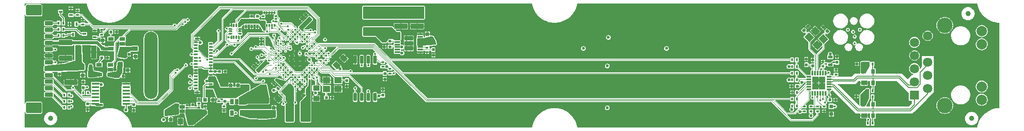
<source format=gbr>
G04 #@! TF.GenerationSoftware,KiCad,Pcbnew,6.0.9-8da3e8f707~117~ubuntu22.04.1*
G04 #@! TF.CreationDate,2023-01-10T20:00:54+01:00*
G04 #@! TF.ProjectId,CIS,4349532e-6b69-4636-9164-5f7063625858,2.1.0*
G04 #@! TF.SameCoordinates,PX5268310PY6353990*
G04 #@! TF.FileFunction,Copper,L1,Top*
G04 #@! TF.FilePolarity,Positive*
%FSLAX46Y46*%
G04 Gerber Fmt 4.6, Leading zero omitted, Abs format (unit mm)*
G04 Created by KiCad (PCBNEW 6.0.9-8da3e8f707~117~ubuntu22.04.1) date 2023-01-10 20:00:54*
%MOMM*%
%LPD*%
G01*
G04 APERTURE LIST*
G04 Aperture macros list*
%AMRoundRect*
0 Rectangle with rounded corners*
0 $1 Rounding radius*
0 $2 $3 $4 $5 $6 $7 $8 $9 X,Y pos of 4 corners*
0 Add a 4 corners polygon primitive as box body*
4,1,4,$2,$3,$4,$5,$6,$7,$8,$9,$2,$3,0*
0 Add four circle primitives for the rounded corners*
1,1,$1+$1,$2,$3*
1,1,$1+$1,$4,$5*
1,1,$1+$1,$6,$7*
1,1,$1+$1,$8,$9*
0 Add four rect primitives between the rounded corners*
20,1,$1+$1,$2,$3,$4,$5,0*
20,1,$1+$1,$4,$5,$6,$7,0*
20,1,$1+$1,$6,$7,$8,$9,0*
20,1,$1+$1,$8,$9,$2,$3,0*%
%AMRotRect*
0 Rectangle, with rotation*
0 The origin of the aperture is its center*
0 $1 length*
0 $2 width*
0 $3 Rotation angle, in degrees counterclockwise*
0 Add horizontal line*
21,1,$1,$2,0,0,$3*%
%AMOutline4P*
0 Free polygon, 4 corners , with rotation*
0 The origin of the aperture is its center*
0 number of corners: always 4*
0 $1 to $8 corner X, Y*
0 $9 Rotation angle, in degrees counterclockwise*
0 create outline with 4 corners*
4,1,4,$1,$2,$3,$4,$5,$6,$7,$8,$1,$2,$9*%
%AMFreePoly0*
4,1,48,0.036020,0.199191,0.037970,0.199714,0.040958,0.198321,0.057086,0.195477,0.069630,0.184951,0.084467,0.178033,0.290533,-0.028033,0.293203,-0.031847,0.294953,-0.032857,0.296081,-0.035957,0.305473,-0.049370,0.306900,-0.065680,0.312500,-0.081066,0.312500,-0.125000,0.310782,-0.134742,0.311361,-0.138024,0.309695,-0.140910,0.307977,-0.150652,0.295451,-0.165579,0.285709,-0.182453,
0.279350,-0.184767,0.275000,-0.189952,0.255809,-0.193336,0.237500,-0.200000,-0.237500,-0.200000,-0.247242,-0.198282,-0.250524,-0.198861,-0.253410,-0.197195,-0.263152,-0.195477,-0.278079,-0.182951,-0.294953,-0.173209,-0.297267,-0.166850,-0.302452,-0.162500,-0.305836,-0.143309,-0.312500,-0.125000,-0.312500,0.125000,-0.310782,0.134742,-0.311361,0.138024,-0.309695,0.140910,-0.307977,0.150652,
-0.295451,0.165579,-0.285709,0.182453,-0.279350,0.184767,-0.275000,0.189952,-0.255809,0.193336,-0.237500,0.200000,0.031434,0.200000,0.036020,0.199191,0.036020,0.199191,$1*%
%AMFreePoly1*
4,1,48,0.247242,0.198282,0.250524,0.198861,0.253410,0.197195,0.263152,0.195477,0.278079,0.182951,0.294953,0.173209,0.297267,0.166850,0.302452,0.162500,0.305836,0.143309,0.312500,0.125000,0.312500,0.081066,0.311691,0.076480,0.312214,0.074529,0.310820,0.071540,0.307977,0.055414,0.297452,0.042871,0.290533,0.028033,0.084467,-0.178033,0.080653,-0.180703,0.079643,-0.182453,
0.076543,-0.183581,0.063130,-0.192973,0.046819,-0.194400,0.031434,-0.200000,-0.237500,-0.200000,-0.247242,-0.198282,-0.250524,-0.198861,-0.253410,-0.197195,-0.263152,-0.195477,-0.278079,-0.182951,-0.294953,-0.173209,-0.297267,-0.166850,-0.302452,-0.162500,-0.305836,-0.143309,-0.312500,-0.125000,-0.312500,0.125000,-0.310782,0.134742,-0.311361,0.138024,-0.309695,0.140910,-0.307977,0.150652,
-0.295451,0.165579,-0.285709,0.182453,-0.279350,0.184767,-0.275000,0.189952,-0.255809,0.193336,-0.237500,0.200000,0.237500,0.200000,0.247242,0.198282,0.247242,0.198282,$1*%
%AMFreePoly2*
4,1,48,0.134742,0.310782,0.138024,0.311361,0.140910,0.309695,0.150652,0.307977,0.165579,0.295451,0.182453,0.285709,0.184767,0.279350,0.189952,0.275000,0.193336,0.255809,0.200000,0.237500,0.200000,-0.237500,0.198282,-0.247242,0.198861,-0.250524,0.197195,-0.253410,0.195477,-0.263152,0.182951,-0.278079,0.173209,-0.294953,0.166850,-0.297267,0.162500,-0.302452,0.143309,-0.305836,
0.125000,-0.312500,-0.125000,-0.312500,-0.134742,-0.310782,-0.138024,-0.311361,-0.140910,-0.309695,-0.150652,-0.307977,-0.165579,-0.295451,-0.182453,-0.285709,-0.184767,-0.279350,-0.189952,-0.275000,-0.193336,-0.255809,-0.200000,-0.237500,-0.200000,0.031434,-0.199191,0.036020,-0.199714,0.037970,-0.198321,0.040958,-0.195477,0.057086,-0.184951,0.069630,-0.178033,0.084467,0.028033,0.290533,
0.031847,0.293203,0.032857,0.294953,0.035957,0.296081,0.049370,0.305473,0.065680,0.306900,0.081066,0.312500,0.125000,0.312500,0.134742,0.310782,0.134742,0.310782,$1*%
%AMFreePoly3*
4,1,48,-0.076480,0.311691,-0.074530,0.312214,-0.071542,0.310821,-0.055414,0.307977,-0.042870,0.297451,-0.028033,0.290533,0.178033,0.084467,0.180703,0.080653,0.182453,0.079643,0.183581,0.076543,0.192973,0.063130,0.194400,0.046820,0.200000,0.031434,0.200000,-0.237500,0.198282,-0.247242,0.198861,-0.250524,0.197195,-0.253410,0.195477,-0.263152,0.182951,-0.278079,0.173209,-0.294953,
0.166850,-0.297267,0.162500,-0.302452,0.143309,-0.305836,0.125000,-0.312500,-0.125000,-0.312500,-0.134742,-0.310782,-0.138024,-0.311361,-0.140910,-0.309695,-0.150652,-0.307977,-0.165579,-0.295451,-0.182453,-0.285709,-0.184767,-0.279350,-0.189952,-0.275000,-0.193336,-0.255809,-0.200000,-0.237500,-0.200000,0.237500,-0.198282,0.247242,-0.198861,0.250524,-0.197195,0.253410,-0.195477,0.263152,
-0.182951,0.278079,-0.173209,0.294953,-0.166850,0.297267,-0.162500,0.302452,-0.143309,0.305836,-0.125000,0.312500,-0.081066,0.312500,-0.076480,0.311691,-0.076480,0.311691,$1*%
%AMFreePoly4*
4,1,48,0.247242,0.198282,0.250524,0.198861,0.253410,0.197195,0.263152,0.195477,0.278079,0.182951,0.294953,0.173209,0.297267,0.166850,0.302452,0.162500,0.305836,0.143309,0.312500,0.125000,0.312500,-0.125000,0.310782,-0.134742,0.311361,-0.138024,0.309695,-0.140910,0.307977,-0.150652,0.295451,-0.165579,0.285709,-0.182453,0.279350,-0.184767,0.275000,-0.189952,0.255809,-0.193336,
0.237500,-0.200000,-0.031434,-0.200000,-0.036020,-0.199191,-0.037971,-0.199714,-0.040960,-0.198320,-0.057086,-0.195477,-0.069629,-0.184952,-0.084467,-0.178033,-0.290533,0.028033,-0.293203,0.031847,-0.294953,0.032857,-0.296081,0.035957,-0.305473,0.049370,-0.306900,0.065681,-0.312500,0.081066,-0.312500,0.125000,-0.310782,0.134742,-0.311361,0.138024,-0.309695,0.140910,-0.307977,0.150652,
-0.295451,0.165579,-0.285709,0.182453,-0.279350,0.184767,-0.275000,0.189952,-0.255809,0.193336,-0.237500,0.200000,0.237500,0.200000,0.247242,0.198282,0.247242,0.198282,$1*%
%AMFreePoly5*
4,1,48,0.247242,0.198282,0.250524,0.198861,0.253410,0.197195,0.263152,0.195477,0.278079,0.182951,0.294953,0.173209,0.297267,0.166850,0.302452,0.162500,0.305836,0.143309,0.312500,0.125000,0.312500,-0.125000,0.310782,-0.134742,0.311361,-0.138024,0.309695,-0.140910,0.307977,-0.150652,0.295451,-0.165579,0.285709,-0.182453,0.279350,-0.184767,0.275000,-0.189952,0.255809,-0.193336,
0.237500,-0.200000,-0.237500,-0.200000,-0.247242,-0.198282,-0.250524,-0.198861,-0.253410,-0.197195,-0.263152,-0.195477,-0.278079,-0.182951,-0.294953,-0.173209,-0.297267,-0.166850,-0.302452,-0.162500,-0.305836,-0.143309,-0.312500,-0.125000,-0.312500,-0.081066,-0.311691,-0.076480,-0.312214,-0.074530,-0.310821,-0.071542,-0.307977,-0.055414,-0.297451,-0.042870,-0.290533,-0.028033,-0.084467,0.178033,
-0.080653,0.180703,-0.079643,0.182453,-0.076543,0.183581,-0.063130,0.192973,-0.046820,0.194400,-0.031434,0.200000,0.237500,0.200000,0.247242,0.198282,0.247242,0.198282,$1*%
%AMFreePoly6*
4,1,48,0.134742,0.310782,0.138024,0.311361,0.140910,0.309695,0.150652,0.307977,0.165579,0.295451,0.182453,0.285709,0.184767,0.279350,0.189952,0.275000,0.193336,0.255809,0.200000,0.237500,0.200000,-0.031434,0.199191,-0.036020,0.199714,-0.037971,0.198320,-0.040960,0.195477,-0.057086,0.184952,-0.069629,0.178033,-0.084467,-0.028033,-0.290533,-0.031847,-0.293203,-0.032857,-0.294953,
-0.035957,-0.296081,-0.049370,-0.305473,-0.065681,-0.306900,-0.081066,-0.312500,-0.125000,-0.312500,-0.134742,-0.310782,-0.138024,-0.311361,-0.140910,-0.309695,-0.150652,-0.307977,-0.165579,-0.295451,-0.182453,-0.285709,-0.184767,-0.279350,-0.189952,-0.275000,-0.193336,-0.255809,-0.200000,-0.237500,-0.200000,0.237500,-0.198282,0.247242,-0.198861,0.250524,-0.197195,0.253410,-0.195477,0.263152,
-0.182951,0.278079,-0.173209,0.294953,-0.166850,0.297267,-0.162500,0.302452,-0.143309,0.305836,-0.125000,0.312500,0.125000,0.312500,0.134742,0.310782,0.134742,0.310782,$1*%
%AMFreePoly7*
4,1,48,0.134742,0.310782,0.138024,0.311361,0.140910,0.309695,0.150652,0.307977,0.165579,0.295451,0.182453,0.285709,0.184767,0.279350,0.189952,0.275000,0.193336,0.255809,0.200000,0.237500,0.200000,-0.237500,0.198282,-0.247242,0.198861,-0.250524,0.197195,-0.253410,0.195477,-0.263152,0.182951,-0.278079,0.173209,-0.294953,0.166850,-0.297267,0.162500,-0.302452,0.143309,-0.305836,
0.125000,-0.312500,0.081066,-0.312500,0.076480,-0.311691,0.074529,-0.312214,0.071540,-0.310820,0.055414,-0.307977,0.042871,-0.297452,0.028033,-0.290533,-0.178033,-0.084467,-0.180703,-0.080653,-0.182453,-0.079643,-0.183581,-0.076543,-0.192973,-0.063130,-0.194400,-0.046819,-0.200000,-0.031434,-0.200000,0.237500,-0.198282,0.247242,-0.198861,0.250524,-0.197195,0.253410,-0.195477,0.263152,
-0.182951,0.278079,-0.173209,0.294953,-0.166850,0.297267,-0.162500,0.302452,-0.143309,0.305836,-0.125000,0.312500,0.125000,0.312500,0.134742,0.310782,0.134742,0.310782,$1*%
G04 Aperture macros list end*
G04 #@! TA.AperFunction,SMDPad,CuDef*
%ADD10RotRect,0.400000X0.600000X225.000000*%
G04 #@! TD*
G04 #@! TA.AperFunction,SMDPad,CuDef*
%ADD11C,1.000000*%
G04 #@! TD*
G04 #@! TA.AperFunction,SMDPad,CuDef*
%ADD12RotRect,0.600000X0.500000X135.000000*%
G04 #@! TD*
G04 #@! TA.AperFunction,SMDPad,CuDef*
%ADD13R,0.600000X0.500000*%
G04 #@! TD*
G04 #@! TA.AperFunction,SMDPad,CuDef*
%ADD14R,0.400000X0.600000*%
G04 #@! TD*
G04 #@! TA.AperFunction,SMDPad,CuDef*
%ADD15R,0.600000X0.400000*%
G04 #@! TD*
G04 #@! TA.AperFunction,SMDPad,CuDef*
%ADD16R,0.900000X0.500000*%
G04 #@! TD*
G04 #@! TA.AperFunction,SMDPad,CuDef*
%ADD17R,1.200000X0.900000*%
G04 #@! TD*
G04 #@! TA.AperFunction,SMDPad,CuDef*
%ADD18R,0.800000X0.900000*%
G04 #@! TD*
G04 #@! TA.AperFunction,SMDPad,CuDef*
%ADD19RotRect,0.600000X0.500000X45.000000*%
G04 #@! TD*
G04 #@! TA.AperFunction,SMDPad,CuDef*
%ADD20R,0.500000X0.600000*%
G04 #@! TD*
G04 #@! TA.AperFunction,SMDPad,CuDef*
%ADD21R,0.300000X0.850000*%
G04 #@! TD*
G04 #@! TA.AperFunction,SMDPad,CuDef*
%ADD22R,0.850000X0.300000*%
G04 #@! TD*
G04 #@! TA.AperFunction,SMDPad,CuDef*
%ADD23R,1.300000X1.300000*%
G04 #@! TD*
G04 #@! TA.AperFunction,SMDPad,CuDef*
%ADD24RotRect,0.600000X0.500000X225.000000*%
G04 #@! TD*
G04 #@! TA.AperFunction,SMDPad,CuDef*
%ADD25R,0.750000X0.800000*%
G04 #@! TD*
G04 #@! TA.AperFunction,SMDPad,CuDef*
%ADD26R,1.000000X1.250000*%
G04 #@! TD*
G04 #@! TA.AperFunction,SMDPad,CuDef*
%ADD27R,2.500000X1.000000*%
G04 #@! TD*
G04 #@! TA.AperFunction,SMDPad,CuDef*
%ADD28R,1.250000X1.000000*%
G04 #@! TD*
G04 #@! TA.AperFunction,SMDPad,CuDef*
%ADD29RotRect,1.000000X1.250000X225.000000*%
G04 #@! TD*
G04 #@! TA.AperFunction,SMDPad,CuDef*
%ADD30R,4.700000X1.200000*%
G04 #@! TD*
G04 #@! TA.AperFunction,SMDPad,CuDef*
%ADD31R,0.580000X0.775000*%
G04 #@! TD*
G04 #@! TA.AperFunction,SMDPad,CuDef*
%ADD32R,0.310000X3.890000*%
G04 #@! TD*
G04 #@! TA.AperFunction,SMDPad,CuDef*
%ADD33Outline4P,-0.280000X-1.945000X0.280000X-1.395000X0.280000X1.395000X-0.280000X1.945000X180.000000*%
G04 #@! TD*
G04 #@! TA.AperFunction,SMDPad,CuDef*
%ADD34Outline4P,-0.290000X-0.594500X0.290000X-0.000500X0.290000X0.000500X-0.290000X0.594500X0.000000*%
G04 #@! TD*
G04 #@! TA.AperFunction,SMDPad,CuDef*
%ADD35Outline4P,-0.290000X-0.594500X0.290000X-0.000500X0.290000X0.000500X-0.290000X0.594500X180.000000*%
G04 #@! TD*
G04 #@! TA.AperFunction,SMDPad,CuDef*
%ADD36Outline4P,-0.280000X-1.945000X0.280000X-1.395000X0.280000X1.395000X-0.280000X1.945000X0.000000*%
G04 #@! TD*
G04 #@! TA.AperFunction,SMDPad,CuDef*
%ADD37R,0.700000X0.450000*%
G04 #@! TD*
G04 #@! TA.AperFunction,SMDPad,CuDef*
%ADD38R,0.450000X0.700000*%
G04 #@! TD*
G04 #@! TA.AperFunction,SMDPad,CuDef*
%ADD39RotRect,0.400000X0.600000X45.000000*%
G04 #@! TD*
G04 #@! TA.AperFunction,SMDPad,CuDef*
%ADD40R,1.000000X0.300000*%
G04 #@! TD*
G04 #@! TA.AperFunction,SMDPad,CuDef*
%ADD41R,0.825000X0.950000*%
G04 #@! TD*
G04 #@! TA.AperFunction,SMDPad,CuDef*
%ADD42R,1.450000X0.450000*%
G04 #@! TD*
G04 #@! TA.AperFunction,SMDPad,CuDef*
%ADD43RotRect,1.400000X1.200000X315.000000*%
G04 #@! TD*
G04 #@! TA.AperFunction,SMDPad,CuDef*
%ADD44R,1.060000X0.650000*%
G04 #@! TD*
G04 #@! TA.AperFunction,SMDPad,CuDef*
%ADD45R,0.800000X0.750000*%
G04 #@! TD*
G04 #@! TA.AperFunction,SMDPad,CuDef*
%ADD46R,0.500000X0.900000*%
G04 #@! TD*
G04 #@! TA.AperFunction,SMDPad,CuDef*
%ADD47R,1.400000X1.200000*%
G04 #@! TD*
G04 #@! TA.AperFunction,SMDPad,CuDef*
%ADD48C,0.250000*%
G04 #@! TD*
G04 #@! TA.AperFunction,SMDPad,CuDef*
%ADD49R,0.500000X0.300000*%
G04 #@! TD*
G04 #@! TA.AperFunction,SMDPad,CuDef*
%ADD50R,0.990000X0.800000*%
G04 #@! TD*
G04 #@! TA.AperFunction,SMDPad,CuDef*
%ADD51RoundRect,0.087500X0.087500X-0.187500X0.087500X0.187500X-0.087500X0.187500X-0.087500X-0.187500X0*%
G04 #@! TD*
G04 #@! TA.AperFunction,SMDPad,CuDef*
%ADD52RoundRect,0.087500X0.187500X-0.087500X0.187500X0.087500X-0.187500X0.087500X-0.187500X-0.087500X0*%
G04 #@! TD*
G04 #@! TA.AperFunction,SMDPad,CuDef*
%ADD53Outline4P,-0.280000X-1.945000X0.280000X-1.395000X0.280000X1.395000X-0.280000X1.945000X270.000000*%
G04 #@! TD*
G04 #@! TA.AperFunction,SMDPad,CuDef*
%ADD54Outline4P,-0.290000X-0.594500X0.290000X-0.000500X0.290000X0.000500X-0.290000X0.594500X90.000000*%
G04 #@! TD*
G04 #@! TA.AperFunction,SMDPad,CuDef*
%ADD55R,0.775000X0.580000*%
G04 #@! TD*
G04 #@! TA.AperFunction,SMDPad,CuDef*
%ADD56R,3.890000X0.310000*%
G04 #@! TD*
G04 #@! TA.AperFunction,SMDPad,CuDef*
%ADD57Outline4P,-0.280000X-1.945000X0.280000X-1.395000X0.280000X1.395000X-0.280000X1.945000X90.000000*%
G04 #@! TD*
G04 #@! TA.AperFunction,SMDPad,CuDef*
%ADD58Outline4P,-0.290000X-0.594500X0.290000X-0.000500X0.290000X0.000500X-0.290000X0.594500X270.000000*%
G04 #@! TD*
G04 #@! TA.AperFunction,SMDPad,CuDef*
%ADD59R,0.650000X1.060000*%
G04 #@! TD*
G04 #@! TA.AperFunction,SMDPad,CuDef*
%ADD60R,0.900000X1.200000*%
G04 #@! TD*
G04 #@! TA.AperFunction,ComponentPad*
%ADD61R,1.800000X1.800000*%
G04 #@! TD*
G04 #@! TA.AperFunction,ComponentPad*
%ADD62C,1.800000*%
G04 #@! TD*
G04 #@! TA.AperFunction,ComponentPad*
%ADD63C,2.000000*%
G04 #@! TD*
G04 #@! TA.AperFunction,ComponentPad*
%ADD64C,3.000000*%
G04 #@! TD*
G04 #@! TA.AperFunction,SMDPad,CuDef*
%ADD65RoundRect,0.200000X-0.600000X0.200000X-0.600000X-0.200000X0.600000X-0.200000X0.600000X0.200000X0*%
G04 #@! TD*
G04 #@! TA.AperFunction,SMDPad,CuDef*
%ADD66RoundRect,0.250001X-1.249999X0.799999X-1.249999X-0.799999X1.249999X-0.799999X1.249999X0.799999X0*%
G04 #@! TD*
G04 #@! TA.AperFunction,WasherPad*
%ADD67O,2.500000X13.000000*%
G04 #@! TD*
G04 #@! TA.AperFunction,SMDPad,CuDef*
%ADD68R,0.800000X0.300000*%
G04 #@! TD*
G04 #@! TA.AperFunction,SMDPad,CuDef*
%ADD69R,0.650000X0.300000*%
G04 #@! TD*
G04 #@! TA.AperFunction,SMDPad,CuDef*
%ADD70R,0.950000X0.400000*%
G04 #@! TD*
G04 #@! TA.AperFunction,SMDPad,CuDef*
%ADD71RoundRect,0.150000X-0.150000X0.650000X-0.150000X-0.650000X0.150000X-0.650000X0.150000X0.650000X0*%
G04 #@! TD*
G04 #@! TA.AperFunction,SMDPad,CuDef*
%ADD72RotRect,1.000000X1.250000X45.000000*%
G04 #@! TD*
G04 #@! TA.AperFunction,SMDPad,CuDef*
%ADD73R,1.000000X2.500000*%
G04 #@! TD*
G04 #@! TA.AperFunction,SMDPad,CuDef*
%ADD74FreePoly0,90.000000*%
G04 #@! TD*
G04 #@! TA.AperFunction,SMDPad,CuDef*
%ADD75RoundRect,0.100000X0.100000X-0.212500X0.100000X0.212500X-0.100000X0.212500X-0.100000X-0.212500X0*%
G04 #@! TD*
G04 #@! TA.AperFunction,SMDPad,CuDef*
%ADD76FreePoly1,90.000000*%
G04 #@! TD*
G04 #@! TA.AperFunction,SMDPad,CuDef*
%ADD77FreePoly2,90.000000*%
G04 #@! TD*
G04 #@! TA.AperFunction,SMDPad,CuDef*
%ADD78RoundRect,0.100000X0.212500X-0.100000X0.212500X0.100000X-0.212500X0.100000X-0.212500X-0.100000X0*%
G04 #@! TD*
G04 #@! TA.AperFunction,SMDPad,CuDef*
%ADD79FreePoly3,90.000000*%
G04 #@! TD*
G04 #@! TA.AperFunction,SMDPad,CuDef*
%ADD80FreePoly4,90.000000*%
G04 #@! TD*
G04 #@! TA.AperFunction,SMDPad,CuDef*
%ADD81FreePoly5,90.000000*%
G04 #@! TD*
G04 #@! TA.AperFunction,SMDPad,CuDef*
%ADD82FreePoly6,90.000000*%
G04 #@! TD*
G04 #@! TA.AperFunction,SMDPad,CuDef*
%ADD83FreePoly7,90.000000*%
G04 #@! TD*
G04 #@! TA.AperFunction,ViaPad*
%ADD84C,0.600000*%
G04 #@! TD*
G04 #@! TA.AperFunction,ViaPad*
%ADD85C,0.440000*%
G04 #@! TD*
G04 #@! TA.AperFunction,Conductor*
%ADD86C,0.125000*%
G04 #@! TD*
G04 #@! TA.AperFunction,Conductor*
%ADD87C,0.600000*%
G04 #@! TD*
G04 #@! TA.AperFunction,Conductor*
%ADD88C,0.091000*%
G04 #@! TD*
G04 #@! TA.AperFunction,Conductor*
%ADD89C,0.150000*%
G04 #@! TD*
G04 #@! TA.AperFunction,Conductor*
%ADD90C,0.200000*%
G04 #@! TD*
G04 #@! TA.AperFunction,Conductor*
%ADD91C,0.400000*%
G04 #@! TD*
G04 APERTURE END LIST*
D10*
X49018198Y9619638D03*
X48381802Y8983242D03*
D11*
X182000000Y22501440D03*
D12*
X154908909Y19122531D03*
X154131091Y19900349D03*
D13*
X149150000Y8501440D03*
X148050000Y8501440D03*
D14*
X149050000Y7301440D03*
X148150000Y7301440D03*
X162745000Y6461440D03*
X163645000Y6461440D03*
X148150000Y9701440D03*
X149050000Y9701440D03*
X148150000Y12301440D03*
X149050000Y12301440D03*
X148150000Y11001440D03*
X149050000Y11001440D03*
X149050000Y13601440D03*
X148150000Y13601440D03*
X148150000Y4701440D03*
X149050000Y4701440D03*
X149050000Y6001440D03*
X148150000Y6001440D03*
D15*
X150500000Y3651440D03*
X150500000Y4551440D03*
X151800000Y3651440D03*
X151800000Y4551440D03*
X153050000Y4551440D03*
X153050000Y3651440D03*
D13*
X161645000Y6501440D03*
X160545000Y6501440D03*
X161745000Y12801440D03*
X160645000Y12801440D03*
D14*
X162745000Y12801440D03*
X163645000Y12801440D03*
D16*
X155500000Y14150040D03*
X155500000Y12650040D03*
D17*
X162005000Y2801440D03*
D18*
X163725000Y2801440D03*
X163725000Y5001440D03*
X161825000Y5001440D03*
D19*
X150431091Y19322531D03*
X151208909Y20100349D03*
D20*
X156800000Y13101440D03*
X156800000Y14201440D03*
D21*
X154550000Y11051440D03*
X154050000Y11051440D03*
X153550000Y11051440D03*
X153050000Y11051440D03*
X152550000Y11051440D03*
X152050000Y11051440D03*
D22*
X151350000Y10351440D03*
X151350000Y9851440D03*
X151350000Y9351440D03*
X151350000Y8851440D03*
X151350000Y8351440D03*
X151350000Y7851440D03*
D21*
X152050000Y7151440D03*
X152550000Y7151440D03*
X153050000Y7151440D03*
X153550000Y7151440D03*
X154050000Y7151440D03*
X154550000Y7151440D03*
D22*
X155250000Y7851440D03*
X155250000Y8351440D03*
X155250000Y8851440D03*
X155250000Y9351440D03*
X155250000Y9851440D03*
X155250000Y10351440D03*
D23*
X153950000Y8451440D03*
X153950000Y9751440D03*
X152650000Y9751440D03*
X152650000Y8451440D03*
D17*
X162005000Y9121440D03*
D18*
X163725000Y9121440D03*
X163725000Y11321440D03*
X161825000Y11321440D03*
D15*
X156600000Y11650040D03*
X156600000Y10750040D03*
D24*
X54988909Y7490349D03*
X54211091Y6712531D03*
D25*
X28600000Y2075040D03*
X28600000Y3575040D03*
D20*
X32800000Y3775040D03*
X32800000Y4875040D03*
D13*
X58550000Y6301440D03*
X59650000Y6301440D03*
D20*
X62500000Y8501440D03*
X62500000Y9601440D03*
D26*
X32500000Y1675040D03*
X30500000Y1675040D03*
D27*
X76000000Y20101440D03*
X76000000Y23101440D03*
X9400000Y9200040D03*
X9400000Y12200040D03*
D20*
X7200000Y11950040D03*
X7200000Y10850040D03*
X45300000Y19951440D03*
X45300000Y21051440D03*
X44200000Y21051440D03*
X44200000Y19951440D03*
D13*
X44150000Y22001440D03*
X45250000Y22001440D03*
D28*
X56600000Y6101440D03*
X56600000Y8101440D03*
D29*
X50707107Y7408547D03*
X49292893Y5994333D03*
D12*
X54588909Y20712531D03*
X53811091Y21490349D03*
X46188909Y12312531D03*
X45411091Y13090349D03*
D13*
X47150000Y16601440D03*
X46050000Y16601440D03*
D20*
X69800000Y9850040D03*
X69800000Y10950040D03*
D13*
X70800000Y17201440D03*
X69700000Y17201440D03*
D27*
X72900000Y20101440D03*
X72900000Y23101440D03*
D30*
X68100000Y19046440D03*
X68100000Y22356440D03*
D31*
X51960000Y5158440D03*
D32*
X51515000Y3601440D03*
D33*
X51080000Y3601440D03*
D34*
X51960000Y4771440D03*
X51960000Y2431440D03*
D31*
X51960000Y2044440D03*
X54040000Y2044440D03*
D35*
X54040000Y4771440D03*
D36*
X54920000Y3601440D03*
D35*
X54040000Y2431440D03*
D32*
X54485000Y3601440D03*
D31*
X54040000Y5159440D03*
D37*
X14000000Y17950040D03*
X14000000Y19250040D03*
X12000000Y18600040D03*
D38*
X10450000Y20500040D03*
X9150000Y20500040D03*
X9800000Y18500040D03*
D37*
X9400000Y22251440D03*
X9400000Y23551440D03*
X7400000Y22901440D03*
D15*
X34000000Y3426440D03*
X34000000Y4326440D03*
D14*
X8150000Y4400000D03*
X9050000Y4400000D03*
X9050000Y5600040D03*
X8150000Y5600040D03*
X9050000Y6800000D03*
X8150000Y6800000D03*
X11750000Y7200040D03*
X12650000Y7200040D03*
D15*
X15300000Y19350040D03*
X15300000Y18450040D03*
D14*
X7050000Y19501440D03*
X7950000Y19501440D03*
D15*
X11700000Y21350040D03*
X11700000Y20450040D03*
X10700000Y23151440D03*
X10700000Y22251440D03*
D14*
X7050000Y20701440D03*
X7950000Y20701440D03*
D15*
X154100000Y13251440D03*
X154100000Y12351440D03*
D39*
X49281802Y8083242D03*
X49918198Y8719638D03*
D40*
X76600000Y15051440D03*
X76600000Y15551440D03*
X76600000Y16051440D03*
X76600000Y16551440D03*
X76600000Y17051440D03*
X76600000Y17551440D03*
X76600000Y18051440D03*
X76600000Y18551440D03*
X72200000Y18551440D03*
X72200000Y18051440D03*
X72200000Y17551440D03*
X72200000Y17051440D03*
X72200000Y16551440D03*
X72200000Y16051440D03*
X72200000Y15551440D03*
X72200000Y15051440D03*
D41*
X74000000Y17751440D03*
X74800000Y16801440D03*
X74000000Y16801440D03*
X74800000Y17751440D03*
X74000000Y15851440D03*
X74800000Y15851440D03*
D42*
X20020000Y5050040D03*
X20020000Y5700040D03*
X20020000Y6350040D03*
X20020000Y7000040D03*
X20020000Y7650040D03*
X20020000Y8300040D03*
X20020000Y8950040D03*
X14120000Y8950040D03*
X14120000Y8300040D03*
X14120000Y7650040D03*
X14120000Y7000040D03*
X14120000Y6350040D03*
X14120000Y5700040D03*
X14120000Y5050040D03*
D43*
X151421142Y17978217D03*
X152976777Y16422582D03*
X154178858Y17624663D03*
X152623223Y19180298D03*
D13*
X37970000Y11311440D03*
X39070000Y11311440D03*
X69700000Y16111440D03*
X70800000Y16111440D03*
D15*
X34000000Y5126440D03*
X34000000Y6026440D03*
D25*
X78000000Y18551440D03*
X78000000Y17051440D03*
X41550000Y7166440D03*
X41550000Y8666440D03*
D20*
X43100000Y21051440D03*
X43100000Y19951440D03*
D12*
X45388909Y11512531D03*
X44611091Y12290349D03*
D13*
X47150000Y17701440D03*
X46050000Y17701440D03*
D44*
X17000000Y10750040D03*
X17000000Y11700040D03*
X17000000Y12650040D03*
X14800000Y12650040D03*
X14800000Y10750040D03*
D45*
X18850000Y11600040D03*
X20350000Y11600040D03*
D46*
X13150000Y12200040D03*
X11650000Y12200040D03*
D13*
X19450000Y10400040D03*
X18350000Y10400040D03*
D25*
X21800000Y15750040D03*
X21800000Y14250040D03*
D16*
X18900000Y12850040D03*
X18900000Y14350040D03*
D12*
X55388909Y21512531D03*
X54611091Y22290349D03*
D47*
X58600000Y7951440D03*
X60800000Y7951440D03*
X60800000Y9651440D03*
X58600000Y9651440D03*
D48*
X53000000Y7466768D03*
X52540211Y7926557D03*
X52080422Y8386347D03*
X51620633Y8846136D03*
X51160844Y9305925D03*
X50701054Y9765714D03*
X50241265Y10225503D03*
X49781476Y10685292D03*
X49321687Y11145081D03*
X48861898Y11604870D03*
X48402109Y12064659D03*
X47942320Y12524449D03*
X47482531Y12984238D03*
X47022742Y13444027D03*
X46562952Y13903816D03*
X53459789Y7926557D03*
X53000000Y8386347D03*
X52540211Y8846136D03*
X52080422Y9305925D03*
X51620633Y9765714D03*
X51160844Y10225503D03*
X50701054Y10685292D03*
X50241265Y11145081D03*
X49781476Y11604870D03*
X49321687Y12064659D03*
X48861898Y12524449D03*
X48402109Y12984238D03*
X47942320Y13444027D03*
X47482531Y13903816D03*
X47022742Y14363605D03*
X53919578Y8386347D03*
X53459789Y8846136D03*
X53000000Y9305925D03*
X52540211Y9765714D03*
X52080422Y10225503D03*
X51620633Y10685292D03*
X51160844Y11145081D03*
X50701054Y11604870D03*
X50241265Y12064659D03*
X49781476Y12524449D03*
X49321687Y12984238D03*
X48861898Y13444027D03*
X48402109Y13903816D03*
X47942320Y14363605D03*
X47482531Y14823394D03*
X54379367Y8846136D03*
X53919578Y9305925D03*
X53459789Y9765714D03*
X53000000Y10225503D03*
X52540211Y10685292D03*
X52080422Y11145081D03*
X51620633Y11604870D03*
X51160844Y12064659D03*
X50701054Y12524449D03*
X50241265Y12984238D03*
X49781476Y13444027D03*
X49321687Y13903816D03*
X48861898Y14363605D03*
X48402109Y14823394D03*
X47942320Y15283183D03*
X54839156Y9305925D03*
X54379367Y9765714D03*
X53919578Y10225503D03*
X53459789Y10685292D03*
X49781476Y14363605D03*
X49321687Y14823394D03*
X48861898Y15283183D03*
X48402109Y15742972D03*
X55298946Y9765714D03*
X54839156Y10225503D03*
X54379367Y10685292D03*
X53919578Y11145081D03*
X53000000Y12064659D03*
X52540211Y12524449D03*
X52080422Y12984238D03*
X51620633Y13444027D03*
X51160844Y13903816D03*
X50241265Y14823394D03*
X49781476Y15283183D03*
X49321687Y15742972D03*
X48861898Y16202761D03*
X55758735Y10225503D03*
X55298946Y10685292D03*
X54839156Y11145081D03*
X54379367Y11604870D03*
X53459789Y12524449D03*
X53000000Y12984238D03*
X52540211Y13444027D03*
X52080422Y13903816D03*
X51620633Y14363605D03*
X50701054Y15283183D03*
X50241265Y15742972D03*
X49781476Y16202761D03*
X49321687Y16662551D03*
X56218524Y10685292D03*
X55758735Y11145081D03*
X55298946Y11604870D03*
X54839156Y12064659D03*
X53919578Y12984238D03*
X53459789Y13444027D03*
X53000000Y13903816D03*
X52540211Y14363605D03*
X52080422Y14823394D03*
X51160844Y15742972D03*
X50701054Y16202761D03*
X50241265Y16662551D03*
X49781476Y17122340D03*
X56678313Y11145081D03*
X56218524Y11604870D03*
X55758735Y12064659D03*
X55298946Y12524449D03*
X54379367Y13444027D03*
X53919578Y13903816D03*
X53459789Y14363605D03*
X53000000Y14823394D03*
X52540211Y15283183D03*
X51620633Y16202761D03*
X51160844Y16662551D03*
X50701054Y17122340D03*
X50241265Y17582129D03*
X57138102Y11604870D03*
X56678313Y12064659D03*
X56218524Y12524449D03*
X55758735Y12984238D03*
X54839156Y13903816D03*
X54379367Y14363605D03*
X53919578Y14823394D03*
X53459789Y15283183D03*
X53000000Y15742972D03*
X52080422Y16662551D03*
X51620633Y17122340D03*
X51160844Y17582129D03*
X50701054Y18041918D03*
X57597891Y12064659D03*
X57138102Y12524449D03*
X56678313Y12984238D03*
X56218524Y13444027D03*
X52540211Y17122340D03*
X52080422Y17582129D03*
X51620633Y18041918D03*
X51160844Y18501707D03*
X58057680Y12524449D03*
X57597891Y12984238D03*
X57138102Y13444027D03*
X56678313Y13903816D03*
X56218524Y14363605D03*
X55758735Y14823394D03*
X55298946Y15283183D03*
X54839156Y15742972D03*
X54379367Y16202761D03*
X53919578Y16662551D03*
X53459789Y17122340D03*
X53000000Y17582129D03*
X52540211Y18041918D03*
X52080422Y18501707D03*
X51620633Y18961496D03*
X58517469Y12984238D03*
X58057680Y13444027D03*
X57597891Y13903816D03*
X57138102Y14363605D03*
X56678313Y14823394D03*
X56218524Y15283183D03*
X55758735Y15742972D03*
X55298946Y16202761D03*
X54839156Y16662551D03*
X54379367Y17122340D03*
X53919578Y17582129D03*
X53459789Y18041918D03*
X53000000Y18501707D03*
X52540211Y18961496D03*
X52080422Y19421285D03*
X58977258Y13444027D03*
X58517469Y13903816D03*
X58057680Y14363605D03*
X57597891Y14823394D03*
X57138102Y15283183D03*
X56678313Y15742972D03*
X56218524Y16202761D03*
X55758735Y16662551D03*
X55298946Y17122340D03*
X54839156Y17582129D03*
X54379367Y18041918D03*
X53919578Y18501707D03*
X53459789Y18961496D03*
X53000000Y19421285D03*
X52540211Y19881074D03*
X59437048Y13903816D03*
X58977258Y14363605D03*
X58517469Y14823394D03*
X58057680Y15283183D03*
X57597891Y15742972D03*
X57138102Y16202761D03*
X56678313Y16662551D03*
X56218524Y17122340D03*
X55758735Y17582129D03*
X55298946Y18041918D03*
X54839156Y18501707D03*
X54379367Y18961496D03*
X53919578Y19421285D03*
X53459789Y19881074D03*
X53000000Y20340863D03*
D14*
X162745000Y7661440D03*
X163645000Y7661440D03*
X162740000Y1321440D03*
X163640000Y1321440D03*
D13*
X155400000Y5851440D03*
X156500000Y5851440D03*
D25*
X155700000Y4601440D03*
X155700000Y3101440D03*
D20*
X21500000Y4950040D03*
X21500000Y3850040D03*
D49*
X31700000Y3325040D03*
X31700000Y3825040D03*
X31700000Y4325040D03*
X31700000Y4825040D03*
X29900000Y4825040D03*
X29900000Y4325040D03*
X29900000Y3825040D03*
X29900000Y3325040D03*
D50*
X30800000Y4475040D03*
X30800000Y3675040D03*
D20*
X79120000Y14451440D03*
X79120000Y15551440D03*
D15*
X77900000Y15951440D03*
X77900000Y15051440D03*
D51*
X46600000Y20276440D03*
X47100000Y20276440D03*
X47600000Y20276440D03*
X48100000Y20276440D03*
X48600000Y20276440D03*
D52*
X48825000Y21001440D03*
X48825000Y21501440D03*
X48825000Y22001440D03*
D51*
X48600000Y22726440D03*
X48100000Y22726440D03*
X47600000Y22726440D03*
X47100000Y22726440D03*
X46600000Y22726440D03*
D52*
X46375000Y22001440D03*
X46375000Y21501440D03*
X46375000Y21001440D03*
D11*
X182700000Y2251440D03*
D20*
X39000000Y6666440D03*
X39000000Y5566440D03*
D53*
X45440900Y2596440D03*
D54*
X44270900Y3476440D03*
D55*
X43883900Y3476440D03*
D56*
X45440900Y3031440D03*
D55*
X46997900Y3476440D03*
D54*
X46610900Y3476440D03*
D57*
X45440900Y6436440D03*
D56*
X45440900Y6001440D03*
D58*
X44270900Y5556440D03*
X46610900Y5556440D03*
D55*
X43882900Y5556440D03*
X46997900Y5556440D03*
D59*
X42250000Y5516440D03*
X41300000Y5516440D03*
X40350000Y5516440D03*
X40350000Y3316440D03*
X42250000Y3316440D03*
D25*
X40150000Y7166440D03*
X40150000Y8666440D03*
D45*
X35210000Y5850040D03*
X36710000Y5850040D03*
D60*
X43190900Y8116440D03*
X46490900Y8116440D03*
D25*
X48440900Y4361440D03*
X48440900Y2861440D03*
D20*
X11800000Y9350040D03*
X11800000Y8250040D03*
D14*
X7050000Y18301440D03*
X7950000Y18301440D03*
D11*
X5500000Y2251440D03*
D20*
X12620000Y5050040D03*
X12620000Y3950040D03*
D61*
X171700000Y6801440D03*
D62*
X174240000Y8071440D03*
X171700000Y9341440D03*
X174240000Y10611440D03*
X171700000Y11881440D03*
X174240000Y13151440D03*
X171700000Y14421440D03*
X171700000Y16961440D03*
X174240000Y18231440D03*
D63*
X184650000Y5881440D03*
X184650000Y8421440D03*
X184650000Y16601440D03*
X184650000Y19141440D03*
D64*
X177540000Y4761440D03*
X177540000Y20261440D03*
D65*
X5150000Y20626440D03*
X5150000Y19376440D03*
X5150000Y18126440D03*
X5150000Y16876440D03*
X5150000Y15626440D03*
X5150000Y14376440D03*
X5150000Y13126440D03*
X5150000Y11876440D03*
X5150000Y10626440D03*
X5150000Y9376440D03*
X5150000Y8126440D03*
X5150000Y6876440D03*
D66*
X2250000Y4326440D03*
X2250000Y23176440D03*
D67*
X24800000Y12510040D03*
D68*
X33425000Y8010040D03*
D69*
X36300000Y8310040D03*
D68*
X33425000Y8610040D03*
D69*
X36300000Y8910040D03*
D68*
X33425000Y9210040D03*
D69*
X36300000Y9510040D03*
D68*
X33425000Y9810040D03*
D69*
X36300000Y10110040D03*
D68*
X33425000Y10410040D03*
D69*
X36300000Y10710040D03*
D70*
X33700000Y7310040D03*
D68*
X33425000Y11010040D03*
D70*
X33700000Y17710040D03*
D69*
X36300000Y11310040D03*
D68*
X33425000Y11610040D03*
D69*
X36300000Y11910040D03*
D68*
X33425000Y12210040D03*
D69*
X36300000Y12510040D03*
D68*
X33425000Y12810040D03*
D69*
X36300000Y13110040D03*
D68*
X33425000Y13410040D03*
D69*
X36300000Y13710040D03*
D68*
X33425000Y14010040D03*
D69*
X36300000Y14310040D03*
D68*
X33425000Y14610040D03*
D69*
X36300000Y14910040D03*
D68*
X33425000Y15210040D03*
D69*
X36300000Y15510040D03*
D68*
X33425000Y15810040D03*
D69*
X36300000Y16110040D03*
D68*
X33425000Y16410040D03*
D69*
X36300000Y16710040D03*
D68*
X33425000Y17010040D03*
D15*
X154300000Y3650040D03*
X154300000Y4550040D03*
X70800000Y10950040D03*
X70800000Y11850040D03*
X38850000Y4616440D03*
X38850000Y3716440D03*
X37870000Y6466440D03*
X37870000Y5566440D03*
D20*
X69400000Y6750040D03*
X69400000Y7850040D03*
X20600000Y14650040D03*
X20600000Y15750040D03*
X35250000Y4575040D03*
X35250000Y3475040D03*
D71*
X67905000Y13600040D03*
X66635000Y13600040D03*
X65365000Y13600040D03*
X64095000Y13600040D03*
X64095000Y6400040D03*
X65365000Y6400040D03*
X66635000Y6400040D03*
X67905000Y6400040D03*
D20*
X152100000Y12451440D03*
X152100000Y13551440D03*
D13*
X15350000Y14000040D03*
X16450000Y14000040D03*
D27*
X8400000Y13900040D03*
X8400000Y16900040D03*
D13*
X17080000Y18970040D03*
X18180000Y18970040D03*
D72*
X60492893Y12492933D03*
X61907107Y13907147D03*
D45*
X13150000Y10600040D03*
X11650000Y10600040D03*
D20*
X150900000Y13751440D03*
X150900000Y12651440D03*
D25*
X15500000Y15850040D03*
X15500000Y17350040D03*
D44*
X19300000Y15750040D03*
X19300000Y16700040D03*
X19300000Y17650040D03*
X17100000Y17650040D03*
X17100000Y15750040D03*
D73*
X13800000Y15100040D03*
X10800000Y15100040D03*
D15*
X69400000Y13150040D03*
X69400000Y12250040D03*
D74*
X40250000Y17937540D03*
D75*
X40750000Y17937540D03*
X41250000Y17937540D03*
D76*
X41750000Y17937540D03*
D77*
X41912500Y18600040D03*
D78*
X41912500Y19100040D03*
D79*
X41912500Y19600040D03*
D80*
X41750000Y20262540D03*
D75*
X41250000Y20262540D03*
X40750000Y20262540D03*
D81*
X40250000Y20262540D03*
D82*
X40087500Y19600040D03*
D78*
X40087500Y19100040D03*
D83*
X40087500Y18600040D03*
D84*
X57600000Y6136000D03*
D85*
X161200000Y19400000D03*
X153000000Y6400040D03*
X53920000Y9760040D03*
X66630000Y12540040D03*
X55759000Y12524440D03*
X55315000Y12064640D03*
X65360000Y12539040D03*
X56250000Y11950040D03*
X64093000Y8093240D03*
X56750000Y10160040D03*
X66600000Y7550040D03*
X67900000Y14700040D03*
X53939000Y17102640D03*
X52980000Y18061640D03*
X55524000Y19277840D03*
X54367000Y18501640D03*
X56339000Y18916040D03*
X52540000Y19421240D03*
X153550000Y5758340D03*
X50241000Y10673940D03*
X47120000Y19062440D03*
X40900000Y16500040D03*
X47625000Y10851440D03*
X46925000Y11626440D03*
X51100000Y20100040D03*
X52540000Y8400640D03*
X49550000Y19501440D03*
X39376000Y19624140D03*
X154050000Y6026440D03*
X50687000Y10239840D03*
X31520000Y12572440D03*
X46067000Y14496140D03*
X154525000Y5351440D03*
X51161000Y11593340D03*
X29920000Y11601440D03*
X44100000Y15701440D03*
X29520000Y11111440D03*
X44971000Y16080540D03*
X41600000Y17300040D03*
X48300000Y21050040D03*
X30931000Y20516240D03*
X49300000Y17300040D03*
X39738000Y17937540D03*
X48100000Y19700040D03*
X63200000Y11400040D03*
X152050000Y6301440D03*
X48500000Y18300040D03*
X41120000Y3311440D03*
X53331000Y10231440D03*
X49900000Y20600040D03*
X29350000Y20250040D03*
X47889000Y15731140D03*
X31900000Y21300040D03*
X51233000Y19408140D03*
X49539000Y17778740D03*
X31400000Y20900040D03*
X49782000Y16662440D03*
X39454000Y16545740D03*
X49338000Y12524540D03*
X37520000Y15311440D03*
X55290000Y18541440D03*
X37800000Y19200040D03*
X32620000Y12811440D03*
X45000000Y10001440D03*
X34281000Y13411440D03*
X45300000Y14101440D03*
X34220000Y14011440D03*
X50241000Y11619240D03*
X32620000Y14611440D03*
X40311000Y14811440D03*
X48862000Y12064540D03*
X35620000Y13611440D03*
X154700000Y12801440D03*
X153738000Y11801240D03*
X9800000Y8200040D03*
X6400000Y13100040D03*
X56100000Y10001440D03*
X6400000Y15600040D03*
X12500000Y8300040D03*
X58962000Y14854740D03*
X9500000Y6600040D03*
X9500000Y5600040D03*
X58503000Y14363640D03*
X9500000Y4600040D03*
X58520000Y13441440D03*
X32300000Y8111440D03*
X32320000Y9211440D03*
X52570000Y5321240D03*
X46400000Y9501440D03*
X50664000Y5411440D03*
X50250000Y5063440D03*
X158900000Y19400000D03*
X32300000Y10411440D03*
X47482000Y13443940D03*
X160200000Y16800000D03*
X46400000Y11301440D03*
X58300000Y17507040D03*
X159900000Y19000000D03*
X160190000Y18080000D03*
X71500000Y11000040D03*
X56660000Y14360740D03*
D84*
X51500000Y7801440D03*
X51050000Y8251440D03*
X46800000Y12901440D03*
D85*
X55300000Y10206740D03*
D84*
X53979000Y20087140D03*
X78800000Y17201440D03*
X78800000Y17801440D03*
X19963000Y15005240D03*
X19300000Y15000040D03*
X19900000Y14300040D03*
X79300000Y16800040D03*
X33400000Y1825440D03*
X61200000Y11860540D03*
X34500000Y2600440D03*
X33900000Y2300440D03*
D85*
X57490000Y13420040D03*
D84*
X10500000Y13100040D03*
X11200000Y13000040D03*
X11000000Y12200040D03*
X27750000Y3725440D03*
X29300000Y3575440D03*
X27753000Y3028440D03*
D85*
X15300000Y4900040D03*
X156400000Y4601440D03*
X162820000Y2011440D03*
X162195000Y5901440D03*
X155300000Y6801440D03*
X156199000Y13101440D03*
X155200000Y11101440D03*
X162195000Y12201440D03*
D84*
X42341000Y8516440D03*
X35520000Y9511440D03*
X34320000Y16911440D03*
X35520000Y8311440D03*
X42341000Y7916440D03*
X18180000Y18400040D03*
X45300000Y19301440D03*
X64100000Y14900040D03*
X75850000Y19201440D03*
X20500000Y10900040D03*
X160995000Y9151440D03*
X152000000Y14251440D03*
X16100000Y11700040D03*
X3900000Y14700040D03*
X40750000Y4551440D03*
X30900000Y5275040D03*
X6400000Y14401440D03*
X122700000Y15800000D03*
X154700000Y3101440D03*
X186700000Y10101440D03*
D85*
X53000000Y21150040D03*
D84*
X54150000Y22751440D03*
X147270000Y7546540D03*
D85*
X50240000Y15271440D03*
D84*
X3900000Y14100040D03*
X13400000Y3600440D03*
X49150000Y4951440D03*
X61273000Y12980140D03*
X32150000Y5325040D03*
X20100000Y10400040D03*
X157300000Y11600040D03*
X44200000Y19301440D03*
D85*
X51170000Y10681440D03*
D84*
X14816000Y17485540D03*
X17200000Y14000040D03*
X7800000Y10800040D03*
X119250000Y3647440D03*
X119250000Y19411440D03*
X157140000Y5841440D03*
D85*
X53460000Y8371440D03*
D84*
X112850000Y2775440D03*
X73200000Y19201440D03*
D85*
X56213000Y11163940D03*
D84*
X153275000Y8451440D03*
X30200000Y10411440D03*
X112850000Y11437440D03*
X29800000Y9211440D03*
X70500000Y9900040D03*
X17900000Y11700040D03*
X48100000Y21901440D03*
X21500000Y3200440D03*
D85*
X56660000Y13448640D03*
D84*
X59781913Y13218087D03*
X76600000Y14401440D03*
X63140000Y8260040D03*
X44100000Y12801440D03*
X44900000Y13601440D03*
X123050000Y9600000D03*
D85*
X54850000Y9771440D03*
D84*
X31400000Y1460440D03*
D85*
X50240000Y12531440D03*
D84*
X113050000Y19111440D03*
X186700000Y17501440D03*
X42700000Y19137440D03*
X29800000Y8111440D03*
X60800000Y7001440D03*
X9500000Y14700040D03*
X8400000Y14700040D03*
X6200000Y13800040D03*
X107050000Y9600000D03*
X20800000Y16700040D03*
X77700000Y19300040D03*
X60300000Y6301440D03*
D85*
X53086000Y7087040D03*
D84*
X47100000Y21901440D03*
X45300000Y17701440D03*
X152650000Y9076440D03*
X150100000Y14151440D03*
X53700000Y6201440D03*
X154078000Y13873640D03*
X10700000Y23801440D03*
D85*
X51590000Y14771440D03*
D84*
X13000000Y15100040D03*
X53350000Y21951440D03*
X20600000Y14000040D03*
X11100000Y9300040D03*
X11030200Y21313740D03*
X47900000Y8501440D03*
D85*
X55270000Y14770040D03*
X52500000Y15835440D03*
D84*
X21800000Y13500040D03*
X119250000Y11437440D03*
X153300000Y20000040D03*
X13300000Y19200040D03*
D85*
X50720000Y16646840D03*
D84*
X9100000Y21601440D03*
D85*
X54398000Y16651440D03*
D84*
X10300000Y10000040D03*
X43300000Y19300040D03*
X79820000Y14411440D03*
X153300000Y9751440D03*
X34612000Y17719740D03*
X8300000Y10000040D03*
X28600000Y1100440D03*
X57385000Y10757940D03*
X77900000Y14251440D03*
X73900000Y14951440D03*
X37841000Y4116440D03*
X151850000Y20551440D03*
D85*
X58050000Y13900040D03*
X52550000Y14801440D03*
D84*
X46941000Y4716440D03*
X152009571Y15825187D03*
X62400000Y14953440D03*
X40300000Y21236040D03*
X45300000Y16601440D03*
X33200000Y6076440D03*
X13000000Y13900040D03*
X18400000Y16700040D03*
X6800000Y13900040D03*
X74950000Y14951440D03*
X106750000Y15825440D03*
X159845000Y6501440D03*
X75150000Y19201440D03*
X13000000Y16200040D03*
X176400000Y12451440D03*
X153950000Y9076440D03*
X157300000Y14700000D03*
D85*
X51533000Y12710140D03*
D84*
X43400000Y22001440D03*
X10900000Y11100040D03*
X70100000Y7850040D03*
X73900000Y19201440D03*
X8500000Y23501440D03*
X68950000Y16251440D03*
X44000000Y9301440D03*
D85*
X53050000Y11567440D03*
D84*
X160600000Y13400000D03*
X21300000Y8900040D03*
X160995000Y2801440D03*
X14700000Y19200040D03*
D85*
X46000000Y13901440D03*
D84*
X76550000Y19201440D03*
X168950000Y12951440D03*
X47900000Y3500440D03*
X70200000Y12300040D03*
D85*
X54380000Y9400040D03*
D84*
X147550000Y12301440D03*
X76000000Y21801440D03*
X55300000Y13601440D03*
X20000000Y3900440D03*
D85*
X50365000Y13945740D03*
D84*
X148100000Y4000440D03*
X108000000Y15800000D03*
X73100000Y16051440D03*
X72000000Y21801440D03*
D85*
X58300000Y15801440D03*
D84*
X56500000Y7191440D03*
X48447000Y7689240D03*
D85*
X51598000Y15762340D03*
D84*
X112600000Y12411440D03*
X75100000Y21801440D03*
D85*
X52900000Y16901440D03*
D84*
X37120000Y11311440D03*
X149700000Y3601440D03*
D85*
X54050000Y15962940D03*
D84*
X27220000Y2011440D03*
X43024000Y3476440D03*
D85*
X49340000Y15291440D03*
D84*
X15270000Y8811440D03*
X112800000Y17911440D03*
X76900000Y21801440D03*
X68650000Y6590540D03*
X73800000Y21801440D03*
X155500000Y14700000D03*
X147550000Y9701440D03*
X46600000Y19500040D03*
D85*
X52080000Y10685340D03*
D84*
X72900000Y21801440D03*
X112600000Y4311440D03*
D85*
X54700000Y14734640D03*
D84*
X150000000Y9251440D03*
X124000000Y15800000D03*
D85*
X54800000Y11601440D03*
X53449000Y14804440D03*
D84*
X73100000Y14900000D03*
X151800000Y2826440D03*
X47684000Y17151440D03*
X42300000Y21236040D03*
D86*
X59781913Y13558927D02*
X59437000Y13903840D01*
X59781913Y13218087D02*
X59781913Y13558927D01*
X57565440Y6101440D02*
X57600000Y6136000D01*
X56600000Y6101440D02*
X57565440Y6101440D01*
D87*
X17100000Y15750040D02*
X15600000Y15750040D01*
X15600000Y15750040D02*
X15500000Y15850040D01*
X8400000Y16900040D02*
X14424980Y16900040D01*
X14424980Y16900040D02*
X15474980Y15850040D01*
X15474980Y15850040D02*
X15500000Y15850040D01*
D88*
X50664000Y5411440D02*
X50484000Y5590940D01*
X50484000Y5590940D02*
X50484000Y6470711D01*
X50484000Y6470711D02*
X50484048Y6546891D01*
X51320000Y9001440D02*
X51621000Y9302040D01*
X51621000Y9302040D02*
X51621000Y9533940D01*
X50484048Y6546891D02*
X49700000Y7331937D01*
X49700000Y7331937D02*
X49700000Y7564440D01*
X49700000Y7564440D02*
X51137000Y9001440D01*
X51137000Y9001440D02*
X51320000Y9001440D01*
X49500000Y7274521D02*
X49500000Y7638840D01*
X50250000Y5241840D02*
X50303000Y5294440D01*
X49593952Y7180569D02*
X49500000Y7274521D01*
X50302000Y5666177D02*
X50302000Y6471620D01*
X50302000Y5591047D02*
X50301896Y5666073D01*
X50302000Y5515553D02*
X50302000Y5591047D01*
X50302105Y5515448D02*
X50302000Y5515553D01*
X50302105Y5515300D02*
X50302105Y5515448D01*
X50303000Y5294440D02*
X50303000Y5514407D01*
X50302000Y6471620D02*
X49593952Y7180569D01*
X50301896Y5666073D02*
X50302000Y5666177D01*
X50303000Y5514407D02*
X50302105Y5515300D01*
X50250000Y5063440D02*
X50250000Y5241840D01*
X49500000Y7638840D02*
X51161000Y9299840D01*
X51161000Y9299840D02*
X51161000Y9302940D01*
X55298900Y15283140D02*
X55783140Y15283140D01*
X57128000Y16628000D02*
X67801545Y16628000D01*
X55783140Y15283140D02*
X57128000Y16628000D01*
X67801545Y16628000D02*
X70828104Y13601440D01*
X70828104Y13601440D02*
X148150000Y13601440D01*
X57138100Y16202840D02*
X57381260Y16446000D01*
X57381260Y16446000D02*
X67726159Y16446000D01*
X67726159Y16446000D02*
X73170718Y11001440D01*
X73170718Y11001440D02*
X148150000Y11001440D01*
X56218000Y15283240D02*
X56678000Y15283240D01*
X56678000Y15283240D02*
X57658760Y16264000D01*
X57658760Y16264000D02*
X67650772Y16264000D01*
X67650772Y16264000D02*
X77913332Y6001440D01*
X77913332Y6001440D02*
X148150000Y6001440D01*
X58977000Y14363640D02*
X59106254Y14363640D01*
X59106254Y14363640D02*
X60824614Y16082000D01*
X144580000Y5819940D02*
X147189000Y3211440D01*
X60824614Y16082000D02*
X67575386Y16082000D01*
X67575386Y16082000D02*
X77837446Y5819940D01*
X77837446Y5819940D02*
X144580000Y5819940D01*
X147189000Y3211440D02*
X148667000Y3211440D01*
X150007000Y4551440D02*
X150500000Y4551440D01*
X148667000Y3211440D02*
X150007000Y4551440D01*
X58517500Y13903740D02*
X58903740Y13903740D01*
X58903740Y13903740D02*
X60900000Y15900000D01*
X60900000Y15900000D02*
X67500000Y15900000D01*
X67500000Y15900000D02*
X77762059Y5637941D01*
X77762059Y5637941D02*
X144283780Y5637940D01*
X144283780Y5637940D02*
X148020280Y1901440D01*
X148020280Y1901440D02*
X152000000Y1901440D01*
X152000000Y1901440D02*
X153050000Y2951440D01*
X153050000Y2951440D02*
X153050000Y3651440D01*
X20020000Y5700040D02*
X21587566Y5700040D01*
X21587566Y5700040D02*
X22239662Y5047944D01*
X22239662Y5047944D02*
X26170085Y5047944D01*
X26170085Y5047944D02*
X28920000Y7797859D01*
X28920000Y7797859D02*
X28920000Y9972440D01*
X28920000Y9972440D02*
X31520000Y12572440D01*
X20020000Y7000040D02*
X20802292Y7000040D01*
X20802292Y7000040D02*
X22390892Y5411440D01*
X22390892Y5411440D02*
X26019107Y5411440D01*
X26019107Y5411440D02*
X28556000Y7948621D01*
X28556000Y7948621D02*
X28556000Y10747440D01*
X29410000Y11601440D02*
X29920000Y11601440D01*
X28556000Y10747440D02*
X29410000Y11601440D01*
X14120000Y5700040D02*
X12042614Y5700040D01*
X12042614Y5700040D02*
X10042654Y7700000D01*
X10042654Y7700000D02*
X8600000Y7700000D01*
X8600000Y7700000D02*
X5673560Y10626440D01*
X5673560Y10626440D02*
X5150000Y10626440D01*
X9050000Y6800000D02*
X9249960Y6600040D01*
X9249960Y6600040D02*
X9500000Y6600040D01*
X8150000Y6800000D02*
X8100000Y6800000D01*
X8100000Y6800000D02*
X5523560Y9376440D01*
X5523560Y9376440D02*
X5150000Y9376440D01*
X5473560Y6876440D02*
X7950000Y4400000D01*
X7950000Y4400000D02*
X8150000Y4400000D01*
X5150000Y6876440D02*
X5473560Y6876440D01*
X9250040Y4600040D02*
X9050000Y4400000D01*
X9500000Y4600040D02*
X9250040Y4600040D01*
X8150000Y5600040D02*
X7999960Y5600040D01*
X7999960Y5600040D02*
X5473560Y8126440D01*
X5473560Y8126440D02*
X5150000Y8126440D01*
X9500000Y5600040D02*
X9050000Y5600040D01*
X37800000Y19200040D02*
X37800000Y17295720D01*
X37800000Y17295720D02*
X36615720Y16111440D01*
X36615720Y16111440D02*
X36347600Y16111440D01*
X55298946Y17122340D02*
X55298946Y17598946D01*
X55298946Y17598946D02*
X55658056Y17958056D01*
X55658056Y17958056D02*
X56041944Y17958056D01*
X56041944Y17958056D02*
X56791944Y18708056D01*
X56791944Y18708056D02*
X56791944Y21494004D01*
X56791944Y21494004D02*
X54866508Y23419440D01*
X54866508Y23419440D02*
X40519034Y23419440D01*
X40519034Y23419440D02*
X38600000Y21500406D01*
X38600000Y21500406D02*
X38600000Y17391440D01*
X38600000Y17391440D02*
X36720000Y15511440D01*
X36720000Y15511440D02*
X36301400Y15511440D01*
X33425000Y15810040D02*
X33425000Y15811440D01*
X38025613Y23783440D02*
X55017280Y23783440D01*
X33425000Y15811440D02*
X33004000Y15811440D01*
X33004000Y15811440D02*
X32700000Y16115740D01*
X32700000Y16115740D02*
X32700000Y18500040D01*
X32700000Y18500040D02*
X37983000Y23782940D01*
X37983000Y23782940D02*
X38025113Y23782940D01*
X38025113Y23782940D02*
X38025613Y23783440D01*
X55017280Y23783440D02*
X57155944Y21644776D01*
X57155944Y21644776D02*
X57155944Y18557282D01*
X57155944Y18557282D02*
X55299000Y16700340D01*
X55299000Y16700340D02*
X55299000Y16451540D01*
X33425000Y16410040D02*
X32990000Y16410040D01*
X32990000Y16410040D02*
X32888000Y16511540D01*
X32888000Y16511540D02*
X32888000Y18388540D01*
X38101000Y23601440D02*
X54941894Y23601440D01*
X32888000Y18388540D02*
X38101000Y23601440D01*
X54941894Y23601440D02*
X56973944Y21569390D01*
X55923414Y17582140D02*
X55758800Y17582140D01*
X56973944Y21569390D02*
X56973944Y18632669D01*
X56973944Y18632669D02*
X55923414Y17582140D01*
D89*
X163645000Y6461440D02*
X163645000Y5081440D01*
X163645000Y5081440D02*
X163725000Y5001440D01*
X163640000Y1321440D02*
X163640000Y2716440D01*
X163640000Y2716440D02*
X163725000Y2801440D01*
D86*
X160600000Y13400000D02*
X160645000Y13355000D01*
X160645000Y13355000D02*
X160645000Y12801440D01*
X156800000Y14201440D02*
X156801440Y14201440D01*
X156801440Y14201440D02*
X157300000Y14700000D01*
X155500000Y14700040D02*
X155500000Y14700000D01*
X149600000Y8501440D02*
X150000000Y8901440D01*
X149150000Y8501440D02*
X149600000Y8501440D01*
X150000000Y8901440D02*
X150000000Y9251440D01*
X151350000Y9351440D02*
X150100000Y9351440D01*
X150100000Y9351440D02*
X150000000Y9251440D01*
X62400000Y14953440D02*
X62400000Y14399640D01*
X62400000Y14399640D02*
X61273000Y13272640D01*
X61273000Y13272640D02*
X61273000Y12980140D01*
X72200000Y15051440D02*
X72948560Y15051440D01*
X72948560Y15051440D02*
X73100000Y14900000D01*
X152009571Y15825187D02*
X152379647Y15825187D01*
X152379647Y15825187D02*
X152977000Y16422540D01*
D88*
X153050000Y6450040D02*
X153050000Y7151440D01*
X153000000Y6400040D02*
X153050000Y6450040D01*
X154150000Y4550040D02*
X154300000Y4550040D01*
X153000000Y5700040D02*
X154150000Y4550040D01*
X153000000Y6400040D02*
X153000000Y5700040D01*
X53920000Y9305940D02*
X53920000Y9533040D01*
X53920000Y9533040D02*
X53920000Y9760040D01*
X53919600Y9532640D02*
X53919600Y9305840D01*
X53920000Y9533040D02*
X53919600Y9532640D01*
X65365000Y8135040D02*
X65365000Y6400040D01*
X62950000Y10550040D02*
X65365000Y8135040D01*
X60225000Y10550040D02*
X62950000Y10550040D01*
X59275000Y11500040D02*
X60225000Y10550040D01*
X57700000Y11500040D02*
X59275000Y11500040D01*
X56676000Y12524440D02*
X57700000Y11500040D01*
X56219000Y12524440D02*
X56676000Y12524440D01*
X56219000Y12524440D02*
X56218600Y12524440D01*
X66635000Y12545040D02*
X66635000Y13600040D01*
X66630000Y12540040D02*
X66635000Y12545040D01*
X55759000Y12524440D02*
X55299000Y12524440D01*
X55299000Y12524440D02*
X55298900Y12524440D01*
X65365000Y12544040D02*
X65365000Y13600040D01*
X65360000Y12539040D02*
X65365000Y12544040D01*
X55315000Y12064640D02*
X55758700Y12064640D01*
X64095000Y8091440D02*
X64095000Y6400040D01*
X64093000Y8093240D02*
X64095000Y8091440D01*
X56219000Y11918540D02*
X56219000Y11761740D01*
X56250000Y11950040D02*
X56219000Y11918540D01*
X56219000Y11761740D02*
X56219000Y11604840D01*
X56218500Y11761240D02*
X56218500Y11604840D01*
X56219000Y11761740D02*
X56218500Y11761240D01*
X66635000Y7515040D02*
X66635000Y6400040D01*
X66600000Y7550040D02*
X66635000Y7515040D01*
X56403000Y10501240D02*
X56219000Y10685340D01*
X56402600Y10501240D02*
X56218500Y10685340D01*
X56403000Y10501240D02*
X56402600Y10501240D01*
X56744000Y10160040D02*
X56403000Y10501240D01*
X56750000Y10160040D02*
X56744000Y10160040D01*
X67900000Y13605040D02*
X67905000Y13600040D01*
X67900000Y14700040D02*
X67900000Y13605040D01*
X68400000Y13600040D02*
X67905000Y13600040D01*
X68850000Y13150040D02*
X68400000Y13600040D01*
X69400000Y13150040D02*
X68850000Y13150040D01*
X53460000Y18041940D02*
X53460000Y17812040D01*
X53460000Y17582140D02*
X53939000Y17102640D01*
X53460000Y17812040D02*
X53460000Y17582140D01*
X53459800Y17812240D02*
X53459800Y18041940D01*
X53460000Y17812040D02*
X53459800Y17812240D01*
X53000000Y18041940D02*
X52980000Y18061640D01*
X53000000Y17582140D02*
X53000000Y18041940D01*
X53960000Y18961540D02*
X53460000Y18961540D01*
X54276000Y19277840D02*
X53960000Y18961540D01*
X55524000Y19277840D02*
X54276000Y19277840D01*
X53460000Y18961540D02*
X53459800Y18961540D01*
X54367000Y18501740D02*
X54367000Y18501640D01*
X53920000Y18501740D02*
X54367000Y18501740D01*
X54367000Y18501640D02*
X53920000Y18501640D01*
X53920000Y18501640D02*
X53919600Y18501640D01*
X54379400Y18961540D02*
X54379200Y18961340D01*
X54425000Y18916040D02*
X54379200Y18961340D01*
X56339000Y18916040D02*
X54425000Y18916040D01*
X53000000Y19421240D02*
X52540000Y19421240D01*
X153550000Y7151440D02*
X153550000Y5758340D01*
X50241000Y10673940D02*
X50241000Y10449740D01*
X50241000Y10449740D02*
X50241000Y10225440D01*
X50241300Y10449440D02*
X50241300Y10225440D01*
X50241000Y10449740D02*
X50241300Y10449440D01*
X47100000Y19082440D02*
X47100000Y20276440D01*
X47120000Y19062440D02*
X47100000Y19082440D01*
X39700000Y19100040D02*
X40087500Y19100040D01*
X39195000Y18595040D02*
X39700000Y19100040D01*
X39195000Y17447640D02*
X39195000Y18595040D01*
X40143000Y16500040D02*
X39195000Y17447640D01*
X40900000Y16500040D02*
X40143000Y16500040D01*
X49321700Y11145040D02*
X49321800Y11144940D01*
X49028000Y10851440D02*
X49321800Y11144940D01*
X47625000Y10851440D02*
X49028000Y10851440D01*
X48183000Y11845540D02*
X48402100Y12064640D01*
X47964000Y11626440D02*
X48183000Y11845540D01*
X46925000Y11626440D02*
X47964000Y11626440D01*
X48183000Y11845540D02*
X48402000Y12064640D01*
X49000000Y23000040D02*
X49000000Y22278540D01*
X48781000Y23219440D02*
X49000000Y23000040D01*
X43119000Y23219440D02*
X48781000Y23219440D01*
X41250000Y21350040D02*
X43119000Y23219440D01*
X41250000Y20262540D02*
X41250000Y21350040D01*
X49000000Y22278540D02*
X49000000Y22151440D01*
X48999000Y22277540D02*
X48999000Y22001440D01*
X49000000Y22278540D02*
X48999000Y22277540D01*
X49450000Y21550040D02*
X48999000Y22001440D01*
X49450000Y20451440D02*
X49450000Y21550040D01*
X49801000Y20100040D02*
X49450000Y20451440D01*
X51100000Y20100040D02*
X49801000Y20100040D01*
X48999000Y22001440D02*
X48825000Y22001440D01*
X48875000Y20276440D02*
X48600000Y20276440D01*
X49550000Y19601440D02*
X48875000Y20276440D01*
X49550000Y19501440D02*
X49550000Y19601440D01*
X39400000Y19600040D02*
X40087500Y19600040D01*
X39376000Y19624140D02*
X39400000Y19600040D01*
X52540000Y8400640D02*
X52540000Y8623440D01*
X52540000Y8623440D02*
X52540000Y8846140D01*
X52540200Y8623640D02*
X52540200Y8846140D01*
X52540000Y8623440D02*
X52540200Y8623640D01*
X154050000Y6026440D02*
X154050000Y7151440D01*
X50687000Y10671240D02*
X50694000Y10678240D01*
X50687000Y10239840D02*
X50687000Y10671240D01*
X50694000Y10678240D02*
X50701000Y10685240D01*
X50694100Y10678240D02*
X50701100Y10685240D01*
X50694000Y10678240D02*
X50694100Y10678240D01*
X47022700Y14363640D02*
X47022800Y14363740D01*
X46890000Y14496140D02*
X47022800Y14363740D01*
X46067000Y14496140D02*
X46890000Y14496140D01*
X154550000Y5376440D02*
X154550000Y7151440D01*
X154525000Y5351440D02*
X154550000Y5376440D01*
X51161000Y11593340D02*
X51161000Y11369240D01*
X51161000Y11369240D02*
X51161000Y11145040D01*
X51160900Y11369140D02*
X51160900Y11145040D01*
X51161000Y11369240D02*
X51160900Y11369140D01*
X48402000Y14363640D02*
X48861900Y14363640D01*
X48114000Y14651440D02*
X48402000Y14363640D01*
X47770000Y14651440D02*
X48114000Y14651440D01*
X47645000Y14526440D02*
X47770000Y14651440D01*
X47320000Y14526440D02*
X47645000Y14526440D01*
X46145000Y15701440D02*
X47320000Y14526440D01*
X44100000Y15701440D02*
X46145000Y15701440D01*
X28738000Y10329940D02*
X29520000Y11111440D01*
X28738000Y7873240D02*
X28738000Y10329940D01*
X26095000Y5229940D02*
X28738000Y7873240D01*
X22315000Y5229940D02*
X26095000Y5229940D01*
X21195000Y6350040D02*
X22315000Y5229940D01*
X20020000Y6350040D02*
X21195000Y6350040D01*
X46685000Y16080540D02*
X44971000Y16080540D01*
X47814000Y14951440D02*
X46685000Y16080540D01*
X48274000Y14951440D02*
X47814000Y14951440D01*
X48402000Y14823340D02*
X48274000Y14951440D01*
X48402100Y14823340D02*
X48402000Y14823340D01*
X48349000Y21001440D02*
X48825000Y21001440D01*
X48300000Y21050040D02*
X48349000Y21001440D01*
X41750000Y17450040D02*
X41600000Y17300040D01*
X41750000Y17937540D02*
X41750000Y17450040D01*
X51621000Y18490840D02*
X51621000Y18266440D01*
X50972000Y19139940D02*
X51621000Y18490840D01*
X50488000Y19139940D02*
X50972000Y19139940D01*
X49250000Y20378440D02*
X50488000Y19139940D01*
X49250000Y20901440D02*
X49250000Y20378440D01*
X49150000Y21001440D02*
X49250000Y20901440D01*
X48825000Y21001440D02*
X49150000Y21001440D01*
X51621000Y18266440D02*
X51621000Y18041940D01*
X51620600Y18266040D02*
X51620600Y18041940D01*
X51621000Y18266440D02*
X51620600Y18266040D01*
X19300000Y18000040D02*
X19300000Y17650040D01*
X20800000Y19500040D02*
X19300000Y18000040D01*
X29662000Y19500040D02*
X20800000Y19500040D01*
X30678000Y20516240D02*
X29662000Y19500040D01*
X30931000Y20516240D02*
X30678000Y20516240D01*
X17900000Y13550040D02*
X17000000Y12650040D01*
X17900000Y16817340D02*
X17900000Y13550040D01*
X18733000Y17650040D02*
X17900000Y16817340D01*
X19300000Y17650040D02*
X18733000Y17650040D01*
X49321600Y16662540D02*
X49321800Y16662740D01*
X49300000Y16684240D02*
X49321800Y16662740D01*
X49300000Y17300040D02*
X49300000Y16684240D01*
X47600000Y20276440D02*
X47600000Y19019840D01*
X47600000Y19019840D02*
X47390000Y18809940D01*
X47390000Y18809940D02*
X47540000Y18959940D01*
X49182000Y19019840D02*
X47600000Y19019840D01*
X49901000Y18300740D02*
X49182000Y19019840D01*
X50619000Y17582140D02*
X49901000Y18300740D01*
X51160900Y17582140D02*
X50619000Y17582140D01*
X47280000Y18700040D02*
X47390000Y18809940D01*
X43510000Y18700040D02*
X47280000Y18700040D01*
X41710000Y16900040D02*
X43510000Y18700040D01*
X40000000Y16900040D02*
X41710000Y16900040D01*
X39377000Y17523040D02*
X40000000Y16900040D01*
X39377000Y18377040D02*
X39377000Y17523040D01*
X39600000Y18600040D02*
X39377000Y18377040D01*
X40087500Y18600040D02*
X39600000Y18600040D01*
X39738000Y17937540D02*
X40250000Y17937540D01*
X48100000Y19700040D02*
X48100000Y20276440D01*
X50460000Y18041940D02*
X50701000Y18041940D01*
X49001000Y19500740D02*
X50460000Y18041940D01*
X48801000Y19700040D02*
X49001000Y19500740D01*
X48100000Y19700040D02*
X48801000Y19700040D01*
X50701000Y18041940D02*
X50701100Y18041940D01*
X152050000Y6301440D02*
X152050000Y7151440D01*
X57116000Y12984240D02*
X56678300Y12984240D01*
X57853000Y12246640D02*
X57116000Y12984240D01*
X59043000Y12246640D02*
X57853000Y12246640D01*
X59865000Y11424540D02*
X59043000Y12246640D01*
X63176000Y11424540D02*
X59865000Y11424540D01*
X63200000Y11400040D02*
X63176000Y11424540D01*
X40365000Y3301440D02*
X40350000Y3316440D01*
X40950000Y3301440D02*
X40365000Y3301440D01*
X40960000Y3311440D02*
X40950000Y3301440D01*
X41120000Y3311440D02*
X40960000Y3311440D01*
X48600000Y16464640D02*
X48861900Y16202740D01*
X48600000Y18200040D02*
X48600000Y16464640D01*
X48500000Y18300040D02*
X48600000Y18200040D01*
X53006000Y10231440D02*
X53000000Y10225440D01*
X53331000Y10231440D02*
X53006000Y10231440D01*
X150500000Y5044840D02*
X150500000Y4551440D01*
X151350000Y5894840D02*
X150500000Y5044840D01*
X151350000Y7851440D02*
X151350000Y5894840D01*
X57138100Y16202840D02*
X57138100Y16202740D01*
X51821000Y20600040D02*
X52180500Y20240540D01*
X49900000Y20600040D02*
X51821000Y20600040D01*
X52180500Y20240540D02*
X52540000Y19881040D01*
X52180700Y20240540D02*
X52540200Y19881040D01*
X52180500Y20240540D02*
X52180700Y20240540D01*
X12850000Y7000040D02*
X12650000Y7200040D01*
X14120000Y7000040D02*
X12850000Y7000040D01*
D90*
X31700000Y4325040D02*
X33999000Y4325040D01*
X34000000Y5126440D02*
X34000000Y4428040D01*
X34000000Y4428040D02*
X34000000Y4326440D01*
D88*
X33999000Y4427040D02*
X33999000Y4325040D01*
X34000000Y4428040D02*
X33999000Y4427040D01*
X77800000Y16051440D02*
X77900000Y15951440D01*
X76600000Y16051440D02*
X77800000Y16051440D01*
X11548600Y22251440D02*
X10700000Y22251440D01*
X13754000Y20046040D02*
X11548600Y22251440D01*
X29146000Y20046040D02*
X13754000Y20046040D01*
X29350000Y20250040D02*
X29146000Y20046040D01*
X9400000Y22251440D02*
X10700000Y22251440D01*
X48337000Y15283240D02*
X47889000Y15731140D01*
X48337000Y15283140D02*
X48337000Y15283240D01*
X48861800Y15283140D02*
X48337000Y15283140D01*
X48861800Y15283140D02*
X48861900Y15283240D01*
D90*
X7400000Y22201440D02*
X7400000Y22901440D01*
X7950000Y21651440D02*
X7400000Y22201440D01*
X7950000Y20701440D02*
X7950000Y21651440D01*
X8798600Y18500040D02*
X9800000Y18500040D01*
X8600000Y18301440D02*
X8798600Y18500040D01*
X7950000Y18301440D02*
X8600000Y18301440D01*
D88*
X13092600Y20450040D02*
X11700000Y20450040D01*
X13679000Y19864040D02*
X13092600Y20450040D01*
X29511000Y19864040D02*
X13679000Y19864040D01*
X30947000Y21300040D02*
X29511000Y19864040D01*
X31900000Y21300040D02*
X30947000Y21300040D01*
X10500000Y20450040D02*
X10450000Y20500040D01*
X11700000Y20450040D02*
X10500000Y20450040D01*
X52067000Y19408140D02*
X52080000Y19421240D01*
X51233000Y19408140D02*
X52067000Y19408140D01*
X52080100Y19421340D02*
X52080000Y19421240D01*
X52080400Y19421340D02*
X52080100Y19421340D01*
D90*
X11315700Y18600040D02*
X12000000Y18600040D01*
X10414300Y19501440D02*
X11315700Y18600040D01*
X7950000Y19501440D02*
X10414300Y19501440D01*
D88*
X16532000Y19682040D02*
X15300000Y18450040D01*
X29587000Y19682040D02*
X16532000Y19682040D01*
X30805000Y20900040D02*
X29587000Y19682040D01*
X31400000Y20900040D02*
X30805000Y20900040D01*
X14800000Y17950040D02*
X15300000Y18450040D01*
X14000000Y17950040D02*
X14800000Y17950040D01*
X49781000Y17122340D02*
X49781000Y17329140D01*
X49781000Y17535840D02*
X49539000Y17778740D01*
X49781000Y17329140D02*
X49781000Y17535840D01*
X49781500Y17328640D02*
X49781500Y17122340D01*
X49781000Y17329140D02*
X49781500Y17328640D01*
X36301400Y13711440D02*
X36300000Y13711440D01*
X41889000Y13711440D02*
X36301400Y13711440D01*
X44799000Y10801440D02*
X41889000Y13711440D01*
X46700000Y10801440D02*
X44799000Y10801440D01*
X47150000Y11251440D02*
X46700000Y10801440D01*
X48968000Y11251440D02*
X47150000Y11251440D01*
X49322000Y11604840D02*
X48968000Y11251440D01*
X49781500Y11604840D02*
X49322000Y11604840D01*
X36301400Y13711440D02*
X36300000Y13710040D01*
X37220000Y14311440D02*
X36300000Y14311440D01*
X39454000Y16545740D02*
X37220000Y14311440D01*
X49782000Y16662540D02*
X49782000Y16662440D01*
X50241000Y16662540D02*
X49782000Y16662540D01*
X50241000Y16662540D02*
X50241300Y16662540D01*
X36300000Y14310040D02*
X36300000Y14311440D01*
X49338000Y12524540D02*
X49781500Y12524540D01*
X36301400Y14911440D02*
X36300000Y14911440D01*
X37120000Y14911440D02*
X36301400Y14911440D01*
X37520000Y15311440D02*
X37120000Y14911440D01*
X36301400Y14911440D02*
X36300000Y14910040D01*
X36301400Y15511440D02*
X36300000Y15511440D01*
X36301400Y15511440D02*
X36300000Y15510040D01*
X36346200Y16110040D02*
X36347600Y16111440D01*
X36300000Y16110040D02*
X36346200Y16110040D01*
X36347600Y16111440D02*
X36300000Y16111440D01*
X54839200Y18501740D02*
X54839100Y18501840D01*
X54879000Y18541440D02*
X54839100Y18501840D01*
X55290000Y18541440D02*
X54879000Y18541440D01*
X32620000Y12811440D02*
X33425000Y12811440D01*
X45000000Y10101440D02*
X45000000Y10001440D01*
X45375000Y10476440D02*
X45000000Y10101440D01*
X49075000Y10476440D02*
X45375000Y10476440D01*
X49744000Y11145040D02*
X49075000Y10476440D01*
X50241000Y11145040D02*
X49744000Y11145040D01*
X50241000Y11145040D02*
X50241200Y11145040D01*
X33425000Y12810040D02*
X33425000Y12811440D01*
X52576000Y11145040D02*
X53919600Y11145040D01*
X50420000Y13301440D02*
X52576000Y11145040D01*
X50110000Y13301440D02*
X50420000Y13301440D01*
X49960000Y13151440D02*
X50110000Y13301440D01*
X49614000Y13151440D02*
X49960000Y13151440D01*
X49454000Y13311440D02*
X49614000Y13151440D01*
X49190000Y13311440D02*
X49454000Y13311440D01*
X49030000Y13151440D02*
X49190000Y13311440D01*
X48695000Y13151440D02*
X49030000Y13151440D01*
X47645000Y14201440D02*
X48695000Y13151440D01*
X47304000Y14201440D02*
X47645000Y14201440D01*
X46642000Y13539540D02*
X47304000Y14201440D01*
X45762000Y13539540D02*
X46642000Y13539540D01*
X45300000Y14001440D02*
X45762000Y13539540D01*
X45300000Y14101440D02*
X45300000Y14001440D01*
X33426400Y13411440D02*
X33425000Y13411440D01*
X34281000Y13411440D02*
X33426400Y13411440D01*
X33426400Y13411440D02*
X33425000Y13410040D01*
X34220000Y14011440D02*
X33425000Y14011440D01*
X50241000Y11619240D02*
X50241000Y11841940D01*
X50241000Y11841940D02*
X50241000Y12064640D01*
X50241300Y11842240D02*
X50241300Y12064640D01*
X50241000Y11841940D02*
X50241300Y11842240D01*
X33425000Y14010040D02*
X33425000Y14011440D01*
X51201000Y16202740D02*
X51620600Y16202740D01*
X50900000Y15901440D02*
X51201000Y16202740D01*
X50530000Y15901440D02*
X50900000Y15901440D01*
X50380000Y16051440D02*
X50530000Y15901440D01*
X50080000Y16051440D02*
X50380000Y16051440D01*
X49930000Y15901440D02*
X50080000Y16051440D01*
X49620000Y15901440D02*
X49930000Y15901440D01*
X49470000Y16051440D02*
X49620000Y15901440D01*
X49180000Y16051440D02*
X49470000Y16051440D01*
X49030000Y15901440D02*
X49180000Y16051440D01*
X48760000Y15901440D02*
X49030000Y15901440D01*
X48418000Y16243440D02*
X48760000Y15901440D01*
X48418000Y17177840D02*
X48418000Y16243440D01*
X47458000Y18137940D02*
X48418000Y17177840D01*
X43738000Y18137940D02*
X47458000Y18137940D01*
X40411000Y14811440D02*
X43738000Y18137940D01*
X40311000Y14811440D02*
X40411000Y14811440D01*
X32620000Y14611440D02*
X33423600Y14611440D01*
X33423600Y14611440D02*
X33425000Y14611440D01*
X33423600Y14611440D02*
X33425000Y14610040D01*
X34070000Y15211440D02*
X33425000Y15211440D01*
X35620000Y13661440D02*
X34070000Y15211440D01*
X35620000Y13611440D02*
X35620000Y13661440D01*
X48862000Y11604840D02*
X48862000Y11604940D01*
X48862000Y12064540D02*
X48862000Y11834740D01*
X48862000Y11834740D02*
X48862000Y11604940D01*
X48861900Y11834640D02*
X48861900Y11604940D01*
X48862000Y11834740D02*
X48861900Y11834640D01*
X33425000Y15210040D02*
X33425000Y15211440D01*
X55299000Y16451540D02*
X55299000Y16202740D01*
X55298900Y16451440D02*
X55298900Y16202740D01*
X55299000Y16451540D02*
X55298900Y16451440D01*
X154100000Y12601440D02*
X154100000Y12351440D01*
X154344000Y12845440D02*
X154100000Y12601440D01*
X154656000Y12845440D02*
X154344000Y12845440D01*
X154700000Y12801440D02*
X154656000Y12845440D01*
X154100000Y11101440D02*
X154050000Y11051440D01*
X154100000Y12351440D02*
X154100000Y11101440D01*
X153550000Y11613240D02*
X153738000Y11801240D01*
X153550000Y11051440D02*
X153550000Y11613240D01*
D90*
X6975000Y20626440D02*
X7050000Y20701440D01*
X5150000Y20626440D02*
X6975000Y20626440D01*
X6925000Y19376440D02*
X7050000Y19501440D01*
X5150000Y19376440D02*
X6925000Y19376440D01*
X6875000Y18126440D02*
X7050000Y18301440D01*
X5150000Y18126440D02*
X6875000Y18126440D01*
D88*
X11650000Y6350040D02*
X14120000Y6350040D01*
X9800000Y8200040D02*
X11650000Y6350040D01*
X5176400Y13100040D02*
X5150000Y13126440D01*
X6400000Y13100040D02*
X5176400Y13100040D01*
X71422000Y17201440D02*
X70800000Y17201440D01*
X71572000Y17051440D02*
X71422000Y17201440D01*
X72200000Y17051440D02*
X71572000Y17051440D01*
X71660000Y16551440D02*
X72200000Y16551440D01*
X71220000Y16111440D02*
X71660000Y16551440D01*
X70800000Y16111440D02*
X71220000Y16111440D01*
X56600000Y9501440D02*
X56100000Y10001440D01*
X56600000Y8101440D02*
X56600000Y9501440D01*
X55983000Y10001440D02*
X56100000Y10001440D01*
X55759000Y10225540D02*
X55983000Y10001440D01*
X55758800Y10225540D02*
X55758700Y10225440D01*
X55759000Y10225540D02*
X55758800Y10225540D01*
X46375000Y22001440D02*
X45250000Y22001440D01*
X11750000Y8200040D02*
X11800000Y8250040D01*
X11750000Y7200040D02*
X11750000Y8200040D01*
X12450000Y8250040D02*
X11800000Y8250040D01*
X12500000Y8300040D02*
X12450000Y8250040D01*
X5176400Y15600040D02*
X6400000Y15600040D01*
X5150000Y15626440D02*
X5176400Y15600040D01*
X17100000Y18950040D02*
X17080000Y18970040D01*
X17100000Y17650040D02*
X17100000Y18950040D01*
X58930000Y14823440D02*
X58962000Y14854740D01*
X58518000Y14823440D02*
X58930000Y14823440D01*
X58518000Y14823440D02*
X58517500Y14823440D01*
X58058000Y14363640D02*
X58503000Y14363640D01*
X58058000Y14363640D02*
X58057700Y14363640D01*
D90*
X14800000Y13200040D02*
X14800000Y12650040D01*
X15350000Y13750040D02*
X14800000Y13200040D01*
X15350000Y14000040D02*
X15350000Y13750040D01*
D88*
X58517000Y13444040D02*
X58520000Y13441440D01*
X58058000Y13444040D02*
X58517000Y13444040D01*
X58058000Y13444040D02*
X58057700Y13444040D01*
X40300000Y5566440D02*
X40350000Y5516440D01*
X39000000Y5566440D02*
X40300000Y5566440D01*
X37870000Y5566440D02*
X39000000Y5566440D01*
X39000000Y5101440D02*
X39000000Y5566440D01*
X38850000Y4951440D02*
X39000000Y5101440D01*
X38850000Y4616440D02*
X38850000Y4951440D01*
X76600000Y15551440D02*
X79120000Y15551440D01*
X33425000Y8611440D02*
X33423600Y8611440D01*
X32800000Y8611440D02*
X32300000Y8111440D01*
X33423600Y8611440D02*
X32800000Y8611440D01*
X33423600Y8611440D02*
X33425000Y8610040D01*
D90*
X36300000Y8911440D02*
X36298600Y8911440D01*
X35029000Y6031040D02*
X35210000Y5850040D01*
X35029000Y8514840D02*
X35029000Y6031040D01*
X35426000Y8911440D02*
X35029000Y8514840D01*
X36298600Y8911440D02*
X35426000Y8911440D01*
D88*
X36298600Y8911440D02*
X36300000Y8910040D01*
X33425000Y9211440D02*
X33423600Y9211440D01*
X33423600Y9211440D02*
X32320000Y9211440D01*
X33423600Y9211440D02*
X33425000Y9210040D01*
X152550000Y6589640D02*
X152550000Y7151440D01*
X152489000Y6528240D02*
X152550000Y6589640D01*
X152489000Y4551440D02*
X152489000Y6528240D01*
X151800000Y4551440D02*
X152489000Y4551440D01*
X152489000Y4551440D02*
X153050000Y4551440D01*
X149050000Y4701440D02*
X149050000Y6001440D01*
X150850000Y8351440D02*
X151350000Y8351440D01*
X149050000Y6551440D02*
X150850000Y8351440D01*
X149050000Y6001440D02*
X149050000Y6551440D01*
X151000000Y10351440D02*
X149050000Y12301440D01*
X151350000Y10351440D02*
X151000000Y10351440D01*
X149050000Y12301440D02*
X149050000Y13601440D01*
X149050000Y9701440D02*
X149050000Y11001440D01*
X149200000Y9851440D02*
X149050000Y9701440D01*
X151350000Y9851440D02*
X149200000Y9851440D01*
X156600000Y10651440D02*
X156600000Y10750040D01*
X156300000Y10351440D02*
X156600000Y10651440D01*
X155250000Y10351440D02*
X156300000Y10351440D01*
X150900000Y8851440D02*
X151350000Y8851440D01*
X149350000Y7301440D02*
X150900000Y8851440D01*
X149050000Y7301440D02*
X149350000Y7301440D01*
X46199000Y9300040D02*
X46400000Y9501440D01*
X44701000Y9300040D02*
X46199000Y9300040D01*
X40889000Y13111440D02*
X44701000Y9300040D01*
X36300000Y13111440D02*
X40889000Y13111440D01*
X52540000Y5351140D02*
X52540000Y7587140D01*
X52570000Y5321240D02*
X52540000Y5351140D01*
X52540000Y7587140D02*
X52540000Y7926540D01*
X52540200Y7587340D02*
X52540200Y7926540D01*
X52540000Y7587140D02*
X52540200Y7587340D01*
X36300000Y13110040D02*
X36300000Y13111440D01*
X51621000Y9533940D02*
X51621000Y9765740D01*
X51620600Y9534340D02*
X51620600Y9765740D01*
X51621000Y9533940D02*
X51620600Y9534340D01*
X51161000Y9302940D02*
X51161000Y9305940D01*
X51160800Y9303140D02*
X51160800Y9305940D01*
X51161000Y9302940D02*
X51160800Y9303140D01*
D89*
X163725000Y10071440D02*
X163695000Y10101440D01*
X163725000Y9121440D02*
X163725000Y10071440D01*
X163725000Y7741440D02*
X163645000Y7661440D01*
X163725000Y9121440D02*
X163725000Y7741440D01*
X160791000Y10101440D02*
X163695000Y10101440D01*
X160152000Y9462940D02*
X160791000Y10101440D01*
X155999000Y9462940D02*
X160152000Y9462940D01*
X155888000Y9351440D02*
X155999000Y9462940D01*
X155250000Y9351440D02*
X155888000Y9351440D01*
X174250000Y12593940D02*
X174250000Y13136440D01*
X172830000Y11173940D02*
X174250000Y12593940D01*
X172830000Y8861440D02*
X172830000Y11173940D01*
X172180000Y8211440D02*
X172830000Y8861440D01*
X170594000Y8211440D02*
X172180000Y8211440D01*
X169558000Y9247640D02*
X170594000Y8211440D01*
X168704000Y10101340D02*
X169558000Y9247640D01*
X168704000Y10101440D02*
X168704000Y10101340D01*
X163695000Y10101440D02*
X168704000Y10101440D01*
X163645000Y11401440D02*
X163725000Y11321440D01*
X163645000Y12801440D02*
X163645000Y11401440D01*
X171085000Y8701440D02*
X171710000Y9326440D01*
X170500000Y8701440D02*
X171085000Y8701440D01*
X168823000Y10378440D02*
X170500000Y8701440D01*
X163732000Y10378440D02*
X168823000Y10378440D01*
X163725000Y10385440D02*
X163732000Y10378440D01*
X163718000Y10378440D02*
X163725000Y10385440D01*
X160676000Y10378440D02*
X163718000Y10378440D01*
X160038000Y9739940D02*
X160676000Y10378440D01*
X155999000Y9739940D02*
X160038000Y9739940D01*
X155888000Y9851440D02*
X155999000Y9739940D01*
X155250000Y9851440D02*
X155888000Y9851440D01*
X163725000Y11321440D02*
X163725000Y11143240D01*
X163725000Y11143240D02*
X163725000Y10385440D01*
X156040000Y8462940D02*
X160740000Y3763440D01*
X156000000Y8462940D02*
X156040000Y8462940D01*
X155888000Y8351440D02*
X156000000Y8462940D01*
X155250000Y8351440D02*
X155888000Y8351440D01*
X170962000Y3763440D02*
X163734000Y3763440D01*
X174250000Y7051440D02*
X170962000Y3763440D01*
X174250000Y8056440D02*
X174250000Y7051440D01*
X163725000Y3754440D02*
X163734000Y3763440D01*
X163725000Y2801440D02*
X163725000Y3754440D01*
X160740000Y3763440D02*
X163734000Y3763440D01*
X155889000Y8851440D02*
X155250000Y8851440D01*
X156000000Y8739940D02*
X155889000Y8851440D01*
X156162000Y8739940D02*
X156000000Y8739940D01*
X160862000Y4039440D02*
X156162000Y8739940D01*
X163756000Y4039440D02*
X160862000Y4039440D01*
X163725000Y4071440D02*
X163756000Y4039440D01*
X163725000Y5001440D02*
X163725000Y4071440D01*
X171710000Y4911440D02*
X171710000Y6786440D01*
X170838000Y4039440D02*
X171710000Y4911440D01*
X163756000Y4039440D02*
X170838000Y4039440D01*
D88*
X33425000Y9811440D02*
X33423600Y9811440D01*
X32900000Y9811440D02*
X32300000Y10411440D01*
X33423600Y9811440D02*
X32900000Y9811440D01*
X33423600Y9811440D02*
X33425000Y9810040D01*
X152050000Y11051440D02*
X152050000Y12451440D01*
X152100000Y12451440D02*
X152050000Y12451440D01*
X151612000Y12451440D02*
X152050000Y12451440D01*
X151412000Y12651440D02*
X151612000Y12451440D01*
X150900000Y12651440D02*
X151412000Y12651440D01*
X154178900Y17624640D02*
X154179000Y17624640D01*
X154220000Y17583540D02*
X154179000Y17624640D01*
X154220000Y15811440D02*
X154220000Y17583540D01*
X153050000Y14641440D02*
X154220000Y15811440D01*
X153050000Y11051440D02*
X153050000Y14641440D01*
X154179000Y18392440D02*
X154909000Y19122540D01*
X154179000Y17624640D02*
X154179000Y18392440D01*
X154908900Y19122540D02*
X154909000Y19122540D01*
X151421000Y17978240D02*
X151421000Y18155340D01*
X151520000Y17879340D02*
X151421000Y17978240D01*
X151520000Y15681440D02*
X151520000Y17879340D01*
X152550000Y14651440D02*
X151520000Y15681440D01*
X152550000Y11051440D02*
X152550000Y14651440D01*
X151421100Y18155240D02*
X151421100Y17978240D01*
X151421000Y18155340D02*
X151421100Y18155240D01*
X151421000Y18332440D02*
X150431000Y19322540D01*
X151421000Y18155340D02*
X151421000Y18332440D01*
X150431100Y19322540D02*
X150431000Y19322540D01*
D87*
X8376400Y16876440D02*
X8400000Y16900040D01*
X5150000Y16876440D02*
X8376400Y16876440D01*
D88*
X57593000Y11150040D02*
X57365500Y11377440D01*
X59151000Y11150040D02*
X57593000Y11150040D01*
X60650000Y9651440D02*
X59151000Y11150040D01*
X60800000Y9651440D02*
X60650000Y9651440D01*
X57365500Y11377440D02*
X57138000Y11604840D01*
X57365500Y11377440D02*
X57138100Y11604840D01*
X62500000Y9651440D02*
X62450000Y9651440D01*
X62450000Y9651440D02*
X60800000Y9651440D01*
X62450000Y9651440D02*
X62500000Y9601440D01*
X58550000Y7901440D02*
X58600000Y7951440D01*
X58550000Y6301440D02*
X58550000Y7901440D01*
X56678000Y10767840D02*
X56678000Y10956440D01*
X57200000Y10246140D02*
X56678000Y10767840D01*
X57200000Y9301440D02*
X57200000Y10246140D01*
X58550000Y7951440D02*
X57200000Y9301440D01*
X58600000Y7951440D02*
X58550000Y7951440D01*
X56678000Y10956440D02*
X56678000Y11145040D01*
X56678300Y10956740D02*
X56678300Y11145040D01*
X56678000Y10956440D02*
X56678300Y10956740D01*
X47942000Y13443940D02*
X47942000Y13444040D01*
X47482000Y13443940D02*
X47942000Y13443940D01*
X47942000Y13444040D02*
X47942300Y13444040D01*
X47229000Y12524440D02*
X47942000Y12524440D01*
X46400000Y11695340D02*
X47229000Y12524440D01*
X46400000Y11301440D02*
X46400000Y11695340D01*
X47942000Y12524440D02*
X47942300Y12524440D01*
X71450000Y10950040D02*
X71500000Y11000040D01*
X70800000Y10950040D02*
X71450000Y10950040D01*
X70800000Y10950040D02*
X69800000Y10950040D01*
X58968000Y12064640D02*
X57598000Y12064640D01*
X60082000Y10950040D02*
X58968000Y12064640D01*
X69800000Y10950040D02*
X60082000Y10950040D01*
X57598000Y12064640D02*
X57597900Y12064640D01*
X56668000Y13913440D02*
X56678000Y13903840D01*
X56668000Y14351740D02*
X56660000Y14360740D01*
X56668000Y13913440D02*
X56668000Y14351740D01*
X56669000Y13913440D02*
X56678000Y13903740D01*
X56668000Y13913440D02*
X56669000Y13913440D01*
D87*
X13300000Y10750040D02*
X13150000Y10600040D01*
X14800000Y10750040D02*
X13300000Y10750040D01*
X13150000Y12200040D02*
X13150000Y10600040D01*
D88*
X18000000Y10750040D02*
X18350000Y10400040D01*
X18900000Y11650040D02*
X18850000Y11600040D01*
X18900000Y12850040D02*
X18900000Y11650040D01*
X18850000Y11600040D02*
X18000000Y10750040D01*
X17000000Y10750040D02*
X18000000Y10750040D01*
D90*
X54920000Y7421440D02*
X54989000Y7490340D01*
X54920000Y3601440D02*
X54920000Y7421440D01*
D88*
X55284000Y7785440D02*
X54989000Y7490340D01*
X55284000Y9701140D02*
X55284000Y7785440D01*
X55299000Y9716040D02*
X55284000Y9701140D01*
X55299000Y9740840D02*
X55299000Y9716040D01*
D90*
X55299000Y9765740D02*
X55299000Y9740940D01*
X55299000Y9740940D02*
X55299000Y9740840D01*
D88*
X55299000Y9765740D02*
X55299000Y9740940D01*
X55299000Y9740940D02*
X55299000Y9740840D01*
D90*
X55299000Y9740840D02*
X55299000Y9716040D01*
X55299000Y7800340D02*
X54989000Y7490340D01*
X55299000Y9716040D02*
X55299000Y7800340D01*
X51621000Y8822040D02*
X51050000Y8251440D01*
X51621000Y8846140D02*
X51621000Y8822040D01*
X51050000Y8251440D02*
X51050000Y7751440D01*
X46189000Y12312540D02*
X45389000Y11512540D01*
X46211000Y12312540D02*
X46189000Y12312540D01*
X46883000Y12984240D02*
X46211000Y12312540D01*
X54589000Y20712540D02*
X53920000Y20043240D01*
X55389000Y21512540D02*
X54589000Y20712540D01*
D91*
X53920000Y19421240D02*
X53920000Y19421340D01*
X53460000Y19881040D02*
X53480000Y19881040D01*
D90*
X52080000Y8381840D02*
X51500000Y7801440D01*
X52080000Y8386340D02*
X52080000Y8381840D01*
X51515000Y6600640D02*
X51515000Y3601440D01*
X50707000Y7408540D02*
X51515000Y6600640D01*
X51100000Y7801440D02*
X50707000Y7408540D01*
X51500000Y7801440D02*
X51100000Y7801440D01*
X47023000Y13124140D02*
X47023000Y13444040D01*
X46883000Y12984240D02*
X47023000Y13124140D01*
X47482500Y12984240D02*
X46883000Y12984240D01*
X53773000Y19881040D02*
X53480000Y19881040D01*
X53979000Y20087140D02*
X53773000Y19881040D01*
X53480000Y19881040D02*
X53460000Y19881040D01*
X53920000Y20028040D02*
X53920000Y19421340D01*
X53979000Y20087140D02*
X53920000Y20028040D01*
X53920000Y19421340D02*
X53920000Y19421240D01*
X55300000Y10684240D02*
X55299000Y10685340D01*
X55300000Y10206740D02*
X55300000Y10684240D01*
D88*
X49918000Y8719640D02*
X49018000Y9619540D01*
X49918000Y8719640D02*
X50109000Y8910540D01*
X49918000Y8719740D02*
X49918000Y8719640D01*
X50109000Y8910540D02*
X49918000Y8719740D01*
X51613000Y10225540D02*
X52080000Y10225540D01*
X50489000Y9101440D02*
X51613000Y10225540D01*
X50300000Y9101440D02*
X50489000Y9101440D01*
X50109000Y8910540D02*
X50300000Y9101440D01*
X43846000Y5516440D02*
X43886000Y5556440D01*
X42250000Y5516440D02*
X43846000Y5516440D01*
X70455000Y19046440D02*
X68100000Y19046440D01*
X71450000Y18051440D02*
X70455000Y19046440D01*
X72200000Y18051440D02*
X71450000Y18051440D01*
X72200000Y18051440D02*
X72200000Y17551440D01*
X72200000Y18551440D02*
X72200000Y18051440D01*
X69700000Y17446440D02*
X68100000Y19046440D01*
X69700000Y17201440D02*
X69700000Y17446440D01*
D86*
X78800000Y17300040D02*
X78800000Y17801440D01*
X79300000Y16800040D02*
X78800000Y17300040D01*
X76600000Y17051440D02*
X78000000Y17051440D01*
D88*
X21800000Y15750040D02*
X20600000Y15750040D01*
D86*
X77500000Y16551440D02*
X78000000Y17051440D01*
X76600000Y16551440D02*
X77500000Y16551440D01*
X78650000Y17051440D02*
X78800000Y17201440D01*
X78000000Y17051440D02*
X78650000Y17051440D01*
D88*
X18900000Y14900040D02*
X18900000Y14350040D01*
X19300000Y15300040D02*
X18900000Y14900040D01*
X19300000Y15750040D02*
X20600000Y15750040D01*
D86*
X77500000Y17551440D02*
X78000000Y17051440D01*
X76600000Y17551440D02*
X77500000Y17551440D01*
D88*
X19300000Y15750040D02*
X19300000Y15300040D01*
X19300000Y15300040D02*
X19300000Y15000040D01*
X33649000Y3426440D02*
X33550000Y3525440D01*
X34000000Y3426440D02*
X33649000Y3426440D01*
D86*
X33300000Y3775440D02*
X33550000Y3525440D01*
X32425000Y3775440D02*
X33300000Y3775440D01*
X32250000Y3600440D02*
X32425000Y3775440D01*
X32250000Y3325440D02*
X32250000Y3600440D01*
D88*
X31700000Y3325440D02*
X32250000Y3325440D01*
X34049000Y3475440D02*
X34000000Y3426440D01*
X35250000Y3475440D02*
X34049000Y3475440D01*
D86*
X32650000Y1825440D02*
X33400000Y1825440D01*
X33100000Y2275440D02*
X32650000Y1825440D01*
X33100000Y2900440D02*
X33100000Y2275440D01*
X32675000Y3325440D02*
X33100000Y2900440D01*
X32250000Y3325440D02*
X32675000Y3325440D01*
D90*
X57466000Y13444040D02*
X57138100Y13444040D01*
X57490000Y13420040D02*
X57466000Y13444040D01*
D91*
X60568000Y12492940D02*
X61200000Y11860540D01*
X60493000Y12492940D02*
X60568000Y12492940D01*
X60493000Y12492940D02*
X60492900Y12492940D01*
X10600000Y13000040D02*
X10500000Y13100040D01*
X10800000Y13000040D02*
X10600000Y13000040D01*
D86*
X28600000Y3575440D02*
X29300000Y3575440D01*
D91*
X14270000Y4900040D02*
X14120000Y5050040D01*
X15300000Y4900040D02*
X14270000Y4900040D01*
D86*
X28300000Y3575440D02*
X28600000Y3575440D01*
X27753000Y3028440D02*
X28300000Y3575440D01*
D90*
X9150000Y11950040D02*
X9400000Y12200040D01*
X7200000Y11950040D02*
X9150000Y11950040D01*
X14120000Y5050040D02*
X12620000Y5050040D01*
X5150000Y11876440D02*
X7026400Y11876440D01*
D86*
X28850000Y3325440D02*
X28600000Y3575440D01*
X29900000Y3325440D02*
X28850000Y3325440D01*
X28850000Y3825440D02*
X28600000Y3575440D01*
X29900000Y3825440D02*
X28850000Y3825440D01*
D90*
X7100000Y11950040D02*
X7200000Y11950040D01*
X7026400Y11876440D02*
X7100000Y11950040D01*
D86*
X29150000Y4825040D02*
X29900000Y4825040D01*
X28600000Y4275040D02*
X29150000Y4825040D01*
X28600000Y3575440D02*
X28600000Y4275040D01*
D87*
X7450000Y12200040D02*
X7200000Y11950040D01*
X9400000Y12200040D02*
X7450000Y12200040D01*
D91*
X11000000Y12800040D02*
X11200000Y13000040D01*
X11000000Y12200040D02*
X11000000Y12800040D01*
D90*
X11650000Y12200040D02*
X11000000Y12200040D01*
X11000000Y12200040D02*
X10900000Y12200040D01*
D87*
X11650000Y12200040D02*
X11000000Y12200040D01*
D90*
X10800000Y12300040D02*
X10900000Y12200040D01*
X10800000Y12400040D02*
X10800000Y12300040D01*
D87*
X10800000Y12400040D02*
X11000000Y12200040D01*
D91*
X11200000Y13000040D02*
X10800000Y13000040D01*
D87*
X10800000Y15100040D02*
X10800000Y13000040D01*
X10800000Y13000040D02*
X10800000Y12400040D01*
D90*
X10800000Y15100040D02*
X10800000Y13000040D01*
X10800000Y13000040D02*
X10800000Y12400040D01*
D87*
X11000000Y12200040D02*
X10900000Y12200040D01*
X10900000Y12200040D02*
X9400000Y12200040D01*
X5150000Y11876440D02*
X7026400Y11876440D01*
X7126400Y11876440D02*
X7200000Y11950040D01*
X7026400Y11876440D02*
X7126400Y11876440D01*
D90*
X10900000Y12200040D02*
X9400000Y12200040D01*
X155700000Y4601440D02*
X156400000Y4601440D01*
X155250000Y6851440D02*
X155250000Y7851440D01*
X155300000Y6801440D02*
X155250000Y6851440D01*
X162195000Y6501440D02*
X162195000Y5901440D01*
D88*
X161795000Y12801440D02*
X161745000Y12801440D01*
D90*
X162745000Y6461440D02*
X162705000Y6501440D01*
D88*
X162195000Y12801440D02*
X161795000Y12801440D01*
X161645000Y6501440D02*
X162195000Y6501440D01*
D90*
X161825000Y11831440D02*
X162195000Y12201440D01*
X161825000Y11321440D02*
X161825000Y11831440D01*
X162745000Y7661440D02*
X162745000Y6461440D01*
X162195000Y12801440D02*
X162195000Y12201440D01*
X155150000Y11051440D02*
X155200000Y11101440D01*
X154550000Y11051440D02*
X155150000Y11051440D01*
X162195000Y5371440D02*
X161825000Y5001440D01*
X162195000Y5901440D02*
X162195000Y5371440D01*
D88*
X162745000Y12801440D02*
X162195000Y12801440D01*
D90*
X162740000Y1931440D02*
X162740000Y1321440D01*
X162820000Y2011440D02*
X162740000Y1931440D01*
X156199000Y13101440D02*
X156800000Y13101440D01*
D88*
X155250000Y6001440D02*
X155250000Y5701440D01*
X155400000Y5851440D02*
X155250000Y6001440D01*
D90*
X155500000Y12650040D02*
X155951000Y13101440D01*
D88*
X162195000Y6501440D02*
X162705000Y6501440D01*
D90*
X155400000Y6701440D02*
X155300000Y6801440D01*
X155400000Y5851440D02*
X155400000Y6701440D01*
X162705000Y6501440D02*
X162195000Y6501440D01*
X162195000Y6501440D02*
X161645000Y6501440D01*
X162195000Y12801440D02*
X162745000Y12801440D01*
X161745000Y12801440D02*
X161795000Y12801440D01*
X161795000Y12801440D02*
X162195000Y12801440D01*
D88*
X156199000Y13101440D02*
X155951000Y13101440D01*
D86*
X42541000Y8116440D02*
X42341000Y7916440D01*
X43190900Y8116440D02*
X42541000Y8116440D01*
X42341000Y8516440D02*
X42341000Y7916440D01*
X42341000Y7342340D02*
X42341000Y7916440D01*
X42165000Y7166440D02*
X42341000Y7342340D01*
X41550000Y7166440D02*
X42165000Y7166440D01*
D90*
X37120000Y9511440D02*
X35520000Y9511440D01*
D86*
X41550000Y7166440D02*
X40150000Y7166440D01*
D90*
X37120000Y9811440D02*
X37120000Y9511440D01*
X36820000Y10111440D02*
X37120000Y9811440D01*
X36300000Y10111440D02*
X36820000Y10111440D01*
X37870000Y7461440D02*
X37020000Y8311440D01*
X37870000Y6466440D02*
X37870000Y7461440D01*
D86*
X39000000Y7001440D02*
X39000000Y6666440D01*
X39165000Y7166440D02*
X39000000Y7001440D01*
X40150000Y7166440D02*
X39165000Y7166440D01*
D90*
X37120000Y8411440D02*
X37020000Y8311440D01*
X37120000Y9511440D02*
X37120000Y8411440D01*
D86*
X38565000Y6666440D02*
X39000000Y6666440D01*
X38365000Y6466440D02*
X38565000Y6666440D01*
X37870000Y6466440D02*
X38365000Y6466440D01*
D90*
X37020000Y8311440D02*
X35520000Y8311440D01*
D86*
X43191000Y8116440D02*
X43190900Y8116440D01*
X33425000Y17011440D02*
X33426400Y17011440D01*
X34220000Y17011440D02*
X34320000Y16911440D01*
X33426400Y17011440D02*
X34220000Y17011440D01*
X33426400Y17011440D02*
X33425000Y17010040D01*
X78000000Y19000040D02*
X78000000Y18551440D01*
X77700000Y19300040D02*
X78000000Y19000040D01*
X9150000Y21551440D02*
X9100000Y21601440D01*
X9150000Y20500040D02*
X9150000Y21551440D01*
X11066400Y21350040D02*
X11700000Y21350040D01*
X11030200Y21313740D02*
X11066400Y21350040D01*
X14850000Y19350040D02*
X15300000Y19350040D01*
X14700000Y19200040D02*
X14850000Y19350040D01*
X13350000Y19250040D02*
X14000000Y19250040D01*
X13300000Y19200040D02*
X13350000Y19250040D01*
D88*
X14952000Y17350040D02*
X15500000Y17350040D01*
X14816000Y17485540D02*
X14952000Y17350040D01*
D86*
X18180000Y18400040D02*
X18180000Y18970040D01*
X10900000Y10800040D02*
X10900000Y11100040D01*
X11100000Y10600040D02*
X10900000Y10800040D01*
X11650000Y10600040D02*
X11100000Y10600040D01*
X11150000Y9350040D02*
X11100000Y9300040D01*
X11800000Y9350040D02*
X11150000Y9350040D01*
D88*
X17000000Y11700040D02*
X16100000Y11700040D01*
D86*
X43400000Y22001440D02*
X44150000Y22001440D01*
X54611000Y22290340D02*
X54150000Y22751440D01*
D88*
X17000000Y11700040D02*
X17900000Y11700040D01*
D86*
X21250000Y8950040D02*
X20020000Y8950040D01*
X21300000Y8900040D02*
X21250000Y8950040D01*
X74000000Y16801440D02*
X74000000Y17751440D01*
X157130000Y5851440D02*
X157140000Y5841440D01*
X156500000Y5851440D02*
X157130000Y5851440D01*
D88*
X19450000Y10400040D02*
X20100000Y10400040D01*
D86*
X48100000Y22726440D02*
X48100000Y21901440D01*
D88*
X9400000Y9200040D02*
X9400000Y10000040D01*
D86*
X155700000Y3101440D02*
X154700000Y3101440D01*
X162005000Y2801440D02*
X160995000Y2801440D01*
X48100000Y22726440D02*
X47600000Y22726440D01*
D88*
X16450000Y14000040D02*
X17200000Y14000040D01*
D86*
X74000000Y16801440D02*
X74800000Y16801440D01*
X44200000Y19301440D02*
X44200000Y19951440D01*
X77900000Y14251440D02*
X77900000Y15051440D01*
D88*
X13000000Y15100040D02*
X13000000Y16200040D01*
D86*
X60800000Y7001440D02*
X60800000Y7951440D01*
X10700000Y23151440D02*
X10700000Y23801440D01*
D88*
X33250000Y6026440D02*
X33200000Y6076440D01*
X34000000Y6026440D02*
X33250000Y6026440D01*
D86*
X48600000Y22726440D02*
X48100000Y22726440D01*
X47600000Y22726340D02*
X47600000Y22726440D01*
X47100000Y22726340D02*
X47600000Y22726340D01*
X47100000Y22726340D02*
X47100000Y21901440D01*
X46050000Y17701440D02*
X45300000Y17701440D01*
X60300000Y6301440D02*
X59650000Y6301440D01*
D88*
X9400000Y10000040D02*
X10300000Y10000040D01*
D86*
X58046000Y13903840D02*
X57598000Y13903840D01*
X58050000Y13900040D02*
X58046000Y13903840D01*
X54839000Y9782240D02*
X54850000Y9771440D01*
X54839000Y10225540D02*
X54839000Y9782240D01*
X46560000Y13901440D02*
X46563000Y13903840D01*
X46000000Y13901440D02*
X46560000Y13901440D01*
X150500000Y13751440D02*
X150100000Y14151440D01*
X150900000Y13751440D02*
X150500000Y13751440D01*
X56678000Y11629340D02*
X56213000Y11163940D01*
X56678000Y12064640D02*
X56678000Y11629340D01*
D90*
X56223000Y13448640D02*
X56219000Y13444040D01*
X56660000Y13448640D02*
X56223000Y13448640D01*
D86*
X53000000Y11617440D02*
X53050000Y11567440D01*
X53000000Y12064640D02*
X53000000Y11617440D01*
X50241000Y15270140D02*
X50240000Y15271440D01*
X50241000Y14823440D02*
X50241000Y15270140D01*
X51634000Y11145040D02*
X51170000Y10681440D01*
X52080000Y11145040D02*
X51634000Y11145040D01*
D88*
X20600000Y14650040D02*
X20600000Y14000040D01*
D86*
X8550000Y23551440D02*
X8500000Y23501440D01*
X9400000Y23551440D02*
X8550000Y23551440D01*
X153720000Y20311440D02*
X154131000Y19900340D01*
X153409000Y20000040D02*
X153720000Y20311440D01*
X153300000Y20000040D02*
X153409000Y20000040D01*
X74000000Y15051440D02*
X73900000Y14951440D01*
X74000000Y15851440D02*
X74000000Y15051440D01*
X152100000Y14151440D02*
X152000000Y14251440D01*
X152100000Y13551440D02*
X152100000Y14151440D01*
X157250000Y11650040D02*
X156600000Y11650040D01*
X157300000Y11600040D02*
X157250000Y11650040D01*
X74800000Y15851440D02*
X74000000Y15851440D01*
X147515000Y7301440D02*
X148150000Y7301440D01*
X147270000Y7546540D02*
X147515000Y7301440D01*
D88*
X19300000Y16700040D02*
X20800000Y16700040D01*
D86*
X151660000Y20551440D02*
X151209000Y20100340D01*
X151850000Y20551440D02*
X151660000Y20551440D01*
X45300000Y19301440D02*
X45300000Y19951440D01*
X47100000Y22726440D02*
X47100000Y22726340D01*
D88*
X20350000Y11050040D02*
X20350000Y11600040D01*
X20500000Y10900040D02*
X20350000Y11050040D01*
D86*
X54211000Y6712540D02*
X53700000Y6201440D01*
D88*
X8300000Y10000040D02*
X9400000Y10000040D01*
D86*
X69400000Y7850040D02*
X70100000Y7850040D01*
X62899000Y8501440D02*
X63140000Y8260040D01*
X62500000Y8501440D02*
X62899000Y8501440D01*
D88*
X8400000Y13900040D02*
X8400000Y14700040D01*
D86*
X42663000Y19100040D02*
X42700000Y19137440D01*
X41912000Y19100040D02*
X42663000Y19100040D01*
X53931000Y16651440D02*
X54398000Y16651440D01*
X53920000Y16662540D02*
X53931000Y16651440D01*
D88*
X13000000Y15100040D02*
X13000000Y13900040D01*
D86*
X45411000Y13090340D02*
X44900000Y13601440D01*
X53460000Y8846140D02*
X53460000Y8371440D01*
X161025000Y9121440D02*
X160995000Y9151440D01*
X162005000Y9121440D02*
X161025000Y9121440D01*
X49070000Y4361440D02*
X48441000Y4361440D01*
X49150000Y4441440D02*
X49070000Y4361440D01*
X49150000Y4951440D02*
X49150000Y4441440D01*
X46050000Y16601440D02*
X45300000Y16601440D01*
X13050000Y3950440D02*
X12620000Y3950440D01*
X13400000Y3600440D02*
X13050000Y3950440D01*
D88*
X13800000Y15100040D02*
X13000000Y15100040D01*
D86*
X154100000Y13851440D02*
X154078000Y13873640D01*
X154100000Y13251440D02*
X154100000Y13851440D01*
X58244000Y10757940D02*
X57385000Y10757940D01*
X58600000Y10401440D02*
X58244000Y10757940D01*
X58600000Y9651440D02*
X58600000Y10401440D01*
X74950000Y14951440D02*
X73900000Y14951440D01*
X74800000Y16801440D02*
X74800000Y15851440D01*
X40250000Y21186040D02*
X40250000Y20262540D01*
X40300000Y21236040D02*
X40250000Y21186040D01*
D88*
X4223600Y14376440D02*
X3900000Y14700040D01*
D86*
X41300000Y4601440D02*
X41300000Y5516440D01*
X41250000Y4551440D02*
X41300000Y4601440D01*
X40750000Y4551440D02*
X41250000Y4551440D01*
X69560000Y16251440D02*
X68950000Y16251440D01*
X69700000Y16111440D02*
X69560000Y16251440D01*
X46600000Y22726340D02*
X46600000Y22726440D01*
X47100000Y22726340D02*
X46600000Y22726340D01*
X51807000Y12984240D02*
X51533000Y12710140D01*
X52080000Y12984240D02*
X51807000Y12984240D01*
X55323000Y14823340D02*
X55759000Y14823340D01*
X55270000Y14770040D02*
X55323000Y14823340D01*
X42300000Y19600040D02*
X41912000Y19600040D01*
X42700000Y19200040D02*
X42300000Y19600040D01*
X42700000Y19137440D02*
X42700000Y19200040D01*
X72900000Y19211440D02*
X72900000Y20101440D01*
X72910000Y19201440D02*
X72900000Y19211440D01*
X73200000Y19201440D02*
X72910000Y19201440D01*
X52540000Y15795240D02*
X52500000Y15835440D01*
X52540000Y15283140D02*
X52540000Y15795240D01*
X44611000Y12290340D02*
X44380000Y12520840D01*
X44381000Y12520840D02*
X44611000Y12290340D01*
X44380000Y12520840D02*
X44381000Y12520840D01*
X44100000Y12801340D02*
X44380000Y12520840D01*
X44100000Y12801440D02*
X44100000Y12801340D01*
X53581000Y21720840D02*
X53811000Y21490340D01*
X53580000Y21720840D02*
X53581000Y21720840D01*
X53350000Y21951440D02*
X53580000Y21720840D01*
X31850000Y5325040D02*
X32150000Y5325040D01*
X31700000Y5175040D02*
X31850000Y5325040D01*
X31700000Y4825040D02*
X31700000Y5175040D01*
D88*
X6400000Y14000040D02*
X6200000Y13800040D01*
X6400000Y14401440D02*
X6400000Y14000040D01*
X9500000Y14700040D02*
X8400000Y14700040D01*
D86*
X54839000Y9760640D02*
X54850000Y9771440D01*
X54839000Y9305940D02*
X54839000Y9760640D01*
X76550000Y18601440D02*
X76600000Y18551440D01*
X38241000Y3716440D02*
X37841000Y4116440D01*
X38741000Y3716440D02*
X38241000Y3716440D01*
D88*
X7750000Y10850040D02*
X7800000Y10800040D01*
X7200000Y10850040D02*
X7750000Y10850040D01*
X19300000Y16700040D02*
X18400000Y16700040D01*
X21800000Y14250040D02*
X21800000Y13500040D01*
D86*
X50701000Y16665740D02*
X50701000Y17122340D01*
X50720000Y16646840D02*
X50701000Y16665740D01*
X64095000Y14895040D02*
X64100000Y14900040D01*
X64095000Y13600040D02*
X64095000Y14895040D01*
X46700000Y21501440D02*
X47100000Y21901440D01*
X46375000Y21501440D02*
X46700000Y21501440D01*
X49080000Y4951440D02*
X49150000Y4951440D01*
X48720000Y5311440D02*
X49080000Y4951440D01*
X48720000Y5421440D02*
X48720000Y5311440D01*
X49293000Y5994340D02*
X48720000Y5421440D01*
X160545000Y6501440D02*
X159845000Y6501440D01*
X153300000Y19857040D02*
X152623000Y19180340D01*
X153300000Y20000040D02*
X153300000Y19857040D01*
D88*
X34603000Y17711440D02*
X34612000Y17719740D01*
X33700000Y17711440D02*
X34603000Y17711440D01*
D86*
X79780000Y14451440D02*
X79120000Y14451440D01*
X79820000Y14411440D02*
X79780000Y14451440D01*
X30850000Y5225040D02*
X30900000Y5275040D01*
X30800000Y5225040D02*
X30850000Y5225040D01*
X30800000Y4475040D02*
X30800000Y5225040D01*
D88*
X70450000Y9850040D02*
X70500000Y9900040D01*
X69800000Y9850040D02*
X70450000Y9850040D01*
D86*
X31186000Y1675440D02*
X30500000Y1675440D01*
X31400000Y1460440D02*
X31186000Y1675440D01*
X147280000Y8501440D02*
X148050000Y8501440D01*
X147270000Y8511440D02*
X147280000Y8501440D01*
X147270000Y7546540D02*
X147270000Y8511440D01*
X43100000Y19500040D02*
X43100000Y19951440D01*
X43300000Y19300040D02*
X43100000Y19500040D01*
X53000000Y7173040D02*
X53000000Y7466740D01*
X53086000Y7087040D02*
X53000000Y7173040D01*
X50241000Y12532740D02*
X50240000Y12531440D01*
X50241000Y12984240D02*
X50241000Y12532740D01*
D88*
X8400000Y13900040D02*
X6800000Y13900040D01*
D86*
X74000000Y17751440D02*
X74800000Y17751440D01*
X76000000Y19351440D02*
X75850000Y19201440D01*
X76000000Y20101440D02*
X76000000Y19351440D01*
X6375000Y14376440D02*
X6400000Y14401440D01*
X5150000Y14376440D02*
X6375000Y14376440D01*
X51621000Y14740840D02*
X51590000Y14771440D01*
X51621000Y14363640D02*
X51621000Y14740840D01*
D88*
X5150000Y14376440D02*
X4223600Y14376440D01*
X4176400Y14376440D02*
X3900000Y14100040D01*
X4223600Y14376440D02*
X4176400Y14376440D01*
D86*
X53000000Y21150040D02*
X53000000Y20340940D01*
X53000000Y20340940D02*
X53000000Y20340840D01*
X21500000Y3200440D02*
X21500000Y3850040D01*
X21500000Y3850040D02*
X21500000Y3850440D01*
X28600000Y1100440D02*
X28600000Y2075040D01*
X28600000Y2075040D02*
X28600000Y2075440D01*
X154300000Y3650440D02*
X154300000Y3650040D01*
X154699000Y3100440D02*
X154700000Y3101440D01*
X154400000Y3100440D02*
X154699000Y3100440D01*
X154300000Y3200440D02*
X154400000Y3100440D01*
X154300000Y3650040D02*
X154300000Y3200440D01*
X48382000Y8983240D02*
X48191000Y8792340D01*
X48382000Y8983140D02*
X48382000Y8983240D01*
X48191000Y8792340D02*
X48382000Y8983140D01*
X47900000Y8501440D02*
X48191000Y8792340D01*
X48200000Y3500440D02*
X47900000Y3500440D01*
X48441000Y3259440D02*
X48200000Y3500440D01*
X48441000Y2861440D02*
X48441000Y3259440D01*
X42864000Y3316440D02*
X42250000Y3316440D01*
X43024000Y3476440D02*
X42864000Y3316440D01*
D90*
X20020000Y3920440D02*
X20020000Y5050040D01*
X20000000Y3900440D02*
X20020000Y3920440D01*
D86*
X44716000Y3031440D02*
X45376000Y3031440D01*
X44271000Y3476440D02*
X44716000Y3031440D01*
X44270900Y3476440D02*
X44271000Y3476440D01*
X46611000Y3476440D02*
X46995900Y3476440D01*
X46166000Y3031440D02*
X46611000Y3476440D01*
X45440900Y3031440D02*
X46166000Y3031440D01*
X45376000Y2661440D02*
X45441000Y2596440D01*
X45376000Y3031440D02*
X45376000Y2661440D01*
X151800000Y3651440D02*
X151800000Y2826440D01*
X46600000Y19500040D02*
X46600000Y20276440D01*
X73800000Y21801440D02*
X72900000Y21801440D01*
X148100000Y4651440D02*
X148150000Y4701440D01*
X148100000Y4000440D02*
X148100000Y4651440D01*
X72900000Y21801440D02*
X72000000Y21801440D01*
X55759000Y12984240D02*
X55759000Y12984340D01*
X45300000Y21051440D02*
X44200000Y21051440D01*
X72900000Y23101440D02*
X72900000Y21801440D01*
X44200000Y21051440D02*
X43100000Y21051440D01*
X73100000Y16051440D02*
X72200000Y16051440D01*
D90*
X155500000Y14700040D02*
X155500000Y14150040D01*
D86*
X70150000Y12250040D02*
X70200000Y12300040D01*
X69400000Y12250040D02*
X70150000Y12250040D01*
X76000000Y23101440D02*
X76000000Y21801440D01*
D90*
X21400000Y5050040D02*
X21500000Y4950040D01*
X20020000Y5050040D02*
X21400000Y5050040D01*
D86*
X47684000Y17592840D02*
X47684000Y17151440D01*
X47575000Y17701440D02*
X47684000Y17592840D01*
X47150000Y17701440D02*
X47575000Y17701440D01*
X41750000Y20750040D02*
X41750000Y20262540D01*
X42236000Y21236040D02*
X41750000Y20750040D01*
X42300000Y21236040D02*
X42236000Y21236040D01*
X45350000Y21001440D02*
X45300000Y21051440D01*
X46375000Y21001440D02*
X45350000Y21001440D01*
X147550000Y9701440D02*
X148150000Y9701440D01*
X147550000Y12301440D02*
X148150000Y12301440D01*
X52540000Y17122240D02*
X52540000Y17122340D01*
X52761000Y16901440D02*
X52540000Y17122240D01*
X52900000Y16901440D02*
X52761000Y16901440D01*
X42915000Y21236040D02*
X43100000Y21051440D01*
X42300000Y21236040D02*
X42915000Y21236040D01*
X67905000Y6400040D02*
X68500000Y6400040D01*
X55300000Y13442940D02*
X55759000Y12984340D01*
X55300000Y13601440D02*
X55300000Y13442940D01*
X68650000Y6550040D02*
X68650000Y6590540D01*
X70945000Y22356440D02*
X68100000Y22356440D01*
X71500000Y21801440D02*
X70945000Y22356440D01*
X72000000Y21801440D02*
X71500000Y21801440D01*
D88*
X70738000Y11850040D02*
X70800000Y11850040D01*
X70288000Y12300040D02*
X70738000Y11850040D01*
X70200000Y12300040D02*
X70288000Y12300040D01*
D86*
X76900000Y21801440D02*
X76000000Y21801440D01*
D90*
X15131000Y8950040D02*
X15270000Y8811440D01*
X14120000Y8950040D02*
X15131000Y8950040D01*
D86*
X47750000Y17085040D02*
X47684000Y17151440D01*
X47750000Y16651440D02*
X47750000Y17085040D01*
X47700000Y16601440D02*
X47750000Y16651440D01*
X47150000Y16601440D02*
X47700000Y16601440D01*
X76000000Y21801440D02*
X75100000Y21801440D01*
X75100000Y21801440D02*
X73800000Y21801440D01*
X49030000Y15601440D02*
X49340000Y15291440D01*
X48544000Y15601440D02*
X49030000Y15601440D01*
X48402000Y15742940D02*
X48544000Y15601440D01*
X149750000Y3651440D02*
X149700000Y3601440D01*
X150500000Y3651440D02*
X149750000Y3651440D01*
X50283000Y13945740D02*
X50365000Y13945740D01*
D90*
X37120000Y11311440D02*
X37970000Y11311440D01*
D86*
X68500000Y6400040D02*
X68650000Y6550040D01*
X68850000Y6750040D02*
X69400000Y6750040D01*
X68650000Y6550040D02*
X68850000Y6750040D01*
X53459800Y10685340D02*
X52540200Y10685340D01*
X52540200Y10685340D02*
X52080000Y10685340D01*
D90*
X36300000Y11911440D02*
X36300000Y11910040D01*
D86*
X41750000Y20091540D02*
X41750000Y20262540D01*
X41300000Y19641540D02*
X41750000Y20091540D01*
X41300000Y19041540D02*
X41300000Y19641540D01*
X41741000Y18600040D02*
X41300000Y19041540D01*
X41912000Y18600040D02*
X41741000Y18600040D01*
X41912000Y18600040D02*
X41912500Y18600040D01*
D90*
X36300000Y12510040D02*
X36300000Y11911440D01*
X33425000Y12211440D02*
X33426400Y12211440D01*
X35020000Y11911440D02*
X36300000Y11911440D01*
X34720000Y12211440D02*
X35020000Y11911440D01*
X33426400Y12211440D02*
X34720000Y12211440D01*
D86*
X33426400Y12211440D02*
X33425000Y12210040D01*
X36300000Y11610740D02*
X36300000Y11310040D01*
D90*
X36300000Y11910040D02*
X36300000Y11610740D01*
X36300000Y11311440D02*
X37120000Y11311440D01*
X36300000Y11610740D02*
X36300000Y11311440D01*
D86*
X54275000Y16187940D02*
X54050000Y15962940D01*
X54290000Y16202740D02*
X54275000Y16187940D01*
X54379000Y16202740D02*
X54290000Y16202740D01*
X54379000Y16202740D02*
X54379400Y16202740D01*
X55071000Y14363640D02*
X56218000Y14363640D01*
X54700000Y14734640D02*
X55071000Y14363640D01*
X56218000Y14363640D02*
X56218500Y14363640D01*
X52540000Y17122340D02*
X52540200Y17122340D01*
X55758900Y12984340D02*
X55758800Y12984240D01*
X55759000Y12984340D02*
X55758900Y12984340D01*
X51161000Y15743040D02*
X51160900Y15742940D01*
X51161000Y15742940D02*
X51170000Y15752640D01*
X51161000Y15743040D02*
X51161000Y15742940D01*
X51180000Y15762340D02*
X51170000Y15752640D01*
X51598000Y15762340D02*
X51180000Y15762340D01*
X51170000Y15752640D02*
X51161000Y15743040D01*
X54797000Y11604840D02*
X54800000Y11601440D01*
X54379400Y11604840D02*
X54797000Y11604840D01*
X49348000Y15283240D02*
X49340000Y15291440D01*
X49781500Y15283240D02*
X49348000Y15283240D01*
X49781000Y13444040D02*
X49948300Y13611240D01*
X49781500Y13444440D02*
X49781500Y13444040D01*
X49948300Y13611240D02*
X49781500Y13444440D01*
X49948300Y13611240D02*
X50283000Y13945740D01*
X49282000Y8083240D02*
X49281800Y8083240D01*
X49282000Y8083140D02*
X49091000Y7892340D01*
X49282000Y8083240D02*
X49282000Y8083140D01*
X48888000Y7689240D02*
X49091000Y7892340D01*
X48447000Y7689240D02*
X48888000Y7689240D01*
X49091000Y7892340D02*
X49282000Y8083240D01*
X46995900Y3476440D02*
X46996000Y3476440D01*
X43881000Y3476440D02*
X44270900Y3476440D01*
X45376000Y3031440D02*
X45440900Y3031440D01*
X54380000Y9765040D02*
X54379000Y9765740D01*
X54380000Y9400040D02*
X54380000Y9765040D01*
X50199000Y13945740D02*
X50283000Y13945740D01*
X49781000Y14363640D02*
X50199000Y13945740D01*
G04 #@! TA.AperFunction,Conductor*
G36*
X45421455Y21500585D02*
G01*
X45436917Y21497510D01*
X45485014Y21487943D01*
X45501053Y21481299D01*
X45517622Y21470228D01*
X45554935Y21445296D01*
X45561678Y21439762D01*
X45800000Y21201440D01*
X46612774Y21201440D01*
X46621456Y21200585D01*
X46685014Y21187943D01*
X46701053Y21181299D01*
X46754935Y21145296D01*
X46761678Y21139762D01*
X46838322Y21063118D01*
X46843856Y21056375D01*
X46879858Y21002495D01*
X46886503Y20986453D01*
X46899145Y20922895D01*
X46900000Y20914214D01*
X46900000Y20626767D01*
X46886990Y20595358D01*
X46883448Y20592992D01*
X46843886Y20533782D01*
X46833500Y20481570D01*
X46833500Y20071310D01*
X46843886Y20019098D01*
X46883448Y19959888D01*
X46886990Y19957522D01*
X46900000Y19926113D01*
X46900000Y19531244D01*
X46898306Y19519084D01*
X46873585Y19432062D01*
X46860800Y19411374D01*
X46796343Y19352467D01*
X46794018Y19350342D01*
X46783902Y19343391D01*
X46665461Y19284171D01*
X46655265Y19280545D01*
X46577142Y19263092D01*
X46555662Y19263608D01*
X46483879Y19283313D01*
X46465146Y19293834D01*
X46406875Y19348733D01*
X46399964Y19357051D01*
X45600000Y20601440D01*
X42800000Y20601440D01*
X42350000Y20250720D01*
X41957123Y19944521D01*
X41950967Y19940494D01*
X41904328Y19915224D01*
X41902805Y19914399D01*
X41888938Y19909633D01*
X41853843Y19903771D01*
X41834906Y19900608D01*
X41827575Y19900000D01*
X41704383Y19900000D01*
X41695702Y19900855D01*
X41651571Y19909633D01*
X41632145Y19913497D01*
X41616103Y19920142D01*
X41565939Y19953661D01*
X41553661Y19965939D01*
X41544530Y19979605D01*
X41537886Y20013008D01*
X41541073Y20029031D01*
X41541073Y20029032D01*
X41541500Y20031178D01*
X41541500Y20493902D01*
X41530389Y20549760D01*
X41527955Y20553403D01*
X41527954Y20553405D01*
X41518403Y20567698D01*
X41511758Y20601102D01*
X41515150Y20611393D01*
X41532113Y20647383D01*
X41535322Y20653068D01*
X42037593Y21407679D01*
X42044708Y21415954D01*
X42104429Y21470228D01*
X42123526Y21480458D01*
X42201800Y21500102D01*
X42212632Y21501440D01*
X45412774Y21501440D01*
X45421455Y21500585D01*
G37*
G04 #@! TD.AperFunction*
G04 #@! TA.AperFunction,Conductor*
G36*
X12439279Y24486482D02*
G01*
X12451593Y24462987D01*
X12504773Y24170912D01*
X12505049Y24169927D01*
X12505053Y24169911D01*
X12613248Y23783213D01*
X12614779Y23777740D01*
X12680221Y23606750D01*
X12760325Y23397453D01*
X12760712Y23396441D01*
X12761168Y23395516D01*
X12761170Y23395512D01*
X12840201Y23235291D01*
X12941320Y23030290D01*
X13013820Y22912291D01*
X13154466Y22683381D01*
X13155049Y22682432D01*
X13172273Y22659475D01*
X13399451Y22356674D01*
X13399453Y22356672D01*
X13400066Y22355855D01*
X13400749Y22355102D01*
X13400756Y22355093D01*
X13631943Y22100054D01*
X13674265Y22053365D01*
X13975291Y21777559D01*
X14300558Y21530806D01*
X14418583Y21457421D01*
X14646194Y21315898D01*
X14647273Y21315227D01*
X14648195Y21314766D01*
X14759640Y21259055D01*
X15012457Y21132672D01*
X15392973Y20984710D01*
X15393957Y20984429D01*
X15507365Y20952046D01*
X15785554Y20872611D01*
X15786566Y20872421D01*
X15786571Y20872420D01*
X16063205Y20820529D01*
X16186826Y20797340D01*
X16187845Y20797245D01*
X16187854Y20797244D01*
X16477042Y20770355D01*
X16593344Y20759541D01*
X16797480Y20759540D01*
X17001616Y20759540D01*
X17117935Y20770355D01*
X17407106Y20797241D01*
X17407115Y20797242D01*
X17408134Y20797337D01*
X17409150Y20797528D01*
X17409153Y20797528D01*
X17808390Y20872416D01*
X17808395Y20872417D01*
X17809407Y20872607D01*
X18132277Y20964798D01*
X18201004Y20984422D01*
X18201005Y20984422D01*
X18201988Y20984703D01*
X18582505Y21132664D01*
X18642190Y21162500D01*
X18946769Y21314756D01*
X18946779Y21314762D01*
X18947690Y21315217D01*
X18948786Y21315898D01*
X19190357Y21466101D01*
X19294405Y21530795D01*
X19619673Y21777546D01*
X19620421Y21778231D01*
X19620429Y21778238D01*
X19772524Y21917589D01*
X19920701Y22053350D01*
X20194901Y22355840D01*
X20310658Y22510128D01*
X20439296Y22681584D01*
X20439301Y22681591D01*
X20439919Y22682415D01*
X20653651Y23030272D01*
X20657573Y23038222D01*
X20833802Y23395493D01*
X20833804Y23395497D01*
X20834260Y23396422D01*
X20837712Y23405440D01*
X20895035Y23555216D01*
X20980195Y23777720D01*
X20980481Y23778740D01*
X21045495Y24011103D01*
X21090203Y24170892D01*
X21143385Y24462972D01*
X21161844Y24491594D01*
X21187165Y24499500D01*
X98074441Y24499500D01*
X98105907Y24486466D01*
X98118221Y24462971D01*
X98136490Y24362634D01*
X98171397Y24170923D01*
X98171676Y24169927D01*
X98171677Y24169922D01*
X98262735Y23844480D01*
X98281401Y23777766D01*
X98346855Y23606748D01*
X98420854Y23413406D01*
X98427331Y23396482D01*
X98427787Y23395557D01*
X98427789Y23395553D01*
X98604049Y23038222D01*
X98607934Y23030345D01*
X98821657Y22682502D01*
X98822275Y22681678D01*
X98822280Y22681671D01*
X99066037Y22356776D01*
X99066666Y22355938D01*
X99340856Y22053460D01*
X99341608Y22052771D01*
X99341609Y22052770D01*
X99641116Y21778357D01*
X99641124Y21778350D01*
X99641872Y21777665D01*
X99967128Y21530923D01*
X100081834Y21459602D01*
X100306842Y21319698D01*
X100313830Y21315353D01*
X100314752Y21314892D01*
X100445130Y21249717D01*
X100679001Y21132806D01*
X101059504Y20984851D01*
X101060487Y20984570D01*
X101060488Y20984570D01*
X101157750Y20956798D01*
X101452070Y20872758D01*
X101453082Y20872568D01*
X101453087Y20872567D01*
X101852309Y20797681D01*
X101852312Y20797681D01*
X101853328Y20797490D01*
X101854347Y20797395D01*
X101854356Y20797394D01*
X102136160Y20771192D01*
X102259831Y20759693D01*
X102668087Y20759693D01*
X102791761Y20771192D01*
X103073562Y20797393D01*
X103073571Y20797394D01*
X103074590Y20797489D01*
X103075606Y20797680D01*
X103075609Y20797680D01*
X103474831Y20872566D01*
X103474836Y20872567D01*
X103475848Y20872757D01*
X103868414Y20984850D01*
X103911208Y21001490D01*
X156050646Y21001490D01*
X156050921Y20999694D01*
X156050921Y20999692D01*
X156067722Y20889899D01*
X156086164Y20769381D01*
X156086732Y20767643D01*
X156086733Y20767639D01*
X156139331Y20606717D01*
X156159114Y20546191D01*
X156159955Y20544576D01*
X156159956Y20544573D01*
X156201887Y20464025D01*
X156267537Y20337911D01*
X156309030Y20282648D01*
X156407426Y20151596D01*
X156407430Y20151592D01*
X156408522Y20150137D01*
X156409839Y20148878D01*
X156409843Y20148874D01*
X156473467Y20088074D01*
X156578282Y19987911D01*
X156579789Y19986883D01*
X156579794Y19986879D01*
X156676387Y19920988D01*
X156772258Y19855589D01*
X156985242Y19756726D01*
X157057814Y19736600D01*
X157209759Y19694462D01*
X157209761Y19694462D01*
X157211512Y19693976D01*
X157213318Y19693783D01*
X157213323Y19693782D01*
X157401108Y19673714D01*
X157403204Y19673490D01*
X157539527Y19673490D01*
X157714021Y19687836D01*
X157941756Y19745039D01*
X158157092Y19838670D01*
X158274420Y19914573D01*
X158352707Y19965219D01*
X158352710Y19965221D01*
X158354243Y19966213D01*
X158363448Y19974589D01*
X158526569Y20123017D01*
X158526571Y20123019D01*
X158527916Y20124243D01*
X158673446Y20308516D01*
X158675153Y20311607D01*
X158737771Y20425040D01*
X158786926Y20514084D01*
X158865307Y20735426D01*
X158868899Y20755590D01*
X158906165Y20964798D01*
X158906166Y20964803D01*
X158906485Y20966597D01*
X158907643Y21061378D01*
X159280275Y21061378D01*
X159280713Y21058830D01*
X159280713Y21058827D01*
X159307238Y20904464D01*
X159309332Y20892279D01*
X159376510Y20734400D01*
X159378039Y20732322D01*
X159378041Y20732319D01*
X159475401Y20600022D01*
X159478207Y20596209D01*
X159608966Y20485121D01*
X159611271Y20483944D01*
X159759475Y20408267D01*
X159759478Y20408266D01*
X159761775Y20407093D01*
X159928435Y20366312D01*
X159930408Y20366190D01*
X159930412Y20366189D01*
X159938583Y20365682D01*
X159938595Y20365682D01*
X159939266Y20365640D01*
X160062964Y20365640D01*
X160064229Y20365787D01*
X160064238Y20365788D01*
X160187862Y20380201D01*
X160187866Y20380202D01*
X160190423Y20380500D01*
X160274458Y20411003D01*
X160349275Y20438160D01*
X160349277Y20438161D01*
X160351704Y20439042D01*
X160495192Y20533117D01*
X160496964Y20534987D01*
X160496967Y20534990D01*
X160611413Y20655803D01*
X160611414Y20655804D01*
X160613189Y20657678D01*
X160699366Y20806043D01*
X160749101Y20970254D01*
X160751039Y21001490D01*
X161130646Y21001490D01*
X161130921Y20999694D01*
X161130921Y20999692D01*
X161147722Y20889899D01*
X161166164Y20769381D01*
X161166732Y20767643D01*
X161166733Y20767639D01*
X161219331Y20606717D01*
X161239114Y20546191D01*
X161239955Y20544576D01*
X161239956Y20544573D01*
X161281887Y20464025D01*
X161347537Y20337911D01*
X161389030Y20282648D01*
X161487426Y20151596D01*
X161487430Y20151592D01*
X161488522Y20150137D01*
X161489839Y20148878D01*
X161489843Y20148874D01*
X161553467Y20088074D01*
X161658282Y19987911D01*
X161659789Y19986883D01*
X161659794Y19986879D01*
X161756387Y19920988D01*
X161852258Y19855589D01*
X162065242Y19756726D01*
X162137814Y19736600D01*
X162289759Y19694462D01*
X162289761Y19694462D01*
X162291512Y19693976D01*
X162293318Y19693783D01*
X162293323Y19693782D01*
X162481108Y19673714D01*
X162483204Y19673490D01*
X162619527Y19673490D01*
X162794021Y19687836D01*
X163021756Y19745039D01*
X163237092Y19838670D01*
X163354420Y19914573D01*
X163432707Y19965219D01*
X163432710Y19965221D01*
X163434243Y19966213D01*
X163443448Y19974589D01*
X163606569Y20123017D01*
X163606571Y20123019D01*
X163607916Y20124243D01*
X163714893Y20259699D01*
X175944217Y20259699D01*
X175963590Y20013532D01*
X175964139Y20010073D01*
X176021782Y19769974D01*
X176022857Y19766663D01*
X176117356Y19538522D01*
X176118941Y19535413D01*
X176247959Y19324875D01*
X176250010Y19322051D01*
X176356906Y19196892D01*
X176362943Y19193816D01*
X176367931Y19195437D01*
X177427675Y20255181D01*
X177430268Y20261440D01*
X177649732Y20261440D01*
X177652325Y20255181D01*
X178711086Y19196420D01*
X178717345Y19193827D01*
X178722191Y19195834D01*
X178829990Y19322051D01*
X178832041Y19324875D01*
X178961059Y19535413D01*
X178962644Y19538522D01*
X179057143Y19766663D01*
X179058218Y19769974D01*
X179115861Y20010073D01*
X179116410Y20013532D01*
X179135783Y20259699D01*
X179135783Y20263181D01*
X179116410Y20509348D01*
X179115861Y20512807D01*
X179058218Y20752906D01*
X179057143Y20756217D01*
X178962644Y20984358D01*
X178961059Y20987467D01*
X178832041Y21198005D01*
X178829990Y21200829D01*
X178723094Y21325988D01*
X178717057Y21329064D01*
X178712069Y21327443D01*
X177652325Y20267699D01*
X177649732Y20261440D01*
X177430268Y20261440D01*
X177427675Y20267699D01*
X176368914Y21326460D01*
X176362655Y21329053D01*
X176357809Y21327046D01*
X176250010Y21200829D01*
X176247959Y21198005D01*
X176118941Y20987467D01*
X176117356Y20984358D01*
X176022857Y20756217D01*
X176021782Y20752906D01*
X175964139Y20512807D01*
X175963590Y20509348D01*
X175944217Y20263181D01*
X175944217Y20259699D01*
X163714893Y20259699D01*
X163753446Y20308516D01*
X163755153Y20311607D01*
X163817771Y20425040D01*
X163866926Y20514084D01*
X163945307Y20735426D01*
X163948899Y20755590D01*
X163986165Y20964798D01*
X163986166Y20964803D01*
X163986485Y20966597D01*
X163988653Y21144053D01*
X163989332Y21199572D01*
X163989332Y21199575D01*
X163989354Y21201390D01*
X163984654Y21232108D01*
X163959446Y21396837D01*
X163953836Y21433499D01*
X163952203Y21438497D01*
X176472376Y21438497D01*
X176473997Y21433509D01*
X177533741Y20373765D01*
X177540000Y20371172D01*
X177546259Y20373765D01*
X178605020Y21432526D01*
X178607613Y21438785D01*
X178605606Y21443631D01*
X178479389Y21551430D01*
X178476565Y21553481D01*
X178266027Y21682499D01*
X178262918Y21684084D01*
X178034777Y21778583D01*
X178031466Y21779658D01*
X177791367Y21837301D01*
X177787908Y21837850D01*
X177541741Y21857223D01*
X177538259Y21857223D01*
X177292092Y21837850D01*
X177288633Y21837301D01*
X177048534Y21779658D01*
X177045223Y21778583D01*
X176817082Y21684084D01*
X176813973Y21682499D01*
X176603435Y21553481D01*
X176600611Y21551430D01*
X176475452Y21444534D01*
X176472376Y21438497D01*
X163952203Y21438497D01*
X163890946Y21625910D01*
X163880886Y21656689D01*
X163879352Y21659637D01*
X163818692Y21776163D01*
X163772463Y21864969D01*
X163705182Y21954579D01*
X163632574Y22051284D01*
X163632570Y22051288D01*
X163631478Y22052743D01*
X163630161Y22054002D01*
X163630157Y22054006D01*
X163538895Y22141217D01*
X163461718Y22214969D01*
X163460211Y22215997D01*
X163460206Y22216001D01*
X163321530Y22310599D01*
X163267742Y22347291D01*
X163054758Y22446154D01*
X162900000Y22489072D01*
X162855403Y22501440D01*
X180724647Y22501440D01*
X180724816Y22499508D01*
X180729919Y22441182D01*
X180744022Y22279977D01*
X180750209Y22256886D01*
X180799680Y22072262D01*
X180801560Y22065244D01*
X180895512Y21863764D01*
X180896627Y21862171D01*
X180896628Y21862170D01*
X180929751Y21814865D01*
X181023023Y21681659D01*
X181180219Y21524463D01*
X181244924Y21479156D01*
X181360044Y21398548D01*
X181362323Y21396952D01*
X181364082Y21396132D01*
X181364085Y21396130D01*
X181552968Y21308053D01*
X181563804Y21303000D01*
X181565680Y21302497D01*
X181565681Y21302497D01*
X181629641Y21285359D01*
X181778537Y21245462D01*
X181780469Y21245293D01*
X181952473Y21230245D01*
X182000000Y21226087D01*
X182047528Y21230245D01*
X182219531Y21245293D01*
X182221463Y21245462D01*
X182370359Y21285359D01*
X182434319Y21302497D01*
X182434320Y21302497D01*
X182436196Y21303000D01*
X182447032Y21308053D01*
X182635915Y21396130D01*
X182635918Y21396132D01*
X182637677Y21396952D01*
X182639957Y21398548D01*
X182755076Y21479156D01*
X182819781Y21524463D01*
X182821152Y21525834D01*
X182821158Y21525839D01*
X182975601Y21680283D01*
X182976977Y21681659D01*
X183070249Y21814865D01*
X183103372Y21862170D01*
X183103373Y21862171D01*
X183104488Y21863764D01*
X183198440Y22065244D01*
X183200321Y22072262D01*
X183249791Y22256886D01*
X183255978Y22279977D01*
X183270081Y22441182D01*
X183275184Y22499508D01*
X183275353Y22501440D01*
X183255978Y22722903D01*
X183211345Y22889474D01*
X183198941Y22935767D01*
X183198940Y22935769D01*
X183198440Y22937636D01*
X183104488Y23139116D01*
X183088388Y23162110D01*
X182995175Y23295232D01*
X182976977Y23321221D01*
X182819781Y23478417D01*
X182637677Y23605928D01*
X182635918Y23606748D01*
X182635915Y23606750D01*
X182437959Y23699058D01*
X182437958Y23699058D01*
X182436196Y23699880D01*
X182221463Y23757418D01*
X182000000Y23776793D01*
X181778537Y23757418D01*
X181776663Y23756916D01*
X181776664Y23756916D01*
X181565673Y23700381D01*
X181565671Y23700380D01*
X181563804Y23699880D01*
X181362324Y23605928D01*
X181180219Y23478417D01*
X181023023Y23321221D01*
X181004825Y23295232D01*
X180911613Y23162110D01*
X180895512Y23139116D01*
X180801560Y22937636D01*
X180801060Y22935769D01*
X180801059Y22935767D01*
X180788655Y22889474D01*
X180744022Y22722903D01*
X180724647Y22501440D01*
X162855403Y22501440D01*
X162830241Y22508418D01*
X162830239Y22508418D01*
X162828488Y22508904D01*
X162826682Y22509097D01*
X162826677Y22509098D01*
X162637975Y22529264D01*
X162636796Y22529390D01*
X162500473Y22529390D01*
X162325979Y22515044D01*
X162098244Y22457841D01*
X161882908Y22364210D01*
X161810010Y22317050D01*
X161693908Y22241940D01*
X161685757Y22236667D01*
X161684408Y22235440D01*
X161684406Y22235438D01*
X161516410Y22082573D01*
X161512084Y22078637D01*
X161366554Y21894364D01*
X161365670Y21892762D01*
X161365667Y21892758D01*
X161318263Y21806885D01*
X161253074Y21688796D01*
X161174693Y21467454D01*
X161174372Y21465652D01*
X161135120Y21245293D01*
X161133515Y21236283D01*
X161132251Y21132806D01*
X161130850Y21018155D01*
X161130646Y21001490D01*
X160751039Y21001490D01*
X160752765Y21029317D01*
X160759565Y21138922D01*
X160759565Y21138929D01*
X160759725Y21141502D01*
X160758787Y21146965D01*
X160731106Y21308053D01*
X160731106Y21308054D01*
X160730668Y21310601D01*
X160663490Y21468480D01*
X160660600Y21472408D01*
X160563324Y21604591D01*
X160563323Y21604592D01*
X160561793Y21606671D01*
X160431034Y21717759D01*
X160395548Y21735879D01*
X160280525Y21794613D01*
X160280522Y21794614D01*
X160278225Y21795787D01*
X160128987Y21832305D01*
X160113490Y21836097D01*
X160111565Y21836568D01*
X160109592Y21836690D01*
X160109588Y21836691D01*
X160101417Y21837198D01*
X160101405Y21837198D01*
X160100734Y21837240D01*
X159977036Y21837240D01*
X159975771Y21837093D01*
X159975762Y21837092D01*
X159852138Y21822679D01*
X159852134Y21822678D01*
X159849577Y21822380D01*
X159802908Y21805440D01*
X159690725Y21764720D01*
X159690723Y21764719D01*
X159688296Y21763838D01*
X159544808Y21669763D01*
X159543036Y21667893D01*
X159543033Y21667890D01*
X159431088Y21549717D01*
X159426811Y21545202D01*
X159340634Y21396837D01*
X159290899Y21232626D01*
X159290739Y21230047D01*
X159280609Y21066754D01*
X159280275Y21061378D01*
X158907643Y21061378D01*
X158908653Y21144053D01*
X158909332Y21199572D01*
X158909332Y21199575D01*
X158909354Y21201390D01*
X158904654Y21232108D01*
X158879446Y21396837D01*
X158873836Y21433499D01*
X158872203Y21438497D01*
X158810946Y21625910D01*
X158800886Y21656689D01*
X158799352Y21659637D01*
X158738692Y21776163D01*
X158692463Y21864969D01*
X158625182Y21954579D01*
X158552574Y22051284D01*
X158552570Y22051288D01*
X158551478Y22052743D01*
X158550161Y22054002D01*
X158550157Y22054006D01*
X158458895Y22141217D01*
X158381718Y22214969D01*
X158380211Y22215997D01*
X158380206Y22216001D01*
X158241530Y22310599D01*
X158187742Y22347291D01*
X157974758Y22446154D01*
X157820000Y22489072D01*
X157750241Y22508418D01*
X157750239Y22508418D01*
X157748488Y22508904D01*
X157746682Y22509097D01*
X157746677Y22509098D01*
X157557975Y22529264D01*
X157556796Y22529390D01*
X157420473Y22529390D01*
X157245979Y22515044D01*
X157018244Y22457841D01*
X156802908Y22364210D01*
X156730010Y22317050D01*
X156613908Y22241940D01*
X156605757Y22236667D01*
X156604408Y22235440D01*
X156604406Y22235438D01*
X156436410Y22082573D01*
X156432084Y22078637D01*
X156286554Y21894364D01*
X156285670Y21892762D01*
X156285667Y21892758D01*
X156238263Y21806885D01*
X156173074Y21688796D01*
X156094693Y21467454D01*
X156094372Y21465652D01*
X156055120Y21245293D01*
X156053515Y21236283D01*
X156052251Y21132806D01*
X156050850Y21018155D01*
X156050646Y21001490D01*
X103911208Y21001490D01*
X104248917Y21132805D01*
X104482790Y21249717D01*
X104613166Y21314891D01*
X104614088Y21315352D01*
X104614967Y21315898D01*
X104875788Y21478070D01*
X104960790Y21530922D01*
X105286046Y21777664D01*
X105286794Y21778349D01*
X105286802Y21778356D01*
X105586309Y22052768D01*
X105586311Y22052770D01*
X105587062Y22053458D01*
X105861252Y22355936D01*
X105980625Y22515044D01*
X106105638Y22681669D01*
X106105643Y22681676D01*
X106106261Y22682500D01*
X106319985Y23030343D01*
X106323872Y23038222D01*
X106500130Y23395551D01*
X106500132Y23395555D01*
X106500588Y23396480D01*
X106500961Y23397453D01*
X106561336Y23555201D01*
X106646518Y23777764D01*
X106646799Y23778766D01*
X106724631Y24056940D01*
X106756522Y24170920D01*
X106809699Y24462970D01*
X106828158Y24491592D01*
X106853479Y24499498D01*
X145230715Y24499499D01*
X183741287Y24499500D01*
X183772753Y24486466D01*
X183785094Y24462822D01*
X183833682Y24190721D01*
X183938760Y23806729D01*
X183939107Y23805799D01*
X183939110Y23805791D01*
X184075815Y23439847D01*
X184078077Y23433792D01*
X184078515Y23432881D01*
X184078516Y23432878D01*
X184112309Y23362548D01*
X184250494Y23074956D01*
X184251006Y23074099D01*
X184251009Y23074093D01*
X184445501Y22748394D01*
X184454603Y22733151D01*
X184455189Y22732346D01*
X184455195Y22732336D01*
X184677345Y22426835D01*
X184688737Y22411169D01*
X184776789Y22310599D01*
X184929988Y22135621D01*
X184950984Y22111640D01*
X185239203Y21837011D01*
X185551038Y21589524D01*
X185883943Y21371200D01*
X185993081Y21312981D01*
X186234314Y21184296D01*
X186234325Y21184291D01*
X186235200Y21183824D01*
X186289621Y21160838D01*
X186601007Y21029317D01*
X186601011Y21029315D01*
X186601938Y21028924D01*
X186602897Y21028618D01*
X186602896Y21028618D01*
X186980208Y20908072D01*
X186980217Y20908070D01*
X186981164Y20907767D01*
X187369779Y20821342D01*
X187370761Y20821215D01*
X187370762Y20821215D01*
X187763626Y20770482D01*
X187763628Y20770482D01*
X187764610Y20770355D01*
X187765600Y20770317D01*
X187765604Y20770317D01*
X187967492Y20762637D01*
X187998440Y20748416D01*
X188010300Y20718169D01*
X188010299Y17980001D01*
X188010297Y4301914D01*
X187997263Y4270448D01*
X187967507Y4257447D01*
X187762133Y4249547D01*
X187366102Y4198114D01*
X187365122Y4197895D01*
X186977332Y4111239D01*
X186977325Y4111237D01*
X186976358Y4111021D01*
X186975404Y4110715D01*
X186975401Y4110714D01*
X186597063Y3989293D01*
X186597059Y3989291D01*
X186596104Y3988985D01*
X186521606Y3957378D01*
X186229394Y3833402D01*
X186229389Y3833400D01*
X186228466Y3833008D01*
X186227574Y3832530D01*
X185877356Y3644851D01*
X185877346Y3644845D01*
X185876467Y3644374D01*
X185543001Y3424633D01*
X185263222Y3201448D01*
X185242641Y3185030D01*
X185230808Y3175591D01*
X184942456Y2899295D01*
X184941787Y2898526D01*
X184941785Y2898524D01*
X184691124Y2610441D01*
X184680315Y2598018D01*
X184679728Y2597206D01*
X184679724Y2597200D01*
X184619792Y2514192D01*
X184446540Y2274235D01*
X184446018Y2273354D01*
X184446017Y2273352D01*
X184433041Y2251440D01*
X184243053Y1930609D01*
X184242621Y1929700D01*
X184242618Y1929695D01*
X184081889Y1591753D01*
X184071526Y1569964D01*
X183933370Y1195265D01*
X183829721Y809594D01*
X183783799Y545000D01*
X183782478Y537390D01*
X183764255Y508616D01*
X183738633Y500500D01*
X106856612Y500500D01*
X106825146Y513534D01*
X106812795Y537233D01*
X106761128Y828720D01*
X106761126Y828730D01*
X106760947Y829740D01*
X106760338Y831956D01*
X106687865Y1095400D01*
X106652292Y1224711D01*
X106507417Y1607881D01*
X106459881Y1705167D01*
X106328037Y1974996D01*
X106328031Y1975008D01*
X106327577Y1975936D01*
X106114325Y2325696D01*
X105869505Y2654133D01*
X105747753Y2789206D01*
X105595923Y2957648D01*
X105595921Y2957650D01*
X105595236Y2958410D01*
X105293888Y3235894D01*
X104968068Y3484186D01*
X104966393Y3485232D01*
X104621459Y3700597D01*
X104621454Y3700600D01*
X104620592Y3701138D01*
X104392338Y3815686D01*
X104255375Y3884420D01*
X104255372Y3884421D01*
X104254466Y3884876D01*
X104035351Y3970391D01*
X103873827Y4033430D01*
X103873820Y4033432D01*
X103872855Y4033809D01*
X103479060Y4146651D01*
X103076486Y4222425D01*
X102946956Y4234509D01*
X102669636Y4260381D01*
X102669627Y4260381D01*
X102668613Y4260476D01*
X102463891Y4260476D01*
X102258970Y4260475D01*
X102257956Y4260380D01*
X102257947Y4260380D01*
X101852124Y4222519D01*
X101852120Y4222518D01*
X101851097Y4222423D01*
X101448523Y4146647D01*
X101054729Y4033804D01*
X101053764Y4033427D01*
X101053757Y4033425D01*
X100878018Y3964837D01*
X100673119Y3884869D01*
X100672213Y3884414D01*
X100672210Y3884413D01*
X100568826Y3832530D01*
X100306993Y3701130D01*
X100306131Y3700592D01*
X100306126Y3700589D01*
X99960400Y3484727D01*
X99959518Y3484176D01*
X99633699Y3235883D01*
X99565453Y3173041D01*
X99333107Y2959094D01*
X99333101Y2959088D01*
X99332352Y2958398D01*
X99331667Y2957638D01*
X99331665Y2957636D01*
X99058791Y2654904D01*
X99058084Y2654120D01*
X98813266Y2325681D01*
X98600015Y1975921D01*
X98420176Y1607865D01*
X98275303Y1224694D01*
X98275028Y1223694D01*
X98167220Y831794D01*
X98166650Y829723D01*
X98166470Y828707D01*
X98166469Y828703D01*
X98114803Y537218D01*
X98096477Y508510D01*
X98070986Y500485D01*
X59630640Y500493D01*
X21190300Y500500D01*
X21158834Y513534D01*
X21146483Y537233D01*
X21098204Y809594D01*
X21094633Y829738D01*
X21045370Y1008808D01*
X21035890Y1043267D01*
X29909001Y1043267D01*
X29909428Y1038929D01*
X29913425Y1018832D01*
X29916714Y1010890D01*
X29931960Y988074D01*
X29938034Y982000D01*
X29960851Y966753D01*
X29968789Y963465D01*
X29988892Y959467D01*
X29993225Y959040D01*
X30416149Y959040D01*
X30422408Y961632D01*
X30425000Y967891D01*
X30425000Y967892D01*
X30575000Y967892D01*
X30577592Y961633D01*
X30583851Y959041D01*
X31006773Y959041D01*
X31011111Y959468D01*
X31031208Y963465D01*
X31039150Y966754D01*
X31061966Y982000D01*
X31068040Y988074D01*
X31083287Y1010891D01*
X31086575Y1018829D01*
X31090573Y1038932D01*
X31091000Y1043265D01*
X31091000Y1591189D01*
X31088408Y1597448D01*
X31082149Y1600040D01*
X30583851Y1600040D01*
X30577592Y1597448D01*
X30575000Y1591189D01*
X30575000Y967892D01*
X30425000Y967892D01*
X30425000Y1591189D01*
X30422408Y1597448D01*
X30416149Y1600040D01*
X29917852Y1600040D01*
X29911593Y1597448D01*
X29909001Y1591189D01*
X29909001Y1043267D01*
X21035890Y1043267D01*
X20986250Y1223711D01*
X20986248Y1223716D01*
X20985976Y1224706D01*
X20841101Y1607873D01*
X20840642Y1608814D01*
X20744399Y1805777D01*
X20661259Y1975926D01*
X20636216Y2017000D01*
X26764901Y2017000D01*
X26770394Y1974996D01*
X26776318Y1929695D01*
X26781633Y1889046D01*
X26833605Y1770930D01*
X26835643Y1768505D01*
X26835644Y1768504D01*
X26909482Y1680663D01*
X26916639Y1672149D01*
X26919276Y1670394D01*
X26919279Y1670391D01*
X26978230Y1631151D01*
X27024060Y1600644D01*
X27147233Y1562162D01*
X27186311Y1561446D01*
X27273084Y1559855D01*
X27273085Y1559855D01*
X27276255Y1559797D01*
X27350890Y1580145D01*
X27397694Y1592905D01*
X27397697Y1592906D01*
X27400755Y1593740D01*
X27433367Y1613764D01*
X27508018Y1659599D01*
X27508020Y1659601D01*
X27510724Y1661261D01*
X27517066Y1668267D01*
X28134001Y1668267D01*
X28134428Y1663929D01*
X28138425Y1643832D01*
X28141714Y1635890D01*
X28156960Y1613074D01*
X28163034Y1607000D01*
X28185851Y1591753D01*
X28193789Y1588465D01*
X28213892Y1584467D01*
X28218225Y1584040D01*
X28516149Y1584040D01*
X28522408Y1586632D01*
X28525000Y1592891D01*
X28525000Y1592892D01*
X28675000Y1592892D01*
X28677592Y1586633D01*
X28683851Y1584041D01*
X28981773Y1584041D01*
X28986111Y1584468D01*
X29006208Y1588465D01*
X29014150Y1591754D01*
X29036966Y1607000D01*
X29043040Y1613074D01*
X29058287Y1635891D01*
X29061575Y1643829D01*
X29065573Y1663932D01*
X29066000Y1668265D01*
X29066000Y1758891D01*
X29909000Y1758891D01*
X29911592Y1752632D01*
X29917851Y1750040D01*
X30416149Y1750040D01*
X30422408Y1752632D01*
X30425000Y1758891D01*
X30575000Y1758891D01*
X30577592Y1752632D01*
X30583851Y1750040D01*
X31082148Y1750040D01*
X31088407Y1752632D01*
X31090999Y1758891D01*
X31090999Y2306813D01*
X31090572Y2311151D01*
X31086575Y2331248D01*
X31083286Y2339190D01*
X31068040Y2362006D01*
X31061966Y2368080D01*
X31039149Y2383327D01*
X31031211Y2386615D01*
X31011108Y2390613D01*
X31006775Y2391040D01*
X30583851Y2391040D01*
X30577592Y2388448D01*
X30575000Y2382189D01*
X30575000Y1758891D01*
X30425000Y1758891D01*
X30425000Y2382188D01*
X30422408Y2388447D01*
X30416149Y2391039D01*
X29993227Y2391039D01*
X29988889Y2390612D01*
X29968792Y2386615D01*
X29960850Y2383326D01*
X29938034Y2368080D01*
X29931960Y2362006D01*
X29916713Y2339189D01*
X29913425Y2331251D01*
X29909427Y2311148D01*
X29909000Y2306815D01*
X29909000Y1758891D01*
X29066000Y1758891D01*
X29066000Y1991189D01*
X29063408Y1997448D01*
X29057149Y2000040D01*
X28683851Y2000040D01*
X28677592Y1997448D01*
X28675000Y1991189D01*
X28675000Y1592892D01*
X28525000Y1592892D01*
X28525000Y1991189D01*
X28522408Y1997448D01*
X28516149Y2000040D01*
X28142852Y2000040D01*
X28136593Y1997448D01*
X28134001Y1991189D01*
X28134001Y1668267D01*
X27517066Y1668267D01*
X27531134Y1683809D01*
X27595195Y1754583D01*
X27597322Y1756933D01*
X27601155Y1764843D01*
X27652204Y1870208D01*
X27652204Y1870209D01*
X27653588Y1873065D01*
X27656842Y1892403D01*
X27674711Y1998620D01*
X27674997Y2000320D01*
X27675133Y2011440D01*
X27656839Y2139181D01*
X27654573Y2144166D01*
X27624788Y2209673D01*
X27603428Y2256652D01*
X27519193Y2354412D01*
X27516539Y2356132D01*
X27516537Y2356134D01*
X27413566Y2422875D01*
X27413565Y2422875D01*
X27410906Y2424599D01*
X27327116Y2449658D01*
X27290310Y2460666D01*
X27290308Y2460666D01*
X27287273Y2461574D01*
X27221686Y2461975D01*
X27161399Y2462343D01*
X27161397Y2462343D01*
X27158231Y2462362D01*
X27155187Y2461492D01*
X27037201Y2427772D01*
X27037198Y2427771D01*
X27034155Y2426901D01*
X27031475Y2425210D01*
X26927700Y2359733D01*
X26927698Y2359731D01*
X26925019Y2358041D01*
X26922922Y2355667D01*
X26922920Y2355665D01*
X26884613Y2312290D01*
X26839596Y2261318D01*
X26784754Y2144508D01*
X26784266Y2141373D01*
X26784265Y2141370D01*
X26766630Y2028104D01*
X26764901Y2017000D01*
X20636216Y2017000D01*
X20448007Y2325682D01*
X20203188Y2654117D01*
X20039630Y2835568D01*
X19975882Y2906290D01*
X27244500Y2906290D01*
X27245371Y2889851D01*
X27246366Y2880492D01*
X27248973Y2864228D01*
X27263657Y2795969D01*
X27265882Y2789206D01*
X27273566Y2765848D01*
X27273569Y2765839D01*
X27273935Y2764728D01*
X27281632Y2747666D01*
X27298250Y2719286D01*
X27336830Y2666999D01*
X27337627Y2666129D01*
X27347924Y2654890D01*
X27359051Y2642744D01*
X27359935Y2641964D01*
X27372204Y2631133D01*
X27372213Y2631126D01*
X27373084Y2630357D01*
X27374039Y2629679D01*
X27374043Y2629676D01*
X27398927Y2612013D01*
X27398934Y2612009D01*
X27399897Y2611325D01*
X27400931Y2610745D01*
X27400937Y2610741D01*
X27455521Y2580114D01*
X27456562Y2579530D01*
X27463147Y2576704D01*
X27485691Y2567028D01*
X27485695Y2567027D01*
X27486775Y2566563D01*
X27504658Y2561041D01*
X27536942Y2554714D01*
X27606505Y2548609D01*
X27607062Y2548590D01*
X27607075Y2548589D01*
X27622385Y2548061D01*
X27622400Y2548061D01*
X27622977Y2548041D01*
X27623575Y2548052D01*
X27623584Y2548052D01*
X27627678Y2548128D01*
X27632379Y2548215D01*
X27632961Y2548257D01*
X27632969Y2548257D01*
X27639474Y2548723D01*
X27648789Y2549389D01*
X27649385Y2549464D01*
X27649390Y2549464D01*
X28115686Y2607751D01*
X28148526Y2598721D01*
X28165362Y2569115D01*
X28158206Y2538872D01*
X28141715Y2514192D01*
X28138425Y2506251D01*
X28134427Y2486148D01*
X28134000Y2481815D01*
X28134000Y2158891D01*
X28136592Y2152632D01*
X28142851Y2150040D01*
X28516149Y2150040D01*
X28522408Y2152632D01*
X28525000Y2158891D01*
X28675000Y2158891D01*
X28677592Y2152632D01*
X28683851Y2150040D01*
X29057148Y2150040D01*
X29063407Y2152632D01*
X29065999Y2158891D01*
X29065999Y2481813D01*
X29065572Y2486151D01*
X29061575Y2506248D01*
X29058286Y2514190D01*
X29043040Y2537006D01*
X29036966Y2543080D01*
X29014149Y2558327D01*
X29006211Y2561615D01*
X28986108Y2565613D01*
X28981775Y2566040D01*
X28683851Y2566040D01*
X28677592Y2563448D01*
X28675000Y2557189D01*
X28675000Y2158891D01*
X28525000Y2158891D01*
X28525000Y2557188D01*
X28522408Y2563447D01*
X28516149Y2566039D01*
X28496756Y2566039D01*
X28465290Y2579073D01*
X28452256Y2610539D01*
X28465290Y2642005D01*
X28491236Y2654695D01*
X28615532Y2670232D01*
X30038746Y2848134D01*
X30057139Y2851567D01*
X30057774Y2851726D01*
X30057785Y2851728D01*
X30062306Y2852858D01*
X30067517Y2854159D01*
X30068120Y2854349D01*
X30068131Y2854352D01*
X30084771Y2859593D01*
X30085406Y2859793D01*
X30086018Y2860027D01*
X30086029Y2860031D01*
X30158097Y2887606D01*
X30158100Y2887607D01*
X30159351Y2888086D01*
X30160531Y2888709D01*
X30160537Y2888712D01*
X30191233Y2904927D01*
X30191234Y2904928D01*
X30192416Y2905552D01*
X30209874Y2917663D01*
X30213419Y2920816D01*
X30229134Y2934797D01*
X30237816Y2942520D01*
X30246806Y2952703D01*
X30262904Y2970940D01*
X30286536Y2997710D01*
X30289768Y3002406D01*
X30301582Y3019577D01*
X30307733Y3028516D01*
X30317585Y3047341D01*
X30330815Y3082318D01*
X30334269Y3096364D01*
X30347496Y3150164D01*
X30367665Y3177609D01*
X30390709Y3184040D01*
X30716149Y3184040D01*
X30722408Y3186632D01*
X30725000Y3192891D01*
X30725000Y3192892D01*
X30875000Y3192892D01*
X30877592Y3186633D01*
X30883851Y3184041D01*
X31215001Y3184041D01*
X31246467Y3171007D01*
X31258228Y3150109D01*
X31528023Y2046402D01*
X31747616Y1148068D01*
X31760490Y1095400D01*
X31765507Y1078904D01*
X31768891Y1069653D01*
X31775700Y1053818D01*
X31808222Y988437D01*
X31808892Y987397D01*
X31808894Y987394D01*
X31824799Y962718D01*
X31826872Y959502D01*
X31839232Y944324D01*
X31840109Y943462D01*
X31840115Y943456D01*
X31862906Y921069D01*
X31863793Y920198D01*
X31864774Y919428D01*
X31864775Y919427D01*
X31915418Y879673D01*
X31917237Y878245D01*
X31946505Y860115D01*
X31954476Y856327D01*
X31963076Y852239D01*
X31963083Y852236D01*
X31964188Y851711D01*
X31996721Y840468D01*
X31997930Y840195D01*
X31997938Y840193D01*
X32046415Y829259D01*
X32067949Y824402D01*
X32068541Y824303D01*
X32068554Y824300D01*
X32084339Y821649D01*
X32084349Y821648D01*
X32084942Y821548D01*
X32089817Y821005D01*
X32094118Y820525D01*
X32094133Y820524D01*
X32094732Y820457D01*
X32095335Y820423D01*
X32095353Y820422D01*
X32104963Y819888D01*
X32111954Y819500D01*
X32875274Y819500D01*
X32875712Y819519D01*
X32875727Y819519D01*
X32888049Y820045D01*
X32888051Y820045D01*
X32888517Y820065D01*
X32888981Y820105D01*
X32889002Y820106D01*
X32895596Y820670D01*
X32895600Y820670D01*
X32896063Y820710D01*
X32909190Y822397D01*
X32909686Y822482D01*
X32909697Y822484D01*
X32963802Y831794D01*
X32963808Y831795D01*
X32964742Y831956D01*
X32965658Y832195D01*
X32965661Y832196D01*
X32977541Y835300D01*
X32990340Y838645D01*
X32994706Y840193D01*
X33003669Y843371D01*
X33003675Y843373D01*
X33004565Y843689D01*
X33005420Y844077D01*
X33005430Y844081D01*
X33027815Y854239D01*
X33027817Y854240D01*
X33028672Y854628D01*
X33029484Y855083D01*
X33029489Y855086D01*
X33077437Y881982D01*
X33077450Y881989D01*
X33077841Y882209D01*
X33083383Y885636D01*
X33088678Y888909D01*
X33088695Y888920D01*
X33089109Y889176D01*
X33089508Y889447D01*
X33089519Y889454D01*
X33094997Y893173D01*
X33095009Y893181D01*
X33095375Y893430D01*
X33095729Y893693D01*
X33095743Y893703D01*
X33105619Y901043D01*
X33106003Y901328D01*
X34697672Y2192682D01*
X34702409Y2196035D01*
X34757894Y2230103D01*
X34788018Y2248599D01*
X34788020Y2248601D01*
X34790724Y2250261D01*
X34797714Y2257983D01*
X34849478Y2315171D01*
X34854433Y2319865D01*
X35411247Y2771620D01*
X39874500Y2771620D01*
X39883233Y2727718D01*
X39916496Y2677936D01*
X39966278Y2644673D01*
X40010180Y2635940D01*
X40689820Y2635940D01*
X40733722Y2644673D01*
X40783504Y2677936D01*
X40816767Y2727718D01*
X40825500Y2771620D01*
X40825500Y2975077D01*
X40838534Y3006543D01*
X40870000Y3019577D01*
X40896158Y3011077D01*
X40897032Y3010442D01*
X40899511Y3007963D01*
X40902632Y3006373D01*
X40902633Y3006372D01*
X40998284Y2957636D01*
X41004082Y2954682D01*
X41007538Y2954135D01*
X41007540Y2954134D01*
X41116540Y2936870D01*
X41120000Y2936322D01*
X41123460Y2936870D01*
X41232460Y2954134D01*
X41232462Y2954135D01*
X41235918Y2954682D01*
X41241716Y2957636D01*
X41248497Y2961091D01*
X41744500Y2961091D01*
X41744534Y2960479D01*
X41744534Y2960473D01*
X41745414Y2944559D01*
X41745448Y2943945D01*
X41746530Y2934192D01*
X41746632Y2933583D01*
X41746632Y2933582D01*
X41749145Y2918562D01*
X41749363Y2917256D01*
X41765305Y2846289D01*
X41765699Y2845144D01*
X41765703Y2845130D01*
X41772078Y2826608D01*
X41774500Y2812127D01*
X41774500Y2771620D01*
X41783233Y2727718D01*
X41816496Y2677936D01*
X41866278Y2644673D01*
X41910180Y2635940D01*
X41945748Y2635940D01*
X41965740Y2631196D01*
X41977222Y2625422D01*
X41983954Y2622490D01*
X41992397Y2618813D01*
X41992408Y2618809D01*
X41992965Y2618566D01*
X42002164Y2615151D01*
X42018568Y2610073D01*
X42019171Y2609922D01*
X42019179Y2609920D01*
X43840349Y2154627D01*
X43840414Y2154611D01*
X43840535Y2154581D01*
X43840692Y2154544D01*
X43840737Y2154533D01*
X43844255Y2153702D01*
X43844509Y2153642D01*
X43844708Y2153598D01*
X43844707Y2153598D01*
X43846645Y2153167D01*
X43846670Y2153162D01*
X43846790Y2153135D01*
X43850848Y2152290D01*
X43850941Y2152272D01*
X43867858Y2148982D01*
X43867880Y2148978D01*
X43868163Y2148923D01*
X43868469Y2148872D01*
X43868496Y2148867D01*
X43875964Y2147619D01*
X43875995Y2147614D01*
X43876266Y2147569D01*
X43880926Y2146916D01*
X43881237Y2146881D01*
X43881251Y2146879D01*
X43884072Y2146560D01*
X43889112Y2145989D01*
X43889380Y2145966D01*
X43889398Y2145964D01*
X43906656Y2144472D01*
X43906680Y2144470D01*
X43906683Y2144470D01*
X43910843Y2144166D01*
X43913180Y2144027D01*
X43917233Y2143839D01*
X46879820Y2045086D01*
X46879892Y2045084D01*
X46879930Y2045083D01*
X46882442Y2045021D01*
X46882491Y2045020D01*
X46882541Y2045019D01*
X46883367Y2045006D01*
X46883971Y2044996D01*
X46884122Y2044994D01*
X46886923Y2044975D01*
X46887034Y2044975D01*
X46891451Y2044985D01*
X46898752Y2045001D01*
X46900744Y2045041D01*
X46904122Y2045108D01*
X46904162Y2045109D01*
X46904255Y2045111D01*
X46904343Y2045114D01*
X46904367Y2045115D01*
X46905759Y2045168D01*
X46907392Y2045229D01*
X46907526Y2045236D01*
X46907561Y2045238D01*
X46912665Y2045520D01*
X46912708Y2045523D01*
X46912893Y2045533D01*
X46913091Y2045547D01*
X46913130Y2045550D01*
X46924676Y2046395D01*
X46924685Y2046396D01*
X46924744Y2046400D01*
X46927570Y2046633D01*
X46927619Y2046637D01*
X46927662Y2046641D01*
X46928613Y2046728D01*
X46929056Y2046769D01*
X46929076Y2046771D01*
X46931629Y2047027D01*
X46931682Y2047033D01*
X46931724Y2047037D01*
X48129090Y2177477D01*
X48673286Y2236761D01*
X48673295Y2236762D01*
X48673981Y2236837D01*
X48674661Y2236953D01*
X48674666Y2236954D01*
X48691961Y2239912D01*
X48691972Y2239914D01*
X48692643Y2240029D01*
X48693297Y2240182D01*
X48693310Y2240185D01*
X48702529Y2242347D01*
X48702537Y2242349D01*
X48703176Y2242499D01*
X48721319Y2247939D01*
X48796416Y2275541D01*
X48797622Y2276160D01*
X48797627Y2276162D01*
X48822790Y2289073D01*
X48830050Y2292798D01*
X48847824Y2304852D01*
X48850070Y2306813D01*
X48852960Y2309336D01*
X48866705Y2316098D01*
X48866273Y2317140D01*
X48870323Y2318818D01*
X48874622Y2319673D01*
X48884852Y2326508D01*
X48920761Y2350502D01*
X48924404Y2352936D01*
X48957667Y2402718D01*
X48966400Y2446620D01*
X48966400Y2449658D01*
X48966579Y2450627D01*
X48966614Y2450981D01*
X48966644Y2450978D01*
X48969341Y2465567D01*
X48970697Y2469110D01*
X48971183Y2470379D01*
X48972233Y2474599D01*
X48990331Y2547383D01*
X48990332Y2547387D01*
X48990490Y2548023D01*
X48993932Y2566645D01*
X48994235Y2569115D01*
X48995164Y2576704D01*
X48995164Y2576709D01*
X48995247Y2577383D01*
X48996400Y2596285D01*
X48996400Y3712057D01*
X48995651Y3727299D01*
X48994796Y3735980D01*
X48992557Y3751074D01*
X48979915Y3814631D01*
X48976808Y3824875D01*
X48971387Y3842747D01*
X48971384Y3842754D01*
X48971066Y3843804D01*
X48964421Y3859846D01*
X48963724Y3861151D01*
X48950563Y3885771D01*
X48950051Y3886729D01*
X48919675Y3932189D01*
X48917074Y3936082D01*
X48917069Y3936090D01*
X48916757Y3936556D01*
X48915659Y3938037D01*
X48906900Y3964547D01*
X48906900Y4277589D01*
X48904308Y4283848D01*
X48898049Y4286440D01*
X47983752Y4286440D01*
X47977493Y4283848D01*
X47974901Y4277589D01*
X47974901Y4116440D01*
X47961867Y4084974D01*
X47930401Y4071940D01*
X42104383Y4071940D01*
X42089141Y4071191D01*
X42088632Y4071141D01*
X42088620Y4071140D01*
X42085185Y4070801D01*
X42080460Y4070336D01*
X42065366Y4068097D01*
X42001809Y4055455D01*
X42000754Y4055135D01*
X41973693Y4046927D01*
X41973686Y4046924D01*
X41972636Y4046606D01*
X41971615Y4046183D01*
X41971612Y4046182D01*
X41966993Y4044268D01*
X41956594Y4039961D01*
X41929711Y4025591D01*
X41885948Y3996349D01*
X41884296Y3995245D01*
X41874450Y3991167D01*
X41874627Y3990740D01*
X41870576Y3989062D01*
X41866278Y3988207D01*
X41816496Y3954944D01*
X41783233Y3905162D01*
X41782378Y3900864D01*
X41774927Y3863405D01*
X41774500Y3861260D01*
X41774500Y3859872D01*
X41771456Y3847719D01*
X41769834Y3843804D01*
X41769515Y3842754D01*
X41769513Y3842747D01*
X41764092Y3824875D01*
X41760985Y3814631D01*
X41748343Y3751074D01*
X41746104Y3735980D01*
X41745249Y3727299D01*
X41744500Y3712057D01*
X41744500Y2961091D01*
X41248497Y2961091D01*
X41337367Y3006372D01*
X41337368Y3006373D01*
X41340489Y3007963D01*
X41423477Y3090951D01*
X41428955Y3101701D01*
X41475169Y3192403D01*
X41475169Y3192404D01*
X41476758Y3195522D01*
X41477696Y3201440D01*
X41494570Y3307980D01*
X41495118Y3311440D01*
X41490515Y3340502D01*
X41477306Y3423900D01*
X41477305Y3423902D01*
X41476758Y3427358D01*
X41475169Y3430477D01*
X41425068Y3528807D01*
X41425067Y3528808D01*
X41423477Y3531929D01*
X41340489Y3614917D01*
X41337368Y3616507D01*
X41337367Y3616508D01*
X41239037Y3666609D01*
X41239036Y3666609D01*
X41235918Y3668198D01*
X41232462Y3668745D01*
X41232460Y3668746D01*
X41123460Y3686010D01*
X41120000Y3686558D01*
X41116540Y3686010D01*
X41007540Y3668746D01*
X41007538Y3668745D01*
X41004082Y3668198D01*
X41000964Y3666609D01*
X41000963Y3666609D01*
X40902633Y3616508D01*
X40902632Y3616507D01*
X40899511Y3614917D01*
X40897033Y3612439D01*
X40896158Y3611803D01*
X40863041Y3603851D01*
X40834000Y3621645D01*
X40825500Y3647803D01*
X40825500Y3861260D01*
X40816767Y3905162D01*
X40783504Y3954944D01*
X40733722Y3988207D01*
X40689820Y3996940D01*
X40010180Y3996940D01*
X39966278Y3988207D01*
X39916496Y3954944D01*
X39883233Y3905162D01*
X39874500Y3861260D01*
X39874500Y2771620D01*
X35411247Y2771620D01*
X35619654Y2940705D01*
X35619655Y2940706D01*
X35620126Y2941088D01*
X35632919Y2952703D01*
X35634329Y2954134D01*
X35639421Y2959301D01*
X35639433Y2959314D01*
X35639842Y2959729D01*
X35651261Y2972684D01*
X35696520Y3030176D01*
X35710418Y3052554D01*
X35714067Y3058430D01*
X35714068Y3058433D01*
X35714722Y3059485D01*
X35723160Y3077198D01*
X35734449Y3109792D01*
X35738161Y3126214D01*
X35750441Y3180544D01*
X35750442Y3180548D01*
X35750579Y3181155D01*
X35750874Y3182905D01*
X35752471Y3192403D01*
X35753445Y3198189D01*
X35753534Y3198980D01*
X35754471Y3207379D01*
X35754472Y3207390D01*
X35754540Y3208000D01*
X35754593Y3208936D01*
X35755465Y3224613D01*
X35755465Y3224625D01*
X35755500Y3225248D01*
X35755500Y3509667D01*
X38459001Y3509667D01*
X38459428Y3505329D01*
X38463425Y3485232D01*
X38466714Y3477290D01*
X38481960Y3454474D01*
X38488034Y3448400D01*
X38510851Y3433153D01*
X38518789Y3429865D01*
X38538892Y3425867D01*
X38543225Y3425440D01*
X38766149Y3425440D01*
X38772408Y3428032D01*
X38775000Y3434291D01*
X38775000Y3434292D01*
X38925000Y3434292D01*
X38927592Y3428033D01*
X38933851Y3425441D01*
X39156773Y3425441D01*
X39161111Y3425868D01*
X39181208Y3429865D01*
X39189150Y3433154D01*
X39211966Y3448400D01*
X39218040Y3454474D01*
X39233287Y3477291D01*
X39236575Y3485229D01*
X39240573Y3505332D01*
X39241000Y3509665D01*
X39241000Y3632589D01*
X39238408Y3638848D01*
X39232149Y3641440D01*
X38933851Y3641440D01*
X38927592Y3638848D01*
X38925000Y3632589D01*
X38925000Y3434292D01*
X38775000Y3434292D01*
X38775000Y3632589D01*
X38772408Y3638848D01*
X38766149Y3641440D01*
X38467852Y3641440D01*
X38461593Y3638848D01*
X38459001Y3632589D01*
X38459001Y3509667D01*
X35755500Y3509667D01*
X35755500Y3655924D01*
X35755410Y3657504D01*
X35755061Y3663577D01*
X35754482Y3673685D01*
X35753321Y3683783D01*
X35751232Y3695834D01*
X35750392Y3700681D01*
X35750390Y3700691D01*
X35750283Y3701308D01*
X35733201Y3774623D01*
X35724024Y3800291D01*
X38459000Y3800291D01*
X38461592Y3794032D01*
X38467851Y3791440D01*
X38766149Y3791440D01*
X38772408Y3794032D01*
X38775000Y3800291D01*
X38925000Y3800291D01*
X38927592Y3794032D01*
X38933851Y3791440D01*
X39232148Y3791440D01*
X39238407Y3794032D01*
X39240999Y3800291D01*
X39240999Y3923213D01*
X39240572Y3927551D01*
X39236575Y3947648D01*
X39233286Y3955590D01*
X39218040Y3978406D01*
X39211966Y3984480D01*
X39189149Y3999727D01*
X39181211Y4003015D01*
X39161108Y4007013D01*
X39156775Y4007440D01*
X38933851Y4007440D01*
X38927592Y4004848D01*
X38925000Y3998589D01*
X38925000Y3800291D01*
X38775000Y3800291D01*
X38775000Y3998588D01*
X38772408Y4004847D01*
X38766149Y4007439D01*
X38543227Y4007439D01*
X38538889Y4007012D01*
X38518792Y4003015D01*
X38510850Y3999726D01*
X38488034Y3984480D01*
X38481960Y3978406D01*
X38466713Y3955589D01*
X38463425Y3947651D01*
X38459427Y3927548D01*
X38459000Y3923215D01*
X38459000Y3800291D01*
X35724024Y3800291D01*
X35721245Y3808064D01*
X35720685Y3809201D01*
X35720681Y3809210D01*
X35712885Y3825031D01*
X35712320Y3826178D01*
X35693087Y3856035D01*
X35692281Y3857019D01*
X35692276Y3857025D01*
X35656517Y3900644D01*
X35648692Y3910189D01*
X35623186Y3934905D01*
X35615202Y3941040D01*
X35608182Y3946435D01*
X35608178Y3946438D01*
X35607173Y3947210D01*
X35593272Y3955557D01*
X35577817Y3964837D01*
X35577813Y3964839D01*
X35576724Y3965493D01*
X35528003Y3987620D01*
X35508783Y3996349D01*
X35508774Y3996353D01*
X35508179Y3996623D01*
X35491595Y4003038D01*
X35490991Y4003233D01*
X35490979Y4003237D01*
X35482545Y4005956D01*
X35482538Y4005958D01*
X35481924Y4006156D01*
X35464704Y4010638D01*
X35464099Y4010759D01*
X35464086Y4010762D01*
X35038374Y4095904D01*
X35010075Y4114856D01*
X35003465Y4148267D01*
X35022417Y4176566D01*
X35047101Y4184040D01*
X35166149Y4184040D01*
X35172408Y4186632D01*
X35175000Y4192891D01*
X35175000Y4192892D01*
X35325000Y4192892D01*
X35327592Y4186633D01*
X35333851Y4184041D01*
X35506773Y4184041D01*
X35511111Y4184468D01*
X35531208Y4188465D01*
X35539150Y4191754D01*
X35561966Y4207000D01*
X35568040Y4213074D01*
X35583287Y4235891D01*
X35586575Y4243829D01*
X35590573Y4263932D01*
X35591000Y4268265D01*
X35591000Y4491189D01*
X35588408Y4497448D01*
X35582149Y4500040D01*
X35333851Y4500040D01*
X35327592Y4497448D01*
X35325000Y4491189D01*
X35325000Y4192892D01*
X35175000Y4192892D01*
X35175000Y4491189D01*
X35172408Y4497448D01*
X35166149Y4500040D01*
X34917852Y4500040D01*
X34911593Y4497448D01*
X34909001Y4491189D01*
X34909001Y4268267D01*
X34909428Y4263929D01*
X34913425Y4243832D01*
X34916714Y4235890D01*
X34931960Y4213074D01*
X34938034Y4207000D01*
X34945940Y4201717D01*
X34964861Y4173397D01*
X34958216Y4139993D01*
X34929896Y4121072D01*
X34912490Y4121081D01*
X34486272Y4206325D01*
X34457974Y4225276D01*
X34450500Y4249960D01*
X34450500Y4541260D01*
X34441767Y4585162D01*
X34408504Y4634944D01*
X34372664Y4658891D01*
X34909000Y4658891D01*
X34911592Y4652632D01*
X34917851Y4650040D01*
X35166149Y4650040D01*
X35172408Y4652632D01*
X35175000Y4658891D01*
X35325000Y4658891D01*
X35327592Y4652632D01*
X35333851Y4650040D01*
X35582148Y4650040D01*
X35588407Y4652632D01*
X35590999Y4658891D01*
X35590999Y4881813D01*
X35590572Y4886151D01*
X35586575Y4906248D01*
X35583286Y4914190D01*
X35568040Y4937006D01*
X35561966Y4943080D01*
X35539149Y4958327D01*
X35531211Y4961615D01*
X35511108Y4965613D01*
X35506775Y4966040D01*
X35333851Y4966040D01*
X35327592Y4963448D01*
X35325000Y4957189D01*
X35325000Y4658891D01*
X35175000Y4658891D01*
X35175000Y4957188D01*
X35172408Y4963447D01*
X35166149Y4966039D01*
X34993227Y4966039D01*
X34988889Y4965612D01*
X34968792Y4961615D01*
X34960850Y4958326D01*
X34938034Y4943080D01*
X34931960Y4937006D01*
X34916713Y4914189D01*
X34913425Y4906251D01*
X34909427Y4886148D01*
X34909000Y4881815D01*
X34909000Y4658891D01*
X34372664Y4658891D01*
X34358722Y4668207D01*
X34314820Y4676940D01*
X34295000Y4676940D01*
X34263534Y4689974D01*
X34250500Y4721440D01*
X34250500Y4731440D01*
X34263534Y4762906D01*
X34295000Y4775940D01*
X34314820Y4775940D01*
X34358722Y4784673D01*
X34408504Y4817936D01*
X34441767Y4867718D01*
X34450500Y4911620D01*
X34450500Y5341260D01*
X34441767Y5385162D01*
X34408504Y5434944D01*
X34370675Y5460220D01*
X34659500Y5460220D01*
X34668233Y5416318D01*
X34701496Y5366536D01*
X34751278Y5333273D01*
X34795180Y5324540D01*
X35624820Y5324540D01*
X35668722Y5333273D01*
X35718504Y5366536D01*
X35751767Y5416318D01*
X35760500Y5460220D01*
X35760500Y5468267D01*
X36219001Y5468267D01*
X36219428Y5463929D01*
X36223425Y5443832D01*
X36226714Y5435890D01*
X36241960Y5413074D01*
X36248034Y5407000D01*
X36270851Y5391753D01*
X36278789Y5388465D01*
X36298892Y5384467D01*
X36303225Y5384040D01*
X36626149Y5384040D01*
X36632408Y5386632D01*
X36635000Y5392891D01*
X36635000Y5392892D01*
X36785000Y5392892D01*
X36787592Y5386633D01*
X36793851Y5384041D01*
X37116773Y5384041D01*
X37121111Y5384468D01*
X37141208Y5388465D01*
X37149150Y5391754D01*
X37171966Y5407000D01*
X37178040Y5413074D01*
X37193287Y5435891D01*
X37196575Y5443829D01*
X37200573Y5463932D01*
X37201000Y5468265D01*
X37201000Y5766189D01*
X37198408Y5772448D01*
X37192149Y5775040D01*
X36793851Y5775040D01*
X36787592Y5772448D01*
X36785000Y5766189D01*
X36785000Y5392892D01*
X36635000Y5392892D01*
X36635000Y5766189D01*
X36632408Y5772448D01*
X36626149Y5775040D01*
X36227852Y5775040D01*
X36221593Y5772448D01*
X36219001Y5766189D01*
X36219001Y5468267D01*
X35760500Y5468267D01*
X35760500Y5933891D01*
X36219000Y5933891D01*
X36221592Y5927632D01*
X36227851Y5925040D01*
X36626149Y5925040D01*
X36632408Y5927632D01*
X36635000Y5933891D01*
X36785000Y5933891D01*
X36787592Y5927632D01*
X36793851Y5925040D01*
X37192148Y5925040D01*
X37198407Y5927632D01*
X37200999Y5933891D01*
X37200999Y6231813D01*
X37200572Y6236151D01*
X37196575Y6256248D01*
X37193286Y6264190D01*
X37178040Y6287006D01*
X37171966Y6293080D01*
X37149149Y6308327D01*
X37141211Y6311615D01*
X37121108Y6315613D01*
X37116775Y6316040D01*
X36793851Y6316040D01*
X36787592Y6313448D01*
X36785000Y6307189D01*
X36785000Y5933891D01*
X36635000Y5933891D01*
X36635000Y6307188D01*
X36632408Y6313447D01*
X36626149Y6316039D01*
X36303227Y6316039D01*
X36298889Y6315612D01*
X36278792Y6311615D01*
X36270850Y6308326D01*
X36248034Y6293080D01*
X36241960Y6287006D01*
X36226713Y6264189D01*
X36223425Y6256251D01*
X36219427Y6236148D01*
X36219000Y6231815D01*
X36219000Y5933891D01*
X35760500Y5933891D01*
X35760500Y6239860D01*
X35751767Y6283762D01*
X35718504Y6333544D01*
X35668722Y6366807D01*
X35624820Y6375540D01*
X35324000Y6375540D01*
X35292534Y6388574D01*
X35279500Y6420040D01*
X35279500Y7854042D01*
X35292534Y7885508D01*
X35324000Y7898542D01*
X35337269Y7896517D01*
X35447233Y7862162D01*
X35486311Y7861446D01*
X35573084Y7859855D01*
X35573085Y7859855D01*
X35576255Y7859797D01*
X35638505Y7876769D01*
X35697694Y7892905D01*
X35697697Y7892906D01*
X35700755Y7893740D01*
X35751540Y7924922D01*
X35760749Y7930576D01*
X35794384Y7935933D01*
X35808754Y7929656D01*
X35849711Y7902289D01*
X35854684Y7899631D01*
X35875558Y7888473D01*
X35876594Y7887919D01*
X35892636Y7881274D01*
X35893686Y7880956D01*
X35893693Y7880953D01*
X35917118Y7873848D01*
X35921809Y7872425D01*
X35985366Y7859783D01*
X36000460Y7857544D01*
X36005185Y7857079D01*
X36008620Y7856740D01*
X36008632Y7856739D01*
X36009141Y7856689D01*
X36024383Y7855940D01*
X36683186Y7855940D01*
X36714652Y7842906D01*
X36724660Y7827569D01*
X37321407Y6293080D01*
X37323792Y6286946D01*
X37330150Y6272745D01*
X37334186Y6264819D01*
X37334473Y6264320D01*
X37334480Y6264306D01*
X37338211Y6257806D01*
X37341933Y6251322D01*
X37377638Y6195753D01*
X37396970Y6171413D01*
X37409309Y6158722D01*
X37433092Y6138715D01*
X37434011Y6138087D01*
X37434014Y6138085D01*
X37482946Y6104662D01*
X37483870Y6104031D01*
X37484839Y6103503D01*
X37484845Y6103499D01*
X37496643Y6097067D01*
X37511159Y6089153D01*
X37512179Y6088723D01*
X37512185Y6088720D01*
X37526447Y6082706D01*
X37526456Y6082703D01*
X37527468Y6082276D01*
X37528525Y6081950D01*
X37528534Y6081947D01*
X37541103Y6078074D01*
X37557169Y6073123D01*
X37558253Y6072905D01*
X37558263Y6072902D01*
X37589614Y6066585D01*
X37621916Y6060076D01*
X37622459Y6059995D01*
X37622468Y6059993D01*
X37636749Y6057852D01*
X37636755Y6057851D01*
X37637297Y6057770D01*
X37646146Y6056893D01*
X37646686Y6056867D01*
X37646695Y6056866D01*
X37652588Y6056579D01*
X37661697Y6056135D01*
X38549775Y6057361D01*
X38618227Y6057456D01*
X38649711Y6044466D01*
X38662788Y6013017D01*
X38649798Y5981533D01*
X38646971Y5979210D01*
X38645139Y5977378D01*
X38641496Y5974944D01*
X38608233Y5925162D01*
X38599500Y5881260D01*
X38599500Y5806940D01*
X38586466Y5775474D01*
X38555000Y5762440D01*
X38360764Y5762440D01*
X38329298Y5775474D01*
X38317119Y5798258D01*
X38312860Y5819667D01*
X38311767Y5825162D01*
X38278504Y5874944D01*
X38228722Y5908207D01*
X38224364Y5909074D01*
X38220172Y5909908D01*
X38184820Y5916940D01*
X37555180Y5916940D01*
X37519828Y5909908D01*
X37515637Y5909074D01*
X37511278Y5908207D01*
X37461496Y5874944D01*
X37428233Y5825162D01*
X37419500Y5781260D01*
X37419500Y5351620D01*
X37428233Y5307718D01*
X37461496Y5257936D01*
X37511278Y5224673D01*
X37555180Y5215940D01*
X38184820Y5215940D01*
X38228722Y5224673D01*
X38278504Y5257936D01*
X38311767Y5307718D01*
X38315392Y5325940D01*
X38317119Y5334622D01*
X38336042Y5362941D01*
X38360764Y5370440D01*
X38555000Y5370440D01*
X38586466Y5357406D01*
X38599500Y5325940D01*
X38599500Y5251620D01*
X38608233Y5207718D01*
X38641496Y5157936D01*
X38680717Y5131730D01*
X38699639Y5103412D01*
X38693668Y5071047D01*
X38691315Y5067304D01*
X38688395Y5063195D01*
X38672129Y5042854D01*
X38672128Y5042851D01*
X38668999Y5038939D01*
X38667876Y5034058D01*
X38666632Y5031484D01*
X38663873Y5024839D01*
X38662924Y5022129D01*
X38660258Y5017887D01*
X38659695Y5012908D01*
X38658964Y5006441D01*
X38642478Y4976638D01*
X38614746Y4966940D01*
X38535180Y4966940D01*
X38491278Y4958207D01*
X38441496Y4924944D01*
X38408233Y4875162D01*
X38399500Y4831260D01*
X38399500Y4401620D01*
X38408233Y4357718D01*
X38441496Y4307936D01*
X38491278Y4274673D01*
X38535180Y4265940D01*
X39164820Y4265940D01*
X39208722Y4274673D01*
X39258504Y4307936D01*
X39291767Y4357718D01*
X39300500Y4401620D01*
X39300500Y4445291D01*
X47974900Y4445291D01*
X47977492Y4439032D01*
X47983751Y4436440D01*
X48357049Y4436440D01*
X48363308Y4439032D01*
X48365900Y4445291D01*
X48515900Y4445291D01*
X48518492Y4439032D01*
X48524751Y4436440D01*
X48898048Y4436440D01*
X48904307Y4439032D01*
X48906899Y4445291D01*
X48906899Y4768213D01*
X48906472Y4772551D01*
X48902475Y4792648D01*
X48899186Y4800590D01*
X48883940Y4823406D01*
X48877866Y4829480D01*
X48855049Y4844727D01*
X48847111Y4848015D01*
X48827008Y4852013D01*
X48822675Y4852440D01*
X48524751Y4852440D01*
X48518492Y4849848D01*
X48515900Y4843589D01*
X48515900Y4445291D01*
X48365900Y4445291D01*
X48365900Y4843588D01*
X48363308Y4849847D01*
X48357049Y4852439D01*
X48059127Y4852439D01*
X48054789Y4852012D01*
X48034692Y4848015D01*
X48026750Y4844726D01*
X48003934Y4829480D01*
X47997860Y4823406D01*
X47982613Y4800589D01*
X47979325Y4792651D01*
X47975327Y4772548D01*
X47974900Y4768215D01*
X47974900Y4445291D01*
X39300500Y4445291D01*
X39300500Y4831260D01*
X39291767Y4875162D01*
X39258504Y4924944D01*
X39208722Y4958207D01*
X39205082Y4958931D01*
X39181242Y4982773D01*
X39182133Y5013681D01*
X39181001Y5013941D01*
X39181906Y5017876D01*
X39182280Y5018776D01*
X39182291Y5019169D01*
X39183368Y5021397D01*
X39186127Y5028041D01*
X39187076Y5030751D01*
X39189742Y5034993D01*
X39192251Y5057188D01*
X39193230Y5065843D01*
X39194080Y5070816D01*
X39196000Y5079166D01*
X39196803Y5078981D01*
X39211907Y5106255D01*
X39239623Y5115940D01*
X39264820Y5115940D01*
X39308722Y5124673D01*
X39358504Y5157936D01*
X39391767Y5207718D01*
X39400500Y5251620D01*
X39400500Y5325940D01*
X39413534Y5357406D01*
X39445000Y5370440D01*
X39830000Y5370440D01*
X39861466Y5357406D01*
X39874500Y5325940D01*
X39874500Y4971620D01*
X39883233Y4927718D01*
X39916496Y4877936D01*
X39966278Y4844673D01*
X40010180Y4835940D01*
X40689820Y4835940D01*
X40733722Y4844673D01*
X40783504Y4877936D01*
X40816767Y4927718D01*
X40817622Y4932017D01*
X40818022Y4932982D01*
X40842106Y4957064D01*
X40876165Y4957063D01*
X40896134Y4940675D01*
X40906960Y4924474D01*
X40913034Y4918400D01*
X40935851Y4903153D01*
X40943789Y4899865D01*
X40963892Y4895867D01*
X40968225Y4895440D01*
X41216149Y4895440D01*
X41222408Y4898032D01*
X41225000Y4904291D01*
X41225000Y5546940D01*
X41238034Y5578406D01*
X41269500Y5591440D01*
X41330500Y5591440D01*
X41361966Y5578406D01*
X41375000Y5546940D01*
X41375000Y4904292D01*
X41377592Y4898033D01*
X41383851Y4895441D01*
X41562216Y4895441D01*
X41593682Y4882407D01*
X41599216Y4875664D01*
X41605504Y4866254D01*
X41606983Y4864040D01*
X41649884Y4821138D01*
X41670610Y4807289D01*
X41684948Y4799625D01*
X41693923Y4794828D01*
X41697494Y4792919D01*
X41713536Y4786274D01*
X41714586Y4785956D01*
X41714593Y4785953D01*
X41741258Y4777865D01*
X41742709Y4777425D01*
X41806266Y4764783D01*
X41821360Y4762544D01*
X41826085Y4762079D01*
X41829520Y4761740D01*
X41829532Y4761739D01*
X41830041Y4761689D01*
X41845283Y4760940D01*
X42891108Y4760940D01*
X42891406Y4760949D01*
X42891430Y4760949D01*
X42894899Y4761050D01*
X42900130Y4761202D01*
X42904225Y4761440D01*
X42904967Y4761483D01*
X42904974Y4761483D01*
X42905275Y4761501D01*
X42908902Y4761817D01*
X42913897Y4762252D01*
X42913922Y4762255D01*
X42914237Y4762282D01*
X42914569Y4762321D01*
X42914592Y4762323D01*
X42951823Y4766658D01*
X42951830Y4766659D01*
X42952474Y4766734D01*
X42959364Y4767944D01*
X42969583Y4769739D01*
X42969598Y4769742D01*
X42970218Y4769851D01*
X42980236Y4772216D01*
X42980849Y4772399D01*
X42980861Y4772402D01*
X42988868Y4774790D01*
X42997500Y4777364D01*
X43033692Y4790483D01*
X43042064Y4793795D01*
X43046800Y4795829D01*
X43047062Y4795951D01*
X43047083Y4795960D01*
X43054674Y4799484D01*
X43054692Y4799493D01*
X43054977Y4799625D01*
X43128461Y4836367D01*
X43368213Y4956242D01*
X43388114Y4960940D01*
X47336517Y4960940D01*
X47351759Y4961689D01*
X47352268Y4961739D01*
X47352280Y4961740D01*
X47355715Y4962079D01*
X47360440Y4962544D01*
X47375534Y4964783D01*
X47439091Y4977425D01*
X47444524Y4979073D01*
X47467207Y4985953D01*
X47467214Y4985956D01*
X47468264Y4986274D01*
X47484306Y4992919D01*
X47511189Y5007289D01*
X47549044Y5032583D01*
X47560448Y5040203D01*
X47560452Y5040206D01*
X47561356Y5040810D01*
X47579786Y5055935D01*
X47584080Y5059459D01*
X47584085Y5059464D01*
X47584919Y5060148D01*
X47597192Y5072421D01*
X47599690Y5075464D01*
X47615841Y5095145D01*
X47616530Y5095984D01*
X47618060Y5098273D01*
X47639599Y5130509D01*
X47650051Y5146151D01*
X47664421Y5173034D01*
X47671066Y5189076D01*
X47671813Y5191536D01*
X47679595Y5217194D01*
X47679915Y5218249D01*
X47692557Y5281806D01*
X47694796Y5296900D01*
X47695488Y5303926D01*
X47695600Y5305060D01*
X47695601Y5305072D01*
X47695651Y5305581D01*
X47696400Y5320823D01*
X47696400Y5523400D01*
X48931692Y5523400D01*
X48934285Y5517141D01*
X49321724Y5129703D01*
X49325090Y5126940D01*
X49342129Y5115553D01*
X49350076Y5112262D01*
X49376982Y5106911D01*
X49385580Y5106911D01*
X49412486Y5112262D01*
X49420434Y5115554D01*
X49437467Y5126935D01*
X49440841Y5129704D01*
X49739889Y5428753D01*
X49742482Y5435012D01*
X49739889Y5441271D01*
X49299152Y5882008D01*
X49292893Y5884601D01*
X49286634Y5882008D01*
X48934285Y5529659D01*
X48931692Y5523400D01*
X47696400Y5523400D01*
X47696400Y6078422D01*
X48405471Y6078422D01*
X48410822Y6051516D01*
X48414114Y6043568D01*
X48425495Y6026535D01*
X48428264Y6023161D01*
X48815701Y5635725D01*
X48821960Y5633132D01*
X48828219Y5635725D01*
X49180568Y5988074D01*
X49183161Y5994333D01*
X49180568Y6000592D01*
X48739831Y6441329D01*
X48733572Y6443922D01*
X48727313Y6441329D01*
X48428263Y6142278D01*
X48425500Y6138912D01*
X48414113Y6121873D01*
X48410822Y6113926D01*
X48405471Y6087020D01*
X48405471Y6078422D01*
X47696400Y6078422D01*
X47696400Y6097067D01*
X47696359Y6100650D01*
X47696312Y6102689D01*
X47696190Y6106230D01*
X47695492Y6121449D01*
X47695207Y6125594D01*
X47695022Y6128281D01*
X47695020Y6128306D01*
X47695004Y6128538D01*
X47694632Y6132591D01*
X47694611Y6132771D01*
X47694607Y6132813D01*
X47693851Y6139390D01*
X47693846Y6139432D01*
X47693819Y6139667D01*
X47691731Y6154775D01*
X47691203Y6158295D01*
X47690878Y6160306D01*
X47690270Y6163812D01*
X47618077Y6553654D01*
X48843304Y6553654D01*
X48845897Y6547395D01*
X49286634Y6106658D01*
X49292893Y6104065D01*
X49299152Y6106658D01*
X49651501Y6459007D01*
X49654094Y6465266D01*
X49651501Y6471525D01*
X49264062Y6858963D01*
X49260696Y6861726D01*
X49243657Y6873113D01*
X49235710Y6876404D01*
X49208804Y6881755D01*
X49200206Y6881755D01*
X49173300Y6876404D01*
X49165352Y6873112D01*
X49148319Y6861731D01*
X49144945Y6858962D01*
X48845897Y6559913D01*
X48843304Y6553654D01*
X47618077Y6553654D01*
X47243094Y8578563D01*
X47225149Y8675468D01*
X47225034Y8676089D01*
X47220748Y8693536D01*
X47217726Y8703350D01*
X47211451Y8720196D01*
X47209583Y8724442D01*
X48232734Y8724442D01*
X48235327Y8718183D01*
X48392956Y8560554D01*
X48396322Y8557791D01*
X48413364Y8546403D01*
X48421305Y8543113D01*
X48448214Y8537761D01*
X48456812Y8537761D01*
X48483722Y8543113D01*
X48491663Y8546403D01*
X48508699Y8557786D01*
X48512073Y8560555D01*
X48598989Y8647471D01*
X48601582Y8653730D01*
X48598989Y8659989D01*
X48388061Y8870917D01*
X48381802Y8873510D01*
X48375543Y8870917D01*
X48235327Y8730701D01*
X48232734Y8724442D01*
X47209583Y8724442D01*
X47180834Y8789804D01*
X47168628Y8810635D01*
X47163349Y8819645D01*
X47163346Y8819649D01*
X47162693Y8820764D01*
X47150419Y8837056D01*
X47125660Y8863038D01*
X47071278Y8908272D01*
X47041231Y8927880D01*
X47040084Y8928452D01*
X47040077Y8928456D01*
X47024135Y8936405D01*
X47024136Y8936405D01*
X47022978Y8936982D01*
X46989231Y8949183D01*
X46915214Y8966614D01*
X46914590Y8966723D01*
X46914582Y8966725D01*
X46906751Y8968097D01*
X46897512Y8969716D01*
X46887311Y8970901D01*
X46878339Y8971421D01*
X46870014Y8971903D01*
X46870000Y8971903D01*
X46869368Y8971940D01*
X46096627Y8971940D01*
X46087525Y8971645D01*
X46086924Y8971626D01*
X46086922Y8971626D01*
X46086585Y8971615D01*
X46080852Y8971244D01*
X46080566Y8971216D01*
X46080538Y8971214D01*
X46074414Y8970619D01*
X46070866Y8970274D01*
X46070481Y8970224D01*
X46029079Y8964847D01*
X46029068Y8964845D01*
X46028358Y8964753D01*
X46027652Y8964614D01*
X46027643Y8964613D01*
X46009362Y8961026D01*
X46009354Y8961024D01*
X46008655Y8960887D01*
X46007975Y8960707D01*
X46007965Y8960705D01*
X45998279Y8958145D01*
X45998275Y8958144D01*
X45997572Y8957958D01*
X45978537Y8951587D01*
X45977870Y8951315D01*
X45977868Y8951314D01*
X45971582Y8948748D01*
X45938847Y8935386D01*
X45938531Y8935245D01*
X45938510Y8935236D01*
X45932044Y8932350D01*
X45929679Y8931294D01*
X45924513Y8928785D01*
X45915629Y8924109D01*
X45915281Y8923911D01*
X45915275Y8923908D01*
X43962883Y7814595D01*
X43929086Y7810383D01*
X43902209Y7831303D01*
X43896400Y7853286D01*
X43896400Y8612057D01*
X43896369Y8612699D01*
X43895675Y8626801D01*
X43895651Y8627299D01*
X43895389Y8629965D01*
X43895036Y8633544D01*
X43894796Y8635980D01*
X43892557Y8651074D01*
X43879915Y8714631D01*
X43878413Y8719583D01*
X43871387Y8742747D01*
X43871384Y8742754D01*
X43871066Y8743804D01*
X43864421Y8759846D01*
X43862200Y8764002D01*
X43850563Y8785771D01*
X43850051Y8786729D01*
X43826618Y8821798D01*
X43817137Y8835988D01*
X43817134Y8835992D01*
X43816530Y8836896D01*
X43806861Y8848678D01*
X43797881Y8859620D01*
X43797876Y8859625D01*
X43797192Y8860459D01*
X43784919Y8872732D01*
X43784085Y8873416D01*
X43784080Y8873421D01*
X43771690Y8883589D01*
X43761356Y8892070D01*
X43759655Y8893207D01*
X43731306Y8912149D01*
X43711189Y8925591D01*
X43692865Y8935386D01*
X43685279Y8939441D01*
X43685277Y8939442D01*
X43684306Y8939961D01*
X43668264Y8946606D01*
X43667214Y8946924D01*
X43667207Y8946927D01*
X43640146Y8955135D01*
X43639091Y8955455D01*
X43575534Y8968097D01*
X43560440Y8970336D01*
X43555465Y8970826D01*
X43552280Y8971140D01*
X43552268Y8971141D01*
X43551759Y8971191D01*
X43536517Y8971940D01*
X42060999Y8971940D01*
X42060999Y8973270D01*
X42032252Y8982006D01*
X42016211Y9012051D01*
X42015999Y9016391D01*
X42015999Y9049654D01*
X47936321Y9049654D01*
X47941673Y9022744D01*
X47944963Y9014803D01*
X47956346Y8997767D01*
X47959115Y8994393D01*
X48116742Y8836766D01*
X48123001Y8834173D01*
X48129260Y8836766D01*
X48269477Y8976983D01*
X48272070Y8983242D01*
X48491534Y8983242D01*
X48494127Y8976983D01*
X48705054Y8766056D01*
X48711313Y8763463D01*
X48717572Y8766056D01*
X48804490Y8852974D01*
X48807253Y8856340D01*
X48818641Y8873382D01*
X48821931Y8881323D01*
X48827283Y8908232D01*
X48827283Y8916830D01*
X48821931Y8943740D01*
X48818641Y8951681D01*
X48807258Y8968717D01*
X48804489Y8972091D01*
X48646862Y9129718D01*
X48640603Y9132311D01*
X48634344Y9129718D01*
X48494127Y8989501D01*
X48491534Y8983242D01*
X48272070Y8983242D01*
X48269477Y8989501D01*
X48058550Y9200428D01*
X48052291Y9203021D01*
X48046032Y9200428D01*
X47959114Y9113510D01*
X47956351Y9110144D01*
X47944963Y9093102D01*
X47941673Y9085161D01*
X47936321Y9058252D01*
X47936321Y9049654D01*
X42015999Y9049654D01*
X42015999Y9073213D01*
X42015572Y9077551D01*
X42011575Y9097648D01*
X42008286Y9105590D01*
X41993040Y9128406D01*
X41986966Y9134480D01*
X41964149Y9149727D01*
X41956211Y9153015D01*
X41936108Y9157013D01*
X41931775Y9157440D01*
X41633851Y9157440D01*
X41627592Y9154848D01*
X41625000Y9148589D01*
X41625000Y8635940D01*
X41611966Y8604474D01*
X41580500Y8591440D01*
X41092852Y8591440D01*
X41086593Y8588848D01*
X41084001Y8582589D01*
X41084001Y8415363D01*
X41070967Y8383897D01*
X41039562Y8370863D01*
X40660559Y8370354D01*
X40629076Y8383346D01*
X40616000Y8414854D01*
X40616000Y8582589D01*
X40613408Y8588848D01*
X40607149Y8591440D01*
X39692852Y8591440D01*
X39686593Y8588848D01*
X39684001Y8582589D01*
X39684001Y8413483D01*
X39670967Y8382017D01*
X39639561Y8368983D01*
X38252898Y8367119D01*
X38221414Y8380110D01*
X38211811Y8394384D01*
X38210831Y8396717D01*
X38062298Y8750291D01*
X39684000Y8750291D01*
X39686592Y8744032D01*
X39692851Y8741440D01*
X40066149Y8741440D01*
X40072408Y8744032D01*
X40075000Y8750291D01*
X40225000Y8750291D01*
X40227592Y8744032D01*
X40233851Y8741440D01*
X40607148Y8741440D01*
X40613407Y8744032D01*
X40615999Y8750291D01*
X41084000Y8750291D01*
X41086592Y8744032D01*
X41092851Y8741440D01*
X41466149Y8741440D01*
X41472408Y8744032D01*
X41475000Y8750291D01*
X41475000Y9148588D01*
X41472408Y9154847D01*
X41466149Y9157439D01*
X41168227Y9157439D01*
X41163889Y9157012D01*
X41143792Y9153015D01*
X41135850Y9149726D01*
X41113034Y9134480D01*
X41106960Y9128406D01*
X41091713Y9105589D01*
X41088425Y9097651D01*
X41084427Y9077548D01*
X41084000Y9073215D01*
X41084000Y8750291D01*
X40615999Y8750291D01*
X40615999Y9073213D01*
X40615572Y9077551D01*
X40611575Y9097648D01*
X40608286Y9105590D01*
X40593040Y9128406D01*
X40586966Y9134480D01*
X40564149Y9149727D01*
X40556211Y9153015D01*
X40536108Y9157013D01*
X40531775Y9157440D01*
X40233851Y9157440D01*
X40227592Y9154848D01*
X40225000Y9148589D01*
X40225000Y8750291D01*
X40075000Y8750291D01*
X40075000Y9148588D01*
X40072408Y9154847D01*
X40066149Y9157439D01*
X39768227Y9157439D01*
X39763889Y9157012D01*
X39743792Y9153015D01*
X39735850Y9149726D01*
X39713034Y9134480D01*
X39706960Y9128406D01*
X39691713Y9105589D01*
X39688425Y9097651D01*
X39684427Y9077548D01*
X39684000Y9073215D01*
X39684000Y8750291D01*
X38062298Y8750291D01*
X37396532Y10335104D01*
X37391704Y10345185D01*
X37390190Y10348347D01*
X37390186Y10348355D01*
X37389968Y10348810D01*
X37388777Y10351015D01*
X37386094Y10355978D01*
X37385838Y10356452D01*
X37377970Y10369449D01*
X37372605Y10377406D01*
X37342506Y10422049D01*
X37342504Y10422051D01*
X37341895Y10422955D01*
X37337855Y10427840D01*
X37323243Y10445510D01*
X37323241Y10445512D01*
X37322549Y10446349D01*
X37310283Y10458533D01*
X37309336Y10459306D01*
X37290048Y10475040D01*
X37286763Y10477720D01*
X37236720Y10510976D01*
X37209917Y10525230D01*
X37193933Y10531819D01*
X37192900Y10532131D01*
X37192897Y10532132D01*
X37165924Y10540277D01*
X37165925Y10540277D01*
X37164881Y10540592D01*
X37162150Y10541133D01*
X37147995Y10543936D01*
X37101580Y10553129D01*
X37086549Y10555349D01*
X37077904Y10556197D01*
X37077385Y10556222D01*
X37077377Y10556223D01*
X37071350Y10556518D01*
X37062724Y10556940D01*
X36760500Y10556940D01*
X36729034Y10569974D01*
X36716000Y10601440D01*
X36716000Y10626189D01*
X36713408Y10632448D01*
X36707149Y10635040D01*
X35892852Y10635040D01*
X35886593Y10632448D01*
X35884001Y10626189D01*
X35884001Y10555744D01*
X35870967Y10524278D01*
X35860463Y10516491D01*
X35849568Y10510674D01*
X35848660Y10510068D01*
X35848655Y10510065D01*
X35803448Y10479893D01*
X35799428Y10477210D01*
X35798590Y10476523D01*
X35776714Y10458593D01*
X35776704Y10458584D01*
X35775872Y10457902D01*
X35775107Y10457138D01*
X35775097Y10457129D01*
X35765362Y10447407D01*
X35763597Y10445644D01*
X35760279Y10441608D01*
X35744961Y10422974D01*
X35744953Y10422964D01*
X35744259Y10422119D01*
X35743648Y10421207D01*
X35743644Y10421201D01*
X35723844Y10391624D01*
X35710725Y10372028D01*
X35710208Y10371063D01*
X35697327Y10347021D01*
X35696343Y10345185D01*
X35695931Y10344193D01*
X35695928Y10344187D01*
X35690673Y10331538D01*
X35689687Y10329165D01*
X35689371Y10328127D01*
X35689369Y10328122D01*
X35688066Y10323844D01*
X35680812Y10300029D01*
X35668102Y10236545D01*
X35665845Y10221468D01*
X35665657Y10219585D01*
X35665093Y10213932D01*
X35664979Y10212795D01*
X35664951Y10212246D01*
X35664950Y10212229D01*
X35664499Y10203280D01*
X35664210Y10197566D01*
X35664209Y10197019D01*
X35664209Y10197010D01*
X35664097Y10118273D01*
X35663932Y10001585D01*
X35663927Y9998342D01*
X35650849Y9966894D01*
X35619364Y9953905D01*
X35606676Y9955771D01*
X35590310Y9960666D01*
X35590308Y9960666D01*
X35587273Y9961574D01*
X35521686Y9961975D01*
X35461399Y9962343D01*
X35461397Y9962343D01*
X35458231Y9962362D01*
X35455187Y9961492D01*
X35337201Y9927772D01*
X35337198Y9927771D01*
X35334155Y9926901D01*
X35331475Y9925210D01*
X35227700Y9859733D01*
X35227698Y9859731D01*
X35225019Y9858041D01*
X35222922Y9855667D01*
X35222920Y9855665D01*
X35178101Y9804917D01*
X35139596Y9761318D01*
X35084754Y9644508D01*
X35084266Y9641373D01*
X35084265Y9641370D01*
X35067576Y9534180D01*
X35064901Y9517000D01*
X35071472Y9466753D01*
X35080648Y9396580D01*
X35081633Y9389046D01*
X35133605Y9270930D01*
X35135643Y9268505D01*
X35135644Y9268504D01*
X35161783Y9237408D01*
X35216639Y9172149D01*
X35237510Y9158256D01*
X35256480Y9129974D01*
X35249894Y9096557D01*
X35247155Y9093215D01*
X35245399Y9092041D01*
X35242964Y9088397D01*
X35233898Y9074829D01*
X35228349Y9068071D01*
X35069092Y8908974D01*
X34872464Y8712544D01*
X34865737Y8707026D01*
X34860236Y8703350D01*
X34848399Y8695441D01*
X34822461Y8656620D01*
X34820998Y8654431D01*
X34820985Y8654412D01*
X34795972Y8617016D01*
X34793084Y8612699D01*
X34793071Y8612636D01*
X34793034Y8612580D01*
X34792223Y8608504D01*
X34792222Y8608501D01*
X34783206Y8563175D01*
X34783202Y8563153D01*
X34773592Y8514969D01*
X34774445Y8510669D01*
X34774807Y8508843D01*
X34777061Y8497486D01*
X34777649Y8494520D01*
X34778500Y8485860D01*
X34778500Y6406891D01*
X34765466Y6375425D01*
X34753116Y6367173D01*
X34751278Y6366807D01*
X34701496Y6333544D01*
X34668233Y6283762D01*
X34659500Y6239860D01*
X34659500Y5460220D01*
X34370675Y5460220D01*
X34358722Y5468207D01*
X34314820Y5476940D01*
X33685180Y5476940D01*
X33641278Y5468207D01*
X33591496Y5434944D01*
X33558233Y5385162D01*
X33549500Y5341260D01*
X33549500Y4911620D01*
X33558233Y4867718D01*
X33591496Y4817936D01*
X33641278Y4784673D01*
X33685180Y4775940D01*
X33705000Y4775940D01*
X33736466Y4762906D01*
X33749500Y4731440D01*
X33749500Y4721440D01*
X33736466Y4689974D01*
X33705000Y4676940D01*
X33685180Y4676940D01*
X33641278Y4668207D01*
X33591496Y4634944D01*
X33589062Y4631301D01*
X33589061Y4631300D01*
X33565018Y4595317D01*
X33536699Y4576395D01*
X33528018Y4575540D01*
X33185500Y4575540D01*
X33154034Y4588574D01*
X33141000Y4620040D01*
X33141000Y4791189D01*
X33138408Y4797448D01*
X33132149Y4800040D01*
X32467852Y4800040D01*
X32461593Y4797448D01*
X32459001Y4791189D01*
X32459001Y4620040D01*
X32445967Y4588574D01*
X32414501Y4575540D01*
X32074887Y4575540D01*
X32043421Y4588574D01*
X32030387Y4620040D01*
X32033774Y4637069D01*
X32036575Y4643831D01*
X32040573Y4663932D01*
X32041000Y4668265D01*
X32041000Y4741189D01*
X32038408Y4747448D01*
X32032149Y4750040D01*
X31669500Y4750040D01*
X31638034Y4763074D01*
X31625000Y4794540D01*
X31625000Y4908891D01*
X31775000Y4908891D01*
X31777592Y4902632D01*
X31783851Y4900040D01*
X32032148Y4900040D01*
X32038407Y4902632D01*
X32040999Y4908891D01*
X32040999Y4958891D01*
X32459000Y4958891D01*
X32461592Y4952632D01*
X32467851Y4950040D01*
X32716149Y4950040D01*
X32722408Y4952632D01*
X32725000Y4958891D01*
X32875000Y4958891D01*
X32877592Y4952632D01*
X32883851Y4950040D01*
X33132148Y4950040D01*
X33138407Y4952632D01*
X33140999Y4958891D01*
X33140999Y5181813D01*
X33140572Y5186151D01*
X33136575Y5206248D01*
X33133286Y5214190D01*
X33118040Y5237006D01*
X33111966Y5243080D01*
X33089149Y5258327D01*
X33081211Y5261615D01*
X33061108Y5265613D01*
X33056775Y5266040D01*
X32883851Y5266040D01*
X32877592Y5263448D01*
X32875000Y5257189D01*
X32875000Y4958891D01*
X32725000Y4958891D01*
X32725000Y5257188D01*
X32722408Y5263447D01*
X32716149Y5266039D01*
X32543227Y5266039D01*
X32538889Y5265612D01*
X32518792Y5261615D01*
X32510850Y5258326D01*
X32488034Y5243080D01*
X32481960Y5237006D01*
X32466713Y5214189D01*
X32463425Y5206251D01*
X32459427Y5186148D01*
X32459000Y5181815D01*
X32459000Y4958891D01*
X32040999Y4958891D01*
X32040999Y4981813D01*
X32040572Y4986151D01*
X32036575Y5006248D01*
X32033286Y5014190D01*
X32018040Y5037006D01*
X32011966Y5043080D01*
X31989149Y5058327D01*
X31981211Y5061615D01*
X31961108Y5065613D01*
X31956775Y5066040D01*
X31783851Y5066040D01*
X31777592Y5063448D01*
X31775000Y5057189D01*
X31775000Y4908891D01*
X31625000Y4908891D01*
X31625000Y5057188D01*
X31622408Y5063447D01*
X31616149Y5066039D01*
X31443227Y5066039D01*
X31438889Y5065612D01*
X31418792Y5061615D01*
X31410850Y5058326D01*
X31388034Y5043080D01*
X31381960Y5037006D01*
X31366713Y5014189D01*
X31363425Y5006250D01*
X31362150Y4999839D01*
X31343229Y4971519D01*
X31309821Y4964875D01*
X31306113Y4965613D01*
X31301775Y4966040D01*
X30883851Y4966040D01*
X30877592Y4963448D01*
X30875000Y4957189D01*
X30875000Y3192892D01*
X30725000Y3192892D01*
X30725000Y4957188D01*
X30722408Y4963447D01*
X30716149Y4966039D01*
X30396509Y4966039D01*
X30365043Y4979073D01*
X30352491Y5004009D01*
X30351657Y5009634D01*
X30339015Y5073191D01*
X30333812Y5090345D01*
X30330487Y5101307D01*
X30330484Y5101314D01*
X30330166Y5102364D01*
X30323521Y5118406D01*
X30309151Y5145289D01*
X30287538Y5177635D01*
X30276237Y5194548D01*
X30276234Y5194552D01*
X30275630Y5195456D01*
X30264695Y5208780D01*
X30256981Y5218180D01*
X30256976Y5218185D01*
X30256292Y5219019D01*
X30244019Y5231292D01*
X30243185Y5231976D01*
X30243180Y5231981D01*
X30232238Y5240961D01*
X30220456Y5250630D01*
X30218975Y5251620D01*
X30183016Y5275647D01*
X30170289Y5284151D01*
X30149230Y5295408D01*
X30144379Y5298001D01*
X30144377Y5298002D01*
X30143406Y5298521D01*
X30133007Y5302828D01*
X30128388Y5304742D01*
X30128385Y5304743D01*
X30127364Y5305166D01*
X30126314Y5305484D01*
X30126307Y5305487D01*
X30099246Y5313695D01*
X30098191Y5314015D01*
X30034634Y5326657D01*
X30019540Y5328896D01*
X30014815Y5329361D01*
X30011380Y5329700D01*
X30011368Y5329701D01*
X30010859Y5329751D01*
X29995617Y5330500D01*
X29559980Y5330500D01*
X29559615Y5330487D01*
X29559596Y5330487D01*
X29549595Y5330140D01*
X29549571Y5330139D01*
X29549204Y5330126D01*
X29546451Y5329935D01*
X29543441Y5329726D01*
X29543423Y5329724D01*
X29543057Y5329699D01*
X29539942Y5329374D01*
X29532703Y5328619D01*
X29532678Y5328616D01*
X29532353Y5328582D01*
X29486838Y5322234D01*
X29486085Y5322075D01*
X29486078Y5322074D01*
X29472359Y5319181D01*
X29465779Y5317793D01*
X29453958Y5314431D01*
X29453244Y5314173D01*
X29453237Y5314171D01*
X29439424Y5309185D01*
X29433696Y5307117D01*
X29432992Y5306806D01*
X29432989Y5306805D01*
X29428316Y5304742D01*
X29391639Y5288550D01*
X29381938Y5283860D01*
X29381607Y5283685D01*
X29381598Y5283681D01*
X29379797Y5282732D01*
X29376502Y5280995D01*
X29376160Y5280799D01*
X29376154Y5280796D01*
X29367463Y5275823D01*
X29367449Y5275815D01*
X29367156Y5275647D01*
X29366861Y5275464D01*
X29366857Y5275462D01*
X29049465Y5078981D01*
X27417714Y4068850D01*
X27417153Y4068451D01*
X27417145Y4068446D01*
X27404801Y4059673D01*
X27401610Y4057405D01*
X27392851Y4050301D01*
X27378345Y4036924D01*
X27377855Y4036411D01*
X27377851Y4036407D01*
X27353090Y4010478D01*
X27320805Y3976671D01*
X27297420Y3944954D01*
X27286531Y3925408D01*
X27286004Y3924093D01*
X27286003Y3924091D01*
X27277491Y3902852D01*
X27271868Y3888823D01*
X27250923Y3808183D01*
X27250788Y3807483D01*
X27247693Y3791440D01*
X27247182Y3788794D01*
X27245753Y3777607D01*
X27245708Y3776899D01*
X27244629Y3759930D01*
X27244500Y3757904D01*
X27244500Y2906290D01*
X19975882Y2906290D01*
X19929606Y2957629D01*
X19929604Y2957631D01*
X19928919Y2958391D01*
X19828115Y3051212D01*
X19628335Y3235171D01*
X19628322Y3235182D01*
X19627573Y3235872D01*
X19301753Y3484162D01*
X19300871Y3484713D01*
X18955146Y3700572D01*
X18955141Y3700575D01*
X18954279Y3701113D01*
X18705067Y3826178D01*
X18589064Y3884393D01*
X18589061Y3884394D01*
X18588155Y3884849D01*
X18380167Y3966022D01*
X18207519Y4033403D01*
X18207512Y4033405D01*
X18206547Y4033782D01*
X17812754Y4146623D01*
X17410182Y4222397D01*
X17288358Y4233763D01*
X17003335Y4260354D01*
X17003326Y4260354D01*
X17002312Y4260449D01*
X16592671Y4260449D01*
X16591657Y4260354D01*
X16591648Y4260354D01*
X16329433Y4235891D01*
X16184801Y4222398D01*
X15782228Y4146624D01*
X15388436Y4033783D01*
X15387471Y4033406D01*
X15387464Y4033404D01*
X15214813Y3966022D01*
X15006827Y3884850D01*
X15005921Y3884395D01*
X15005918Y3884394D01*
X14889913Y3826178D01*
X14640703Y3701114D01*
X14639841Y3700576D01*
X14639836Y3700573D01*
X14294111Y3484715D01*
X14293229Y3484164D01*
X13967409Y3235874D01*
X13966655Y3235180D01*
X13966647Y3235173D01*
X13771807Y3055763D01*
X13666062Y2958393D01*
X13665380Y2957636D01*
X13665375Y2957631D01*
X13521501Y2798017D01*
X13391793Y2654119D01*
X13146974Y2325684D01*
X13036215Y2144027D01*
X12934259Y1976808D01*
X12933722Y1975928D01*
X12850581Y1805777D01*
X12754339Y1608814D01*
X12753880Y1607875D01*
X12609004Y1224708D01*
X12608732Y1223718D01*
X12608730Y1223713D01*
X12561628Y1052497D01*
X12500347Y829740D01*
X12500168Y828730D01*
X12448496Y537233D01*
X12430170Y508525D01*
X12404679Y500500D01*
X555800Y500500D01*
X524334Y513534D01*
X511300Y545000D01*
X511300Y2251440D01*
X4224647Y2251440D01*
X4224816Y2249508D01*
X4225604Y2240502D01*
X4244022Y2029977D01*
X4301560Y1815244D01*
X4395512Y1613764D01*
X4396627Y1612171D01*
X4396628Y1612170D01*
X4426181Y1569964D01*
X4523023Y1431659D01*
X4680219Y1274463D01*
X4681813Y1273347D01*
X4794728Y1194283D01*
X4862323Y1146952D01*
X4864082Y1146132D01*
X4864085Y1146130D01*
X5009451Y1078345D01*
X5063804Y1053000D01*
X5278537Y995462D01*
X5500000Y976087D01*
X5721463Y995462D01*
X5936196Y1053000D01*
X5990549Y1078345D01*
X6135915Y1146130D01*
X6135918Y1146132D01*
X6137677Y1146952D01*
X6205273Y1194283D01*
X6318187Y1273347D01*
X6319781Y1274463D01*
X6365652Y1320334D01*
X6475601Y1430282D01*
X6475606Y1430288D01*
X6476977Y1431659D01*
X6573819Y1569964D01*
X6603372Y1612170D01*
X6603373Y1612171D01*
X6604488Y1613764D01*
X6698440Y1815244D01*
X6755978Y2029977D01*
X6774396Y2240502D01*
X6775184Y2249508D01*
X6775353Y2251440D01*
X6774179Y2264865D01*
X6760150Y2425210D01*
X6755978Y2472903D01*
X6732268Y2561389D01*
X6698941Y2685767D01*
X6698940Y2685769D01*
X6698440Y2687636D01*
X6604488Y2889116D01*
X6597901Y2898524D01*
X6521271Y3007963D01*
X6476977Y3071221D01*
X6319781Y3228417D01*
X6196271Y3314900D01*
X6139271Y3354812D01*
X6139270Y3354813D01*
X6137677Y3355928D01*
X6135918Y3356748D01*
X6135915Y3356750D01*
X5937959Y3449058D01*
X5937958Y3449058D01*
X5936196Y3449880D01*
X5721463Y3507418D01*
X5500000Y3526793D01*
X5278537Y3507418D01*
X5276663Y3506916D01*
X5276664Y3506916D01*
X5065673Y3450381D01*
X5065671Y3450380D01*
X5063804Y3449880D01*
X4862324Y3355928D01*
X4860731Y3354813D01*
X4860730Y3354812D01*
X4823872Y3329004D01*
X4680219Y3228417D01*
X4523023Y3071221D01*
X4478729Y3007963D01*
X4402100Y2898524D01*
X4395512Y2889116D01*
X4301560Y2687636D01*
X4301060Y2685769D01*
X4301059Y2685767D01*
X4267732Y2561389D01*
X4244022Y2472903D01*
X4239850Y2425210D01*
X4225822Y2264865D01*
X4224647Y2251440D01*
X511300Y2251440D01*
X511300Y3486370D01*
X524334Y3517836D01*
X555800Y3530870D01*
X587266Y3517836D01*
X599752Y3493331D01*
X614354Y3401137D01*
X615945Y3398015D01*
X615945Y3398014D01*
X636887Y3356913D01*
X671950Y3288098D01*
X761658Y3198390D01*
X806404Y3175591D01*
X857028Y3149797D01*
X874697Y3140794D01*
X944482Y3129741D01*
X966751Y3126214D01*
X966753Y3126214D01*
X968482Y3125940D01*
X3531518Y3125940D01*
X3533247Y3126214D01*
X3533249Y3126214D01*
X3555518Y3129741D01*
X3625303Y3140794D01*
X3642973Y3149797D01*
X3693596Y3175591D01*
X3738342Y3198390D01*
X3828050Y3288098D01*
X3863113Y3356913D01*
X3884055Y3398014D01*
X3884055Y3398015D01*
X3885646Y3401137D01*
X3898696Y3483529D01*
X3900226Y3493191D01*
X3900226Y3493193D01*
X3900500Y3494922D01*
X3900500Y3643267D01*
X12279001Y3643267D01*
X12279428Y3638929D01*
X12283425Y3618832D01*
X12286714Y3610890D01*
X12301960Y3588074D01*
X12308034Y3582000D01*
X12330851Y3566753D01*
X12338789Y3563465D01*
X12358892Y3559467D01*
X12363225Y3559040D01*
X12536149Y3559040D01*
X12542408Y3561632D01*
X12545000Y3567891D01*
X12545000Y3567892D01*
X12695000Y3567892D01*
X12697592Y3561633D01*
X12703851Y3559041D01*
X12876773Y3559041D01*
X12881111Y3559468D01*
X12901208Y3563465D01*
X12909150Y3566754D01*
X12931966Y3582000D01*
X12938040Y3588074D01*
X12953287Y3610891D01*
X12956575Y3618829D01*
X12960573Y3638932D01*
X12961000Y3643265D01*
X12961000Y3866189D01*
X12958408Y3872448D01*
X12952149Y3875040D01*
X12703851Y3875040D01*
X12697592Y3872448D01*
X12695000Y3866189D01*
X12695000Y3567892D01*
X12545000Y3567892D01*
X12545000Y3866189D01*
X12542408Y3872448D01*
X12536149Y3875040D01*
X12287852Y3875040D01*
X12281593Y3872448D01*
X12279001Y3866189D01*
X12279001Y3643267D01*
X3900500Y3643267D01*
X3900500Y5157958D01*
X3899927Y5161579D01*
X3895734Y5188052D01*
X3885646Y5251743D01*
X3883367Y5256217D01*
X3846476Y5328619D01*
X3828050Y5364782D01*
X3738342Y5454490D01*
X3680186Y5484122D01*
X3628426Y5510495D01*
X3628425Y5510495D01*
X3625303Y5512086D01*
X3555518Y5523139D01*
X3533249Y5526666D01*
X3533247Y5526666D01*
X3531518Y5526940D01*
X968482Y5526940D01*
X966753Y5526666D01*
X966751Y5526666D01*
X944482Y5523139D01*
X874697Y5512086D01*
X871575Y5510495D01*
X871574Y5510495D01*
X819814Y5484122D01*
X761658Y5454490D01*
X671950Y5364782D01*
X653524Y5328619D01*
X616634Y5256217D01*
X614354Y5251743D01*
X600725Y5165690D01*
X599752Y5159549D01*
X581956Y5130509D01*
X548839Y5122558D01*
X519799Y5140354D01*
X511300Y5166510D01*
X511300Y6643222D01*
X4199500Y6643222D01*
X4199734Y6641633D01*
X4199735Y6641624D01*
X4201228Y6631484D01*
X4209642Y6574328D01*
X4211165Y6571226D01*
X4211166Y6571223D01*
X4235642Y6521371D01*
X4261068Y6469585D01*
X4343650Y6387147D01*
X4448482Y6335904D01*
X4516782Y6325940D01*
X5728442Y6325940D01*
X5759908Y6312906D01*
X7782401Y4290413D01*
X7788065Y4282422D01*
X7789825Y4280209D01*
X7790012Y4279675D01*
X7791049Y4278211D01*
X7792663Y4274850D01*
X7791835Y4274453D01*
X7799500Y4252505D01*
X7799500Y4085180D01*
X7808233Y4041278D01*
X7841496Y3991496D01*
X7891278Y3958233D01*
X7935180Y3949500D01*
X8364820Y3949500D01*
X8408722Y3958233D01*
X8458504Y3991496D01*
X8491767Y4041278D01*
X8500500Y4085180D01*
X8699500Y4085180D01*
X8708233Y4041278D01*
X8741496Y3991496D01*
X8791278Y3958233D01*
X8835180Y3949500D01*
X9264820Y3949500D01*
X9308722Y3958233D01*
X9358504Y3991496D01*
X9386831Y4033891D01*
X12279000Y4033891D01*
X12281592Y4027632D01*
X12287851Y4025040D01*
X12536149Y4025040D01*
X12542408Y4027632D01*
X12545000Y4033891D01*
X12695000Y4033891D01*
X12697592Y4027632D01*
X12703851Y4025040D01*
X12952148Y4025040D01*
X12958407Y4027632D01*
X12960999Y4033891D01*
X12960999Y4256813D01*
X12960572Y4261151D01*
X12956575Y4281248D01*
X12953286Y4289190D01*
X12938040Y4312006D01*
X12931966Y4318080D01*
X12909149Y4333327D01*
X12901211Y4336615D01*
X12881108Y4340613D01*
X12876775Y4341040D01*
X12703851Y4341040D01*
X12697592Y4338448D01*
X12695000Y4332189D01*
X12695000Y4033891D01*
X12545000Y4033891D01*
X12545000Y4332188D01*
X12542408Y4338447D01*
X12536149Y4341039D01*
X12363227Y4341039D01*
X12358889Y4340612D01*
X12338792Y4336615D01*
X12330850Y4333326D01*
X12308034Y4318080D01*
X12301960Y4312006D01*
X12286713Y4289189D01*
X12283425Y4281251D01*
X12279427Y4261148D01*
X12279000Y4256815D01*
X12279000Y4033891D01*
X9386831Y4033891D01*
X9391767Y4041278D01*
X9400500Y4085180D01*
X9400500Y4188579D01*
X9413534Y4220045D01*
X9445000Y4233079D01*
X9451960Y4232531D01*
X9500000Y4224922D01*
X9503460Y4225470D01*
X9612460Y4242734D01*
X9612462Y4242735D01*
X9615918Y4243282D01*
X9619641Y4245179D01*
X9717367Y4294972D01*
X9717368Y4294973D01*
X9720489Y4296563D01*
X9803477Y4379551D01*
X9815837Y4403808D01*
X9855169Y4481003D01*
X9855169Y4481004D01*
X9856758Y4484122D01*
X9857528Y4488980D01*
X9874570Y4596580D01*
X9875118Y4600040D01*
X9869067Y4638245D01*
X9857306Y4712500D01*
X9857305Y4712502D01*
X9856758Y4715958D01*
X9855169Y4719077D01*
X9805068Y4817407D01*
X9805067Y4817408D01*
X9803477Y4820529D01*
X9720489Y4903517D01*
X9717368Y4905107D01*
X9717367Y4905108D01*
X9619037Y4955209D01*
X9619036Y4955209D01*
X9615918Y4956798D01*
X9612462Y4957345D01*
X9612460Y4957346D01*
X9503460Y4974610D01*
X9500000Y4975158D01*
X9496540Y4974610D01*
X9387540Y4957346D01*
X9387538Y4957345D01*
X9384082Y4956798D01*
X9380964Y4955209D01*
X9380963Y4955209D01*
X9282633Y4905108D01*
X9282632Y4905107D01*
X9279511Y4903517D01*
X9239528Y4863534D01*
X9208062Y4850500D01*
X8835180Y4850500D01*
X8791278Y4841767D01*
X8741496Y4808504D01*
X8708233Y4758722D01*
X8707378Y4754424D01*
X8706734Y4751188D01*
X8699500Y4714820D01*
X8699500Y4085180D01*
X8500500Y4085180D01*
X8500500Y4714820D01*
X8493266Y4751188D01*
X8492622Y4754424D01*
X8491767Y4758722D01*
X8458504Y4808504D01*
X8408722Y4841767D01*
X8364820Y4850500D01*
X7935180Y4850500D01*
X7891278Y4841767D01*
X7887635Y4839333D01*
X7887633Y4839332D01*
X7879615Y4833974D01*
X7858184Y4819655D01*
X7824782Y4813010D01*
X7801997Y4825189D01*
X6100046Y6527140D01*
X6087012Y6558606D01*
X6088997Y6571749D01*
X6089018Y6571816D01*
X6090536Y6574922D01*
X6092304Y6587037D01*
X6098493Y6629464D01*
X6100500Y6643222D01*
X6100500Y7109658D01*
X6100263Y7111266D01*
X6100206Y7112050D01*
X6110911Y7144382D01*
X6141344Y7159676D01*
X6176054Y7146760D01*
X7786466Y5536349D01*
X7799500Y5504883D01*
X7799500Y5285220D01*
X7808233Y5241318D01*
X7841496Y5191536D01*
X7891278Y5158273D01*
X7935180Y5149540D01*
X8364820Y5149540D01*
X8408722Y5158273D01*
X8458504Y5191536D01*
X8491767Y5241318D01*
X8500500Y5285220D01*
X8699500Y5285220D01*
X8708233Y5241318D01*
X8741496Y5191536D01*
X8791278Y5158273D01*
X8835180Y5149540D01*
X9264820Y5149540D01*
X9308722Y5158273D01*
X9358504Y5191536D01*
X9376392Y5218308D01*
X9404710Y5237230D01*
X9420353Y5237537D01*
X9496540Y5225470D01*
X9500000Y5224922D01*
X9503460Y5225470D01*
X9612460Y5242734D01*
X9612462Y5242735D01*
X9615918Y5243282D01*
X9620499Y5245616D01*
X9717367Y5294972D01*
X9717368Y5294973D01*
X9720489Y5296563D01*
X9803477Y5379551D01*
X9805765Y5384040D01*
X9855169Y5481003D01*
X9855169Y5481004D01*
X9856758Y5484122D01*
X9857849Y5491006D01*
X9874570Y5596580D01*
X9875118Y5600040D01*
X9871303Y5624126D01*
X9857306Y5712500D01*
X9857305Y5712502D01*
X9856758Y5715958D01*
X9849873Y5729471D01*
X9805068Y5817407D01*
X9805067Y5817408D01*
X9803477Y5820529D01*
X9720489Y5903517D01*
X9717368Y5905107D01*
X9717367Y5905108D01*
X9619037Y5955209D01*
X9619036Y5955209D01*
X9615918Y5956798D01*
X9612462Y5957345D01*
X9612460Y5957346D01*
X9503460Y5974610D01*
X9500000Y5975158D01*
X9496540Y5974610D01*
X9420353Y5962543D01*
X9387236Y5970494D01*
X9376393Y5981771D01*
X9358504Y6008544D01*
X9308722Y6041807D01*
X9264820Y6050540D01*
X8835180Y6050540D01*
X8791278Y6041807D01*
X8741496Y6008544D01*
X8708233Y5958762D01*
X8707378Y5954464D01*
X8706532Y5950212D01*
X8699500Y5914860D01*
X8699500Y5285220D01*
X8500500Y5285220D01*
X8500500Y5914860D01*
X8493468Y5950212D01*
X8492622Y5954464D01*
X8491767Y5958762D01*
X8458504Y6008544D01*
X8408722Y6041807D01*
X8364820Y6050540D01*
X7935180Y6050540D01*
X7891278Y6041807D01*
X7887633Y6039372D01*
X7883586Y6037695D01*
X7883163Y6038716D01*
X7854722Y6033063D01*
X7831945Y6045241D01*
X6100046Y7777140D01*
X6087012Y7808606D01*
X6088997Y7821749D01*
X6089018Y7821816D01*
X6090536Y7824922D01*
X6092244Y7836626D01*
X6096107Y7863108D01*
X6100500Y7893222D01*
X6100500Y8359658D01*
X6100132Y8362162D01*
X6092004Y8417371D01*
X6100316Y8450400D01*
X6129549Y8467878D01*
X6162578Y8459566D01*
X6167496Y8455318D01*
X7786466Y6836348D01*
X7799500Y6804882D01*
X7799500Y6485180D01*
X7808233Y6441278D01*
X7841496Y6391496D01*
X7891278Y6358233D01*
X7935180Y6349500D01*
X8364820Y6349500D01*
X8408722Y6358233D01*
X8458504Y6391496D01*
X8491767Y6441278D01*
X8500500Y6485180D01*
X8699500Y6485180D01*
X8708233Y6441278D01*
X8741496Y6391496D01*
X8791278Y6358233D01*
X8835180Y6349500D01*
X9208142Y6349500D01*
X9239608Y6336466D01*
X9279511Y6296563D01*
X9282632Y6294973D01*
X9282633Y6294972D01*
X9378938Y6245903D01*
X9384082Y6243282D01*
X9387538Y6242735D01*
X9387540Y6242734D01*
X9496540Y6225470D01*
X9500000Y6224922D01*
X9503460Y6225470D01*
X9612460Y6242734D01*
X9612462Y6242735D01*
X9615918Y6243282D01*
X9621062Y6245903D01*
X9717367Y6294972D01*
X9717368Y6294973D01*
X9720489Y6296563D01*
X9803477Y6379551D01*
X9807348Y6387147D01*
X9855169Y6481003D01*
X9855169Y6481004D01*
X9856758Y6484122D01*
X9858025Y6492118D01*
X9874570Y6596580D01*
X9875118Y6600040D01*
X9873844Y6608085D01*
X9857306Y6712500D01*
X9857305Y6712502D01*
X9856758Y6715958D01*
X9846460Y6736170D01*
X9805068Y6817407D01*
X9805067Y6817408D01*
X9803477Y6820529D01*
X9720489Y6903517D01*
X9717368Y6905107D01*
X9717367Y6905108D01*
X9619037Y6955209D01*
X9619036Y6955209D01*
X9615918Y6956798D01*
X9612462Y6957345D01*
X9612460Y6957346D01*
X9503460Y6974610D01*
X9500000Y6975158D01*
X9451962Y6967549D01*
X9418844Y6975499D01*
X9401048Y7004539D01*
X9400500Y7011501D01*
X9400500Y7114820D01*
X9391767Y7158722D01*
X9358504Y7208504D01*
X9308722Y7241767D01*
X9264820Y7250500D01*
X8835180Y7250500D01*
X8791278Y7241767D01*
X8741496Y7208504D01*
X8708233Y7158722D01*
X8699500Y7114820D01*
X8699500Y6485180D01*
X8500500Y6485180D01*
X8500500Y7114820D01*
X8491767Y7158722D01*
X8458504Y7208504D01*
X8408722Y7241767D01*
X8364820Y7250500D01*
X7945118Y7250500D01*
X7913652Y7263534D01*
X6107821Y9069365D01*
X6094787Y9100831D01*
X6095253Y9107255D01*
X6100268Y9141632D01*
X6100500Y9143222D01*
X6100500Y9609658D01*
X6099876Y9613901D01*
X6094353Y9651416D01*
X6090358Y9678552D01*
X6088097Y9683159D01*
X6049384Y9762006D01*
X6038932Y9783295D01*
X5956350Y9865733D01*
X5851518Y9916976D01*
X5783218Y9926940D01*
X4516782Y9926940D01*
X4515187Y9926705D01*
X4515184Y9926705D01*
X4503875Y9925040D01*
X4447888Y9916798D01*
X4444786Y9915275D01*
X4444783Y9915274D01*
X4391229Y9888980D01*
X4343145Y9865372D01*
X4260707Y9782790D01*
X4209464Y9677958D01*
X4199500Y9609658D01*
X4199500Y9143222D01*
X4199734Y9141632D01*
X4199735Y9141624D01*
X4200931Y9133502D01*
X4209642Y9074328D01*
X4211165Y9071226D01*
X4211166Y9071223D01*
X4240218Y9012051D01*
X4261068Y8969585D01*
X4343650Y8887147D01*
X4448482Y8835904D01*
X4516782Y8825940D01*
X5778442Y8825940D01*
X5809908Y8812906D01*
X5878789Y8744025D01*
X5891823Y8712559D01*
X5878789Y8681093D01*
X5847323Y8668059D01*
X5840901Y8668525D01*
X5783218Y8676940D01*
X4516782Y8676940D01*
X4515187Y8676705D01*
X4515184Y8676705D01*
X4500954Y8674610D01*
X4447888Y8666798D01*
X4444786Y8665275D01*
X4444783Y8665274D01*
X4388699Y8637738D01*
X4343145Y8615372D01*
X4260707Y8532790D01*
X4209464Y8427958D01*
X4199500Y8359658D01*
X4199500Y7893222D01*
X4199734Y7891633D01*
X4199735Y7891624D01*
X4202054Y7875873D01*
X4209642Y7824328D01*
X4211165Y7821226D01*
X4211166Y7821223D01*
X4233841Y7775040D01*
X4261068Y7719585D01*
X4343650Y7637147D01*
X4448482Y7585904D01*
X4516782Y7575940D01*
X5728442Y7575940D01*
X5759908Y7562906D01*
X5820317Y7502497D01*
X5833351Y7471031D01*
X5820317Y7439565D01*
X5785628Y7426648D01*
X5784815Y7426707D01*
X5783218Y7426940D01*
X4516782Y7426940D01*
X4515187Y7426705D01*
X4515184Y7426705D01*
X4493153Y7423461D01*
X4447888Y7416798D01*
X4444786Y7415275D01*
X4444783Y7415274D01*
X4383715Y7385291D01*
X4343145Y7365372D01*
X4260707Y7282790D01*
X4209464Y7177958D01*
X4199500Y7109658D01*
X4199500Y6643222D01*
X511300Y6643222D01*
X511300Y11606056D01*
X4144500Y11606056D01*
X4145249Y11590811D01*
X4146431Y11578813D01*
X4148670Y11563723D01*
X4160325Y11505127D01*
X4160642Y11504081D01*
X4160643Y11504078D01*
X4167873Y11480241D01*
X4169173Y11475955D01*
X4169593Y11474941D01*
X4176583Y11458066D01*
X4178356Y11453785D01*
X4192728Y11426899D01*
X4222491Y11382357D01*
X4231292Y11371633D01*
X4240365Y11360578D01*
X4241828Y11358795D01*
X4258795Y11341828D01*
X4259629Y11341144D01*
X4259634Y11341139D01*
X4266030Y11335890D01*
X4282357Y11322491D01*
X4283261Y11321887D01*
X4283265Y11321884D01*
X4320253Y11297169D01*
X4326899Y11292728D01*
X4339849Y11285806D01*
X4352828Y11278868D01*
X4352839Y11278863D01*
X4353789Y11278355D01*
X4354790Y11277940D01*
X4354793Y11277939D01*
X4374938Y11269595D01*
X4374946Y11269592D01*
X4375958Y11269173D01*
X4405124Y11260326D01*
X4444032Y11252587D01*
X4472350Y11233665D01*
X4478995Y11200261D01*
X4460073Y11171942D01*
X4449920Y11167097D01*
X4447888Y11166798D01*
X4444788Y11165276D01*
X4444785Y11165275D01*
X4379184Y11133066D01*
X4343145Y11115372D01*
X4260707Y11032790D01*
X4209464Y10927958D01*
X4199500Y10859658D01*
X4199500Y10393222D01*
X4199735Y10391627D01*
X4199735Y10391624D01*
X4200505Y10386393D01*
X4209642Y10324328D01*
X4211165Y10321226D01*
X4211166Y10321223D01*
X4233889Y10274942D01*
X4261068Y10219585D01*
X4343650Y10137147D01*
X4448482Y10085904D01*
X4516782Y10075940D01*
X5783218Y10075940D01*
X5784813Y10076175D01*
X5784816Y10076175D01*
X5806847Y10079419D01*
X5852112Y10086082D01*
X5880297Y10099920D01*
X5914286Y10102087D01*
X5931374Y10091440D01*
X8432400Y7590415D01*
X8438075Y7582408D01*
X8440495Y7579365D01*
X8442664Y7574849D01*
X8446575Y7571721D01*
X8446577Y7571719D01*
X8467210Y7555219D01*
X8470883Y7551932D01*
X8477033Y7545782D01*
X8479152Y7544450D01*
X8484128Y7541322D01*
X8488239Y7538402D01*
X8512501Y7518999D01*
X8517385Y7517876D01*
X8519981Y7516621D01*
X8526584Y7513880D01*
X8529308Y7512926D01*
X8533553Y7510258D01*
X8552948Y7508065D01*
X8564403Y7506770D01*
X8569376Y7505920D01*
X8575271Y7504564D01*
X8575278Y7504563D01*
X8577727Y7504000D01*
X8586400Y7504000D01*
X8591399Y7503718D01*
X8617428Y7500775D01*
X8617429Y7500775D01*
X8622410Y7500212D01*
X8627141Y7501864D01*
X8630304Y7502219D01*
X8640804Y7504000D01*
X9943036Y7504000D01*
X9974502Y7490966D01*
X11875015Y5590453D01*
X11880685Y5582452D01*
X11883110Y5579403D01*
X11885278Y5574889D01*
X11889189Y5571761D01*
X11889191Y5571759D01*
X11909819Y5555263D01*
X11913492Y5551976D01*
X11919647Y5545821D01*
X11926760Y5541350D01*
X11930857Y5538438D01*
X11938166Y5532593D01*
X11951199Y5522170D01*
X11951201Y5522169D01*
X11955115Y5519039D01*
X11960000Y5517916D01*
X11962608Y5516655D01*
X11969203Y5513917D01*
X11971923Y5512964D01*
X11976167Y5510297D01*
X11981147Y5509734D01*
X12007022Y5506809D01*
X12011997Y5505959D01*
X12020341Y5504040D01*
X12029012Y5504040D01*
X12034011Y5503758D01*
X12060043Y5500815D01*
X12060044Y5500815D01*
X12065025Y5500252D01*
X12069756Y5501904D01*
X12072919Y5502259D01*
X12083419Y5504040D01*
X12208642Y5504040D01*
X12240108Y5491006D01*
X12253142Y5459540D01*
X12245643Y5434818D01*
X12228233Y5408762D01*
X12219500Y5364860D01*
X12219500Y4735220D01*
X12228233Y4691318D01*
X12261496Y4641536D01*
X12311278Y4608273D01*
X12355180Y4599540D01*
X12884820Y4599540D01*
X12928722Y4608273D01*
X12978504Y4641536D01*
X13011767Y4691318D01*
X13020500Y4735220D01*
X13020500Y4755040D01*
X13033534Y4786506D01*
X13065000Y4799540D01*
X13210663Y4799540D01*
X13242129Y4786506D01*
X13251775Y4772072D01*
X13252378Y4770617D01*
X13253233Y4766318D01*
X13255669Y4762673D01*
X13255669Y4762672D01*
X13264476Y4749491D01*
X13286496Y4716536D01*
X13336278Y4683273D01*
X13380180Y4674540D01*
X13975895Y4674540D01*
X14007072Y4660757D01*
X14007175Y4660888D01*
X14010062Y4658612D01*
X14034861Y4639062D01*
X14038777Y4635581D01*
X14042746Y4631612D01*
X14044240Y4630544D01*
X14044244Y4630541D01*
X14058635Y4620258D01*
X14060308Y4619002D01*
X14098811Y4588648D01*
X14102282Y4587429D01*
X14105505Y4585657D01*
X14105441Y4585541D01*
X14107316Y4584567D01*
X14107374Y4584686D01*
X14110674Y4583069D01*
X14113669Y4580929D01*
X14117195Y4579875D01*
X14117196Y4579874D01*
X14121483Y4578592D01*
X14160657Y4566877D01*
X14162632Y4566235D01*
X14208906Y4549985D01*
X14211693Y4549744D01*
X14211696Y4549743D01*
X14213092Y4549622D01*
X14213102Y4549622D01*
X14214044Y4549540D01*
X14214051Y4549540D01*
X14218270Y4548830D01*
X14218293Y4549011D01*
X14221939Y4548550D01*
X14225464Y4547496D01*
X14229137Y4547640D01*
X14229139Y4547640D01*
X14276623Y4549506D01*
X14278370Y4549540D01*
X15117061Y4549540D01*
X15137263Y4544690D01*
X15177825Y4524023D01*
X15181285Y4523475D01*
X15181288Y4523474D01*
X15296540Y4505220D01*
X15300000Y4504672D01*
X15303460Y4505220D01*
X15418712Y4523474D01*
X15418715Y4523475D01*
X15422175Y4524023D01*
X15433121Y4529600D01*
X15495370Y4561318D01*
X15532391Y4580181D01*
X15619859Y4667649D01*
X15649339Y4725507D01*
X15674426Y4774742D01*
X15674426Y4774743D01*
X15676017Y4777865D01*
X15676565Y4781325D01*
X15676566Y4781328D01*
X15681142Y4810220D01*
X19144500Y4810220D01*
X19153233Y4766318D01*
X19186496Y4716536D01*
X19236278Y4683273D01*
X19280180Y4674540D01*
X19725000Y4674540D01*
X19756466Y4661506D01*
X19769500Y4630040D01*
X19769500Y4312266D01*
X19756466Y4280800D01*
X19748746Y4274631D01*
X19748464Y4274453D01*
X19707700Y4248733D01*
X19707698Y4248731D01*
X19705019Y4247041D01*
X19702922Y4244667D01*
X19702920Y4244665D01*
X19663067Y4199540D01*
X19619596Y4150318D01*
X19564754Y4033508D01*
X19564266Y4030373D01*
X19564265Y4030370D01*
X19545389Y3909136D01*
X19544901Y3906000D01*
X19550766Y3861151D01*
X19560228Y3788794D01*
X19561633Y3778046D01*
X19613605Y3659930D01*
X19615643Y3657505D01*
X19615644Y3657504D01*
X19691928Y3566753D01*
X19696639Y3561149D01*
X19699276Y3559394D01*
X19699279Y3559391D01*
X19767241Y3514152D01*
X19804060Y3489644D01*
X19927233Y3451162D01*
X19966311Y3450446D01*
X20053084Y3448855D01*
X20053085Y3448855D01*
X20056255Y3448797D01*
X20126294Y3467892D01*
X20177694Y3481905D01*
X20177697Y3481906D01*
X20180755Y3482740D01*
X20220947Y3507418D01*
X20279334Y3543267D01*
X21159001Y3543267D01*
X21159428Y3538929D01*
X21163425Y3518832D01*
X21166714Y3510890D01*
X21181960Y3488074D01*
X21188034Y3482000D01*
X21210851Y3466753D01*
X21218789Y3463465D01*
X21238892Y3459467D01*
X21243225Y3459040D01*
X21416149Y3459040D01*
X21422408Y3461632D01*
X21425000Y3467891D01*
X21425000Y3467892D01*
X21575000Y3467892D01*
X21577592Y3461633D01*
X21583851Y3459041D01*
X21756773Y3459041D01*
X21761111Y3459468D01*
X21781208Y3463465D01*
X21789150Y3466754D01*
X21811966Y3482000D01*
X21818040Y3488074D01*
X21833287Y3510891D01*
X21836575Y3518829D01*
X21840573Y3538932D01*
X21841000Y3543265D01*
X21841000Y3766189D01*
X21838408Y3772448D01*
X21832149Y3775040D01*
X21583851Y3775040D01*
X21577592Y3772448D01*
X21575000Y3766189D01*
X21575000Y3467892D01*
X21425000Y3467892D01*
X21425000Y3766189D01*
X21422408Y3772448D01*
X21416149Y3775040D01*
X21167852Y3775040D01*
X21161593Y3772448D01*
X21159001Y3766189D01*
X21159001Y3543267D01*
X20279334Y3543267D01*
X20288018Y3548599D01*
X20288020Y3548601D01*
X20290724Y3550261D01*
X20298671Y3559040D01*
X20375195Y3643583D01*
X20377322Y3645933D01*
X20383843Y3659391D01*
X20432204Y3759208D01*
X20432204Y3759209D01*
X20433588Y3762065D01*
X20437273Y3783965D01*
X20454711Y3887620D01*
X20454997Y3889320D01*
X20455133Y3900440D01*
X20450342Y3933891D01*
X21159000Y3933891D01*
X21161592Y3927632D01*
X21167851Y3925040D01*
X21416149Y3925040D01*
X21422408Y3927632D01*
X21425000Y3933891D01*
X21575000Y3933891D01*
X21577592Y3927632D01*
X21583851Y3925040D01*
X21832148Y3925040D01*
X21838407Y3927632D01*
X21840999Y3933891D01*
X21840999Y4156813D01*
X21840572Y4161151D01*
X21836575Y4181248D01*
X21833286Y4189190D01*
X21818040Y4212006D01*
X21811966Y4218080D01*
X21789149Y4233327D01*
X21781211Y4236615D01*
X21761108Y4240613D01*
X21756775Y4241040D01*
X21583851Y4241040D01*
X21577592Y4238448D01*
X21575000Y4232189D01*
X21575000Y3933891D01*
X21425000Y3933891D01*
X21425000Y4232188D01*
X21422408Y4238447D01*
X21416149Y4241039D01*
X21243227Y4241039D01*
X21238889Y4240612D01*
X21218792Y4236615D01*
X21210850Y4233326D01*
X21188034Y4218080D01*
X21181960Y4212006D01*
X21166713Y4189189D01*
X21163425Y4181251D01*
X21159427Y4161148D01*
X21159000Y4156815D01*
X21159000Y3933891D01*
X20450342Y3933891D01*
X20436839Y4028181D01*
X20434453Y4033430D01*
X20391395Y4128130D01*
X20383428Y4145652D01*
X20299193Y4243412D01*
X20296536Y4245134D01*
X20296534Y4245136D01*
X20290795Y4248856D01*
X20271480Y4276908D01*
X20270500Y4286197D01*
X20270500Y4630040D01*
X20283534Y4661506D01*
X20315000Y4674540D01*
X20759820Y4674540D01*
X20803722Y4683273D01*
X20853504Y4716536D01*
X20875524Y4749491D01*
X20884331Y4762672D01*
X20884331Y4762673D01*
X20886767Y4766318D01*
X20887622Y4770617D01*
X20888225Y4772072D01*
X20912310Y4796154D01*
X20929337Y4799540D01*
X21055000Y4799540D01*
X21086466Y4786506D01*
X21099500Y4755040D01*
X21099500Y4635220D01*
X21108233Y4591318D01*
X21141496Y4541536D01*
X21191278Y4508273D01*
X21235180Y4499540D01*
X21764820Y4499540D01*
X21808722Y4508273D01*
X21858504Y4541536D01*
X21891767Y4591318D01*
X21900500Y4635220D01*
X21900500Y5002488D01*
X21913534Y5033954D01*
X21945000Y5046988D01*
X21976466Y5033954D01*
X22072063Y4938357D01*
X22077733Y4930356D01*
X22080158Y4927307D01*
X22082326Y4922793D01*
X22086237Y4919665D01*
X22086239Y4919663D01*
X22106867Y4903167D01*
X22110540Y4899880D01*
X22116695Y4893725D01*
X22118810Y4892396D01*
X22118812Y4892394D01*
X22123799Y4889259D01*
X22127907Y4886339D01*
X22148248Y4870073D01*
X22148251Y4870072D01*
X22152163Y4866943D01*
X22157044Y4865820D01*
X22159618Y4864576D01*
X22166263Y4861817D01*
X22168973Y4860868D01*
X22173215Y4858202D01*
X22178194Y4857639D01*
X22204065Y4854714D01*
X22209038Y4853864D01*
X22214933Y4852508D01*
X22214940Y4852507D01*
X22217389Y4851944D01*
X22226062Y4851944D01*
X22231061Y4851662D01*
X22257090Y4848719D01*
X22257091Y4848719D01*
X22262072Y4848156D01*
X22266803Y4849808D01*
X22269966Y4850163D01*
X22280466Y4851944D01*
X26129069Y4851944D01*
X26138714Y4850299D01*
X26142599Y4849856D01*
X26147327Y4848196D01*
X26152307Y4848750D01*
X26152308Y4848750D01*
X26178554Y4851671D01*
X26183476Y4851944D01*
X26192183Y4851944D01*
X26194616Y4852499D01*
X26194625Y4852500D01*
X26200367Y4853810D01*
X26205340Y4854652D01*
X26236201Y4858086D01*
X26240452Y4860747D01*
X26243159Y4861690D01*
X26249786Y4864427D01*
X26252382Y4865676D01*
X26257268Y4866791D01*
X26276122Y4881815D01*
X26281552Y4886142D01*
X26285665Y4889055D01*
X26292929Y4893602D01*
X26299058Y4899731D01*
X26302792Y4903067D01*
X26323285Y4919397D01*
X26327203Y4922519D01*
X26329379Y4927031D01*
X26331363Y4929516D01*
X26337532Y4938205D01*
X27218994Y5819667D01*
X33609001Y5819667D01*
X33609428Y5815329D01*
X33613425Y5795232D01*
X33616714Y5787290D01*
X33631960Y5764474D01*
X33638034Y5758400D01*
X33660851Y5743153D01*
X33668789Y5739865D01*
X33688892Y5735867D01*
X33693225Y5735440D01*
X33916149Y5735440D01*
X33922408Y5738032D01*
X33925000Y5744291D01*
X33925000Y5744292D01*
X34075000Y5744292D01*
X34077592Y5738033D01*
X34083851Y5735441D01*
X34306773Y5735441D01*
X34311111Y5735868D01*
X34331208Y5739865D01*
X34339150Y5743154D01*
X34361966Y5758400D01*
X34368040Y5764474D01*
X34383287Y5787291D01*
X34386575Y5795229D01*
X34390573Y5815332D01*
X34391000Y5819665D01*
X34391000Y5942589D01*
X34388408Y5948848D01*
X34382149Y5951440D01*
X34083851Y5951440D01*
X34077592Y5948848D01*
X34075000Y5942589D01*
X34075000Y5744292D01*
X33925000Y5744292D01*
X33925000Y5942589D01*
X33922408Y5948848D01*
X33916149Y5951440D01*
X33617852Y5951440D01*
X33611593Y5948848D01*
X33609001Y5942589D01*
X33609001Y5819667D01*
X27218994Y5819667D01*
X27509618Y6110291D01*
X33609000Y6110291D01*
X33611592Y6104032D01*
X33617851Y6101440D01*
X33916149Y6101440D01*
X33922408Y6104032D01*
X33925000Y6110291D01*
X34075000Y6110291D01*
X34077592Y6104032D01*
X34083851Y6101440D01*
X34382148Y6101440D01*
X34388407Y6104032D01*
X34390999Y6110291D01*

... [694849 chars truncated]
</source>
